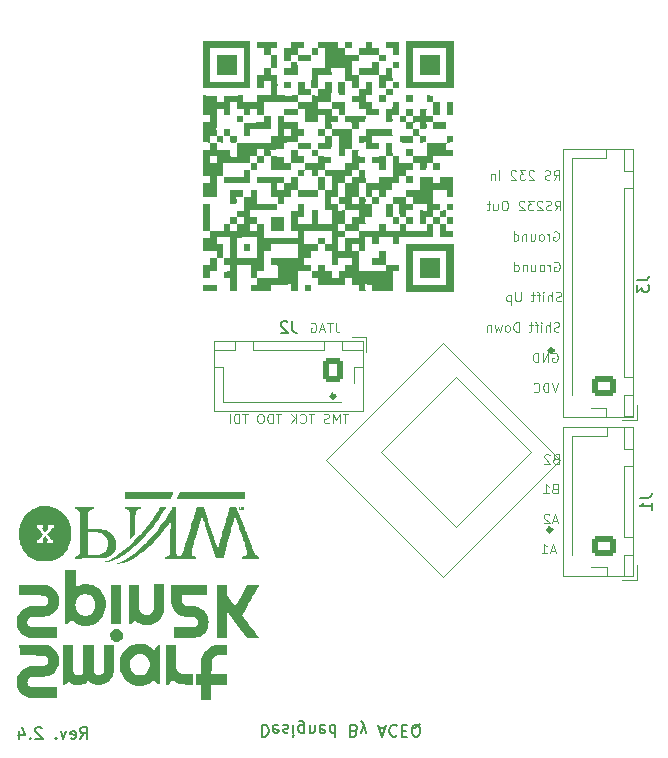
<source format=gbr>
%TF.GenerationSoftware,KiCad,Pcbnew,(6.0.7)*%
%TF.CreationDate,2023-01-17T18:49:16-06:00*%
%TF.ProjectId,SmartSpin2k,536d6172-7453-4706-996e-326b2e6b6963,2.35*%
%TF.SameCoordinates,Original*%
%TF.FileFunction,Legend,Bot*%
%TF.FilePolarity,Positive*%
%FSLAX46Y46*%
G04 Gerber Fmt 4.6, Leading zero omitted, Abs format (unit mm)*
G04 Created by KiCad (PCBNEW (6.0.7)) date 2023-01-17 18:49:16*
%MOMM*%
%LPD*%
G01*
G04 APERTURE LIST*
G04 Aperture macros list*
%AMRoundRect*
0 Rectangle with rounded corners*
0 $1 Rounding radius*
0 $2 $3 $4 $5 $6 $7 $8 $9 X,Y pos of 4 corners*
0 Add a 4 corners polygon primitive as box body*
4,1,4,$2,$3,$4,$5,$6,$7,$8,$9,$2,$3,0*
0 Add four circle primitives for the rounded corners*
1,1,$1+$1,$2,$3*
1,1,$1+$1,$4,$5*
1,1,$1+$1,$6,$7*
1,1,$1+$1,$8,$9*
0 Add four rect primitives between the rounded corners*
20,1,$1+$1,$2,$3,$4,$5,0*
20,1,$1+$1,$4,$5,$6,$7,0*
20,1,$1+$1,$6,$7,$8,$9,0*
20,1,$1+$1,$8,$9,$2,$3,0*%
G04 Aperture macros list end*
%ADD10C,0.100000*%
%ADD11C,0.346007*%
%ADD12C,0.120000*%
%ADD13C,0.150000*%
%ADD14C,0.900000*%
%ADD15O,1.250000X0.950000*%
%ADD16O,1.000000X1.550000*%
%ADD17C,1.200000*%
%ADD18RoundRect,0.250000X0.725000X-0.600000X0.725000X0.600000X-0.725000X0.600000X-0.725000X-0.600000X0*%
%ADD19O,1.950000X1.700000*%
%ADD20RoundRect,0.250000X0.600000X0.725000X-0.600000X0.725000X-0.600000X-0.725000X0.600000X-0.725000X0*%
%ADD21O,1.700000X1.950000*%
G04 APERTURE END LIST*
D10*
X24438253Y28038096D02*
X23981110Y28038096D01*
X24209681Y27238096D02*
X24209681Y28038096D01*
X23714443Y27238096D02*
X23714443Y28038096D01*
X23523967Y28038096D01*
X23409681Y28000000D01*
X23333491Y27923810D01*
X23295395Y27847620D01*
X23257300Y27695239D01*
X23257300Y27580953D01*
X23295395Y27428572D01*
X23333491Y27352381D01*
X23409681Y27276191D01*
X23523967Y27238096D01*
X23714443Y27238096D01*
X22762062Y28038096D02*
X22609681Y28038096D01*
X22533491Y28000000D01*
X22457300Y27923810D01*
X22419205Y27771429D01*
X22419205Y27504762D01*
X22457300Y27352381D01*
X22533491Y27276191D01*
X22609681Y27238096D01*
X22762062Y27238096D01*
X22838253Y27276191D01*
X22914443Y27352381D01*
X22952538Y27504762D01*
X22952538Y27771429D01*
X22914443Y27923810D01*
X22838253Y28000000D01*
X22762062Y28038096D01*
X21599047Y28038096D02*
X21141904Y28038096D01*
X21370476Y27238096D02*
X21370476Y28038096D01*
X20875238Y27238096D02*
X20875238Y28038096D01*
X20684761Y28038096D01*
X20570476Y28000000D01*
X20494285Y27923810D01*
X20456190Y27847620D01*
X20418095Y27695239D01*
X20418095Y27580953D01*
X20456190Y27428572D01*
X20494285Y27352381D01*
X20570476Y27276191D01*
X20684761Y27238096D01*
X20875238Y27238096D01*
X20075238Y27238096D02*
X20075238Y28038096D01*
X30116666Y28038096D02*
X29659523Y28038096D01*
X29888095Y27238096D02*
X29888095Y28038096D01*
X29392857Y27238096D02*
X29392857Y28038096D01*
X29126190Y27466667D01*
X28859523Y28038096D01*
X28859523Y27238096D01*
X28516666Y27276191D02*
X28402380Y27238096D01*
X28211904Y27238096D01*
X28135714Y27276191D01*
X28097619Y27314286D01*
X28059523Y27390477D01*
X28059523Y27466667D01*
X28097619Y27542858D01*
X28135714Y27580953D01*
X28211904Y27619048D01*
X28364285Y27657143D01*
X28440476Y27695239D01*
X28478571Y27733334D01*
X28516666Y27809524D01*
X28516666Y27885715D01*
X28478571Y27961905D01*
X28440476Y28000000D01*
X28364285Y28038096D01*
X28173809Y28038096D01*
X28059523Y28000000D01*
X27239364Y28038096D02*
X26782221Y28038096D01*
X27010793Y27238096D02*
X27010793Y28038096D01*
X26058412Y27314286D02*
X26096507Y27276191D01*
X26210793Y27238096D01*
X26286983Y27238096D01*
X26401269Y27276191D01*
X26477459Y27352381D01*
X26515554Y27428572D01*
X26553650Y27580953D01*
X26553650Y27695239D01*
X26515554Y27847620D01*
X26477459Y27923810D01*
X26401269Y28000000D01*
X26286983Y28038096D01*
X26210793Y28038096D01*
X26096507Y28000000D01*
X26058412Y27961905D01*
X25715554Y27238096D02*
X25715554Y28038096D01*
X25258412Y27238096D02*
X25601269Y27695239D01*
X25258412Y28038096D02*
X25715554Y27580953D01*
X29063333Y35748096D02*
X29063333Y35176667D01*
X29101428Y35062381D01*
X29177619Y34986191D01*
X29291904Y34948096D01*
X29368095Y34948096D01*
X28796666Y35748096D02*
X28339523Y35748096D01*
X28568095Y34948096D02*
X28568095Y35748096D01*
X28110952Y35176667D02*
X27730000Y35176667D01*
X28187142Y34948096D02*
X27920476Y35748096D01*
X27653809Y34948096D01*
X26968095Y35710000D02*
X27044285Y35748096D01*
X27158571Y35748096D01*
X27272857Y35710000D01*
X27349047Y35633810D01*
X27387142Y35557620D01*
X27425238Y35405239D01*
X27425238Y35290953D01*
X27387142Y35138572D01*
X27349047Y35062381D01*
X27272857Y34986191D01*
X27158571Y34948096D01*
X27082380Y34948096D01*
X26968095Y34986191D01*
X26930000Y35024286D01*
X26930000Y35290953D01*
X27082380Y35290953D01*
X47683809Y24227143D02*
X47569523Y24189048D01*
X47531428Y24150953D01*
X47493333Y24074762D01*
X47493333Y23960477D01*
X47531428Y23884286D01*
X47569523Y23846191D01*
X47645714Y23808096D01*
X47950476Y23808096D01*
X47950476Y24608096D01*
X47683809Y24608096D01*
X47607619Y24570000D01*
X47569523Y24531905D01*
X47531428Y24455715D01*
X47531428Y24379524D01*
X47569523Y24303334D01*
X47607619Y24265239D01*
X47683809Y24227143D01*
X47950476Y24227143D01*
X47188571Y24531905D02*
X47150476Y24570000D01*
X47074285Y24608096D01*
X46883809Y24608096D01*
X46807619Y24570000D01*
X46769523Y24531905D01*
X46731428Y24455715D01*
X46731428Y24379524D01*
X46769523Y24265239D01*
X47226666Y23808096D01*
X46731428Y23808096D01*
X47573809Y21697143D02*
X47459523Y21659048D01*
X47421428Y21620953D01*
X47383333Y21544762D01*
X47383333Y21430477D01*
X47421428Y21354286D01*
X47459523Y21316191D01*
X47535714Y21278096D01*
X47840476Y21278096D01*
X47840476Y22078096D01*
X47573809Y22078096D01*
X47497619Y22040000D01*
X47459523Y22001905D01*
X47421428Y21925715D01*
X47421428Y21849524D01*
X47459523Y21773334D01*
X47497619Y21735239D01*
X47573809Y21697143D01*
X47840476Y21697143D01*
X46621428Y21278096D02*
X47078571Y21278096D01*
X46850000Y21278096D02*
X46850000Y22078096D01*
X46926190Y21963810D01*
X47002380Y21887620D01*
X47078571Y21849524D01*
X47821428Y18976667D02*
X47440476Y18976667D01*
X47897619Y18748096D02*
X47630952Y19548096D01*
X47364285Y18748096D01*
X47135714Y19471905D02*
X47097619Y19510000D01*
X47021428Y19548096D01*
X46830952Y19548096D01*
X46754761Y19510000D01*
X46716666Y19471905D01*
X46678571Y19395715D01*
X46678571Y19319524D01*
X46716666Y19205239D01*
X47173809Y18748096D01*
X46678571Y18748096D01*
X47651428Y16446667D02*
X47270476Y16446667D01*
X47727619Y16218096D02*
X47460952Y17018096D01*
X47194285Y16218096D01*
X46508571Y16218096D02*
X46965714Y16218096D01*
X46737142Y16218096D02*
X46737142Y17018096D01*
X46813333Y16903810D01*
X46889523Y16827620D01*
X46965714Y16789524D01*
X47518095Y47828096D02*
X47784761Y48209048D01*
X47975238Y47828096D02*
X47975238Y48628096D01*
X47670476Y48628096D01*
X47594285Y48590000D01*
X47556190Y48551905D01*
X47518095Y48475715D01*
X47518095Y48361429D01*
X47556190Y48285239D01*
X47594285Y48247143D01*
X47670476Y48209048D01*
X47975238Y48209048D01*
X47213333Y47866191D02*
X47099047Y47828096D01*
X46908571Y47828096D01*
X46832380Y47866191D01*
X46794285Y47904286D01*
X46756190Y47980477D01*
X46756190Y48056667D01*
X46794285Y48132858D01*
X46832380Y48170953D01*
X46908571Y48209048D01*
X47060952Y48247143D01*
X47137142Y48285239D01*
X47175238Y48323334D01*
X47213333Y48399524D01*
X47213333Y48475715D01*
X47175238Y48551905D01*
X47137142Y48590000D01*
X47060952Y48628096D01*
X46870476Y48628096D01*
X46756190Y48590000D01*
X45841904Y48551905D02*
X45803809Y48590000D01*
X45727619Y48628096D01*
X45537142Y48628096D01*
X45460952Y48590000D01*
X45422857Y48551905D01*
X45384761Y48475715D01*
X45384761Y48399524D01*
X45422857Y48285239D01*
X45880000Y47828096D01*
X45384761Y47828096D01*
X45118095Y48628096D02*
X44622857Y48628096D01*
X44889523Y48323334D01*
X44775238Y48323334D01*
X44699047Y48285239D01*
X44660952Y48247143D01*
X44622857Y48170953D01*
X44622857Y47980477D01*
X44660952Y47904286D01*
X44699047Y47866191D01*
X44775238Y47828096D01*
X45003809Y47828096D01*
X45080000Y47866191D01*
X45118095Y47904286D01*
X44318095Y48551905D02*
X44280000Y48590000D01*
X44203809Y48628096D01*
X44013333Y48628096D01*
X43937142Y48590000D01*
X43899047Y48551905D01*
X43860952Y48475715D01*
X43860952Y48399524D01*
X43899047Y48285239D01*
X44356190Y47828096D01*
X43860952Y47828096D01*
X42908571Y47828096D02*
X42908571Y48628096D01*
X42527619Y48361429D02*
X42527619Y47828096D01*
X42527619Y48285239D02*
X42489523Y48323334D01*
X42413333Y48361429D01*
X42299047Y48361429D01*
X42222857Y48323334D01*
X42184761Y48247143D01*
X42184761Y47828096D01*
X47600476Y45256668D02*
X47867142Y45637620D01*
X48057619Y45256668D02*
X48057619Y46056668D01*
X47752857Y46056668D01*
X47676666Y46018572D01*
X47638571Y45980477D01*
X47600476Y45904287D01*
X47600476Y45790001D01*
X47638571Y45713811D01*
X47676666Y45675715D01*
X47752857Y45637620D01*
X48057619Y45637620D01*
X47295714Y45294763D02*
X47181428Y45256668D01*
X46990952Y45256668D01*
X46914761Y45294763D01*
X46876666Y45332858D01*
X46838571Y45409049D01*
X46838571Y45485239D01*
X46876666Y45561430D01*
X46914761Y45599525D01*
X46990952Y45637620D01*
X47143333Y45675715D01*
X47219523Y45713811D01*
X47257619Y45751906D01*
X47295714Y45828096D01*
X47295714Y45904287D01*
X47257619Y45980477D01*
X47219523Y46018572D01*
X47143333Y46056668D01*
X46952857Y46056668D01*
X46838571Y46018572D01*
X46533809Y45980477D02*
X46495714Y46018572D01*
X46419523Y46056668D01*
X46229047Y46056668D01*
X46152857Y46018572D01*
X46114761Y45980477D01*
X46076666Y45904287D01*
X46076666Y45828096D01*
X46114761Y45713811D01*
X46571904Y45256668D01*
X46076666Y45256668D01*
X45810000Y46056668D02*
X45314761Y46056668D01*
X45581428Y45751906D01*
X45467142Y45751906D01*
X45390952Y45713811D01*
X45352857Y45675715D01*
X45314761Y45599525D01*
X45314761Y45409049D01*
X45352857Y45332858D01*
X45390952Y45294763D01*
X45467142Y45256668D01*
X45695714Y45256668D01*
X45771904Y45294763D01*
X45810000Y45332858D01*
X45010000Y45980477D02*
X44971904Y46018572D01*
X44895714Y46056668D01*
X44705238Y46056668D01*
X44629047Y46018572D01*
X44590952Y45980477D01*
X44552857Y45904287D01*
X44552857Y45828096D01*
X44590952Y45713811D01*
X45048095Y45256668D01*
X44552857Y45256668D01*
X43448095Y46056668D02*
X43295714Y46056668D01*
X43219523Y46018572D01*
X43143333Y45942382D01*
X43105238Y45790001D01*
X43105238Y45523334D01*
X43143333Y45370953D01*
X43219523Y45294763D01*
X43295714Y45256668D01*
X43448095Y45256668D01*
X43524285Y45294763D01*
X43600476Y45370953D01*
X43638571Y45523334D01*
X43638571Y45790001D01*
X43600476Y45942382D01*
X43524285Y46018572D01*
X43448095Y46056668D01*
X42419523Y45790001D02*
X42419523Y45256668D01*
X42762380Y45790001D02*
X42762380Y45370953D01*
X42724285Y45294763D01*
X42648095Y45256668D01*
X42533809Y45256668D01*
X42457619Y45294763D01*
X42419523Y45332858D01*
X42152857Y45790001D02*
X41848095Y45790001D01*
X42038571Y46056668D02*
X42038571Y45370953D01*
X42000476Y45294763D01*
X41924285Y45256668D01*
X41848095Y45256668D01*
X47525714Y43447144D02*
X47601904Y43485240D01*
X47716190Y43485240D01*
X47830476Y43447144D01*
X47906666Y43370954D01*
X47944761Y43294764D01*
X47982857Y43142383D01*
X47982857Y43028097D01*
X47944761Y42875716D01*
X47906666Y42799525D01*
X47830476Y42723335D01*
X47716190Y42685240D01*
X47640000Y42685240D01*
X47525714Y42723335D01*
X47487619Y42761430D01*
X47487619Y43028097D01*
X47640000Y43028097D01*
X47144761Y42685240D02*
X47144761Y43218573D01*
X47144761Y43066192D02*
X47106666Y43142383D01*
X47068571Y43180478D01*
X46992380Y43218573D01*
X46916190Y43218573D01*
X46535238Y42685240D02*
X46611428Y42723335D01*
X46649523Y42761430D01*
X46687619Y42837621D01*
X46687619Y43066192D01*
X46649523Y43142383D01*
X46611428Y43180478D01*
X46535238Y43218573D01*
X46420952Y43218573D01*
X46344761Y43180478D01*
X46306666Y43142383D01*
X46268571Y43066192D01*
X46268571Y42837621D01*
X46306666Y42761430D01*
X46344761Y42723335D01*
X46420952Y42685240D01*
X46535238Y42685240D01*
X45582857Y43218573D02*
X45582857Y42685240D01*
X45925714Y43218573D02*
X45925714Y42799525D01*
X45887619Y42723335D01*
X45811428Y42685240D01*
X45697142Y42685240D01*
X45620952Y42723335D01*
X45582857Y42761430D01*
X45201904Y43218573D02*
X45201904Y42685240D01*
X45201904Y43142383D02*
X45163809Y43180478D01*
X45087619Y43218573D01*
X44973333Y43218573D01*
X44897142Y43180478D01*
X44859047Y43104287D01*
X44859047Y42685240D01*
X44135238Y42685240D02*
X44135238Y43485240D01*
X44135238Y42723335D02*
X44211428Y42685240D01*
X44363809Y42685240D01*
X44440000Y42723335D01*
X44478095Y42761430D01*
X44516190Y42837621D01*
X44516190Y43066192D01*
X44478095Y43142383D01*
X44440000Y43180478D01*
X44363809Y43218573D01*
X44211428Y43218573D01*
X44135238Y43180478D01*
X47575714Y40875716D02*
X47651904Y40913812D01*
X47766190Y40913812D01*
X47880476Y40875716D01*
X47956666Y40799526D01*
X47994761Y40723336D01*
X48032857Y40570955D01*
X48032857Y40456669D01*
X47994761Y40304288D01*
X47956666Y40228097D01*
X47880476Y40151907D01*
X47766190Y40113812D01*
X47690000Y40113812D01*
X47575714Y40151907D01*
X47537619Y40190002D01*
X47537619Y40456669D01*
X47690000Y40456669D01*
X47194761Y40113812D02*
X47194761Y40647145D01*
X47194761Y40494764D02*
X47156666Y40570955D01*
X47118571Y40609050D01*
X47042380Y40647145D01*
X46966190Y40647145D01*
X46585238Y40113812D02*
X46661428Y40151907D01*
X46699523Y40190002D01*
X46737619Y40266193D01*
X46737619Y40494764D01*
X46699523Y40570955D01*
X46661428Y40609050D01*
X46585238Y40647145D01*
X46470952Y40647145D01*
X46394761Y40609050D01*
X46356666Y40570955D01*
X46318571Y40494764D01*
X46318571Y40266193D01*
X46356666Y40190002D01*
X46394761Y40151907D01*
X46470952Y40113812D01*
X46585238Y40113812D01*
X45632857Y40647145D02*
X45632857Y40113812D01*
X45975714Y40647145D02*
X45975714Y40228097D01*
X45937619Y40151907D01*
X45861428Y40113812D01*
X45747142Y40113812D01*
X45670952Y40151907D01*
X45632857Y40190002D01*
X45251904Y40647145D02*
X45251904Y40113812D01*
X45251904Y40570955D02*
X45213809Y40609050D01*
X45137619Y40647145D01*
X45023333Y40647145D01*
X44947142Y40609050D01*
X44909047Y40532859D01*
X44909047Y40113812D01*
X44185238Y40113812D02*
X44185238Y40913812D01*
X44185238Y40151907D02*
X44261428Y40113812D01*
X44413809Y40113812D01*
X44490000Y40151907D01*
X44528095Y40190002D01*
X44566190Y40266193D01*
X44566190Y40494764D01*
X44528095Y40570955D01*
X44490000Y40609050D01*
X44413809Y40647145D01*
X44261428Y40647145D01*
X44185238Y40609050D01*
X48163809Y37580479D02*
X48049523Y37542384D01*
X47859047Y37542384D01*
X47782857Y37580479D01*
X47744761Y37618574D01*
X47706666Y37694765D01*
X47706666Y37770955D01*
X47744761Y37847146D01*
X47782857Y37885241D01*
X47859047Y37923336D01*
X48011428Y37961431D01*
X48087619Y37999527D01*
X48125714Y38037622D01*
X48163809Y38113812D01*
X48163809Y38190003D01*
X48125714Y38266193D01*
X48087619Y38304288D01*
X48011428Y38342384D01*
X47820952Y38342384D01*
X47706666Y38304288D01*
X47363809Y37542384D02*
X47363809Y38342384D01*
X47020952Y37542384D02*
X47020952Y37961431D01*
X47059047Y38037622D01*
X47135238Y38075717D01*
X47249523Y38075717D01*
X47325714Y38037622D01*
X47363809Y37999527D01*
X46640000Y37542384D02*
X46640000Y38075717D01*
X46640000Y38342384D02*
X46678095Y38304288D01*
X46640000Y38266193D01*
X46601904Y38304288D01*
X46640000Y38342384D01*
X46640000Y38266193D01*
X46373333Y38075717D02*
X46068571Y38075717D01*
X46259047Y37542384D02*
X46259047Y38228098D01*
X46220952Y38304288D01*
X46144761Y38342384D01*
X46068571Y38342384D01*
X45916190Y38075717D02*
X45611428Y38075717D01*
X45801904Y38342384D02*
X45801904Y37656669D01*
X45763809Y37580479D01*
X45687619Y37542384D01*
X45611428Y37542384D01*
X44735238Y38342384D02*
X44735238Y37694765D01*
X44697142Y37618574D01*
X44659047Y37580479D01*
X44582857Y37542384D01*
X44430476Y37542384D01*
X44354285Y37580479D01*
X44316190Y37618574D01*
X44278095Y37694765D01*
X44278095Y38342384D01*
X43897142Y38075717D02*
X43897142Y37275717D01*
X43897142Y38037622D02*
X43820952Y38075717D01*
X43668571Y38075717D01*
X43592380Y38037622D01*
X43554285Y37999527D01*
X43516190Y37923336D01*
X43516190Y37694765D01*
X43554285Y37618574D01*
X43592380Y37580479D01*
X43668571Y37542384D01*
X43820952Y37542384D01*
X43897142Y37580479D01*
X47995714Y35009051D02*
X47881428Y34970956D01*
X47690952Y34970956D01*
X47614761Y35009051D01*
X47576666Y35047146D01*
X47538571Y35123337D01*
X47538571Y35199527D01*
X47576666Y35275718D01*
X47614761Y35313813D01*
X47690952Y35351908D01*
X47843333Y35390003D01*
X47919523Y35428099D01*
X47957619Y35466194D01*
X47995714Y35542384D01*
X47995714Y35618575D01*
X47957619Y35694765D01*
X47919523Y35732860D01*
X47843333Y35770956D01*
X47652857Y35770956D01*
X47538571Y35732860D01*
X47195714Y34970956D02*
X47195714Y35770956D01*
X46852857Y34970956D02*
X46852857Y35390003D01*
X46890952Y35466194D01*
X46967142Y35504289D01*
X47081428Y35504289D01*
X47157619Y35466194D01*
X47195714Y35428099D01*
X46471904Y34970956D02*
X46471904Y35504289D01*
X46471904Y35770956D02*
X46510000Y35732860D01*
X46471904Y35694765D01*
X46433809Y35732860D01*
X46471904Y35770956D01*
X46471904Y35694765D01*
X46205238Y35504289D02*
X45900476Y35504289D01*
X46090952Y34970956D02*
X46090952Y35656670D01*
X46052857Y35732860D01*
X45976666Y35770956D01*
X45900476Y35770956D01*
X45748095Y35504289D02*
X45443333Y35504289D01*
X45633809Y35770956D02*
X45633809Y35085241D01*
X45595714Y35009051D01*
X45519523Y34970956D01*
X45443333Y34970956D01*
X44567142Y34970956D02*
X44567142Y35770956D01*
X44376666Y35770956D01*
X44262380Y35732860D01*
X44186190Y35656670D01*
X44148095Y35580480D01*
X44110000Y35428099D01*
X44110000Y35313813D01*
X44148095Y35161432D01*
X44186190Y35085241D01*
X44262380Y35009051D01*
X44376666Y34970956D01*
X44567142Y34970956D01*
X43652857Y34970956D02*
X43729047Y35009051D01*
X43767142Y35047146D01*
X43805238Y35123337D01*
X43805238Y35351908D01*
X43767142Y35428099D01*
X43729047Y35466194D01*
X43652857Y35504289D01*
X43538571Y35504289D01*
X43462380Y35466194D01*
X43424285Y35428099D01*
X43386190Y35351908D01*
X43386190Y35123337D01*
X43424285Y35047146D01*
X43462380Y35009051D01*
X43538571Y34970956D01*
X43652857Y34970956D01*
X43119523Y35504289D02*
X42967142Y34970956D01*
X42814761Y35351908D01*
X42662380Y34970956D01*
X42510000Y35504289D01*
X42205238Y35504289D02*
X42205238Y34970956D01*
X42205238Y35428099D02*
X42167142Y35466194D01*
X42090952Y35504289D01*
X41976666Y35504289D01*
X41900476Y35466194D01*
X41862380Y35390003D01*
X41862380Y34970956D01*
X47419523Y33161432D02*
X47495714Y33199528D01*
X47610000Y33199528D01*
X47724285Y33161432D01*
X47800476Y33085242D01*
X47838571Y33009052D01*
X47876666Y32856671D01*
X47876666Y32742385D01*
X47838571Y32590004D01*
X47800476Y32513813D01*
X47724285Y32437623D01*
X47610000Y32399528D01*
X47533809Y32399528D01*
X47419523Y32437623D01*
X47381428Y32475718D01*
X47381428Y32742385D01*
X47533809Y32742385D01*
X47038571Y32399528D02*
X47038571Y33199528D01*
X46581428Y32399528D01*
X46581428Y33199528D01*
X46200476Y32399528D02*
X46200476Y33199528D01*
X46010000Y33199528D01*
X45895714Y33161432D01*
X45819523Y33085242D01*
X45781428Y33009052D01*
X45743333Y32856671D01*
X45743333Y32742385D01*
X45781428Y32590004D01*
X45819523Y32513813D01*
X45895714Y32437623D01*
X46010000Y32399528D01*
X46200476Y32399528D01*
X47876666Y30628096D02*
X47610000Y29828096D01*
X47343333Y30628096D01*
X47076666Y29828096D02*
X47076666Y30628096D01*
X46886190Y30628096D01*
X46771904Y30590000D01*
X46695714Y30513810D01*
X46657619Y30437620D01*
X46619523Y30285239D01*
X46619523Y30170953D01*
X46657619Y30018572D01*
X46695714Y29942381D01*
X46771904Y29866191D01*
X46886190Y29828096D01*
X47076666Y29828096D01*
X45819523Y29904286D02*
X45857619Y29866191D01*
X45971904Y29828096D01*
X46048095Y29828096D01*
X46162380Y29866191D01*
X46238571Y29942381D01*
X46276666Y30018572D01*
X46314761Y30170953D01*
X46314761Y30285239D01*
X46276666Y30437620D01*
X46238571Y30513810D01*
X46162380Y30590000D01*
X46048095Y30628096D01*
X45971904Y30628096D01*
X45857619Y30590000D01*
X45819523Y30551905D01*
D11*
X47356603Y18210800D02*
G75*
G03*
X47356603Y18210800I-173003J0D01*
G01*
X28992403Y29513800D02*
G75*
G03*
X28992403Y29513800I-173003J0D01*
G01*
D12*
X45609841Y24813759D02*
X39245880Y18449798D01*
X32881919Y24813759D01*
X39245880Y31177720D01*
X45609841Y24813759D01*
D11*
X47483003Y33380000D02*
G75*
G03*
X47483003Y33380000I-173003J0D01*
G01*
D12*
X48063195Y24138405D02*
X38163700Y14238910D01*
X28264205Y24138405D01*
X38163700Y34037900D01*
X48063195Y24138405D01*
D13*
X22803333Y1702381D02*
X22803333Y702381D01*
X23041428Y702381D01*
X23184285Y750000D01*
X23279523Y845239D01*
X23327142Y940477D01*
X23374761Y1130953D01*
X23374761Y1273810D01*
X23327142Y1464286D01*
X23279523Y1559524D01*
X23184285Y1654762D01*
X23041428Y1702381D01*
X22803333Y1702381D01*
X24184285Y1654762D02*
X24089047Y1702381D01*
X23898571Y1702381D01*
X23803333Y1654762D01*
X23755714Y1559524D01*
X23755714Y1178572D01*
X23803333Y1083334D01*
X23898571Y1035715D01*
X24089047Y1035715D01*
X24184285Y1083334D01*
X24231904Y1178572D01*
X24231904Y1273810D01*
X23755714Y1369048D01*
X24612857Y1654762D02*
X24708095Y1702381D01*
X24898571Y1702381D01*
X24993809Y1654762D01*
X25041428Y1559524D01*
X25041428Y1511905D01*
X24993809Y1416667D01*
X24898571Y1369048D01*
X24755714Y1369048D01*
X24660476Y1321429D01*
X24612857Y1226191D01*
X24612857Y1178572D01*
X24660476Y1083334D01*
X24755714Y1035715D01*
X24898571Y1035715D01*
X24993809Y1083334D01*
X25470000Y1702381D02*
X25470000Y1035715D01*
X25470000Y702381D02*
X25422380Y750000D01*
X25470000Y797620D01*
X25517619Y750000D01*
X25470000Y702381D01*
X25470000Y797620D01*
X26374761Y1035715D02*
X26374761Y1845239D01*
X26327142Y1940477D01*
X26279523Y1988096D01*
X26184285Y2035715D01*
X26041428Y2035715D01*
X25946190Y1988096D01*
X26374761Y1654762D02*
X26279523Y1702381D01*
X26089047Y1702381D01*
X25993809Y1654762D01*
X25946190Y1607143D01*
X25898571Y1511905D01*
X25898571Y1226191D01*
X25946190Y1130953D01*
X25993809Y1083334D01*
X26089047Y1035715D01*
X26279523Y1035715D01*
X26374761Y1083334D01*
X26850952Y1035715D02*
X26850952Y1702381D01*
X26850952Y1130953D02*
X26898571Y1083334D01*
X26993809Y1035715D01*
X27136666Y1035715D01*
X27231904Y1083334D01*
X27279523Y1178572D01*
X27279523Y1702381D01*
X28136666Y1654762D02*
X28041428Y1702381D01*
X27850952Y1702381D01*
X27755714Y1654762D01*
X27708095Y1559524D01*
X27708095Y1178572D01*
X27755714Y1083334D01*
X27850952Y1035715D01*
X28041428Y1035715D01*
X28136666Y1083334D01*
X28184285Y1178572D01*
X28184285Y1273810D01*
X27708095Y1369048D01*
X29041428Y1702381D02*
X29041428Y702381D01*
X29041428Y1654762D02*
X28946190Y1702381D01*
X28755714Y1702381D01*
X28660476Y1654762D01*
X28612857Y1607143D01*
X28565238Y1511905D01*
X28565238Y1226191D01*
X28612857Y1130953D01*
X28660476Y1083334D01*
X28755714Y1035715D01*
X28946190Y1035715D01*
X29041428Y1083334D01*
X30612857Y1178572D02*
X30755714Y1226191D01*
X30803333Y1273810D01*
X30850952Y1369048D01*
X30850952Y1511905D01*
X30803333Y1607143D01*
X30755714Y1654762D01*
X30660476Y1702381D01*
X30279523Y1702381D01*
X30279523Y702381D01*
X30612857Y702381D01*
X30708095Y750000D01*
X30755714Y797620D01*
X30803333Y892858D01*
X30803333Y988096D01*
X30755714Y1083334D01*
X30708095Y1130953D01*
X30612857Y1178572D01*
X30279523Y1178572D01*
X31184285Y1035715D02*
X31422380Y1702381D01*
X31660476Y1035715D02*
X31422380Y1702381D01*
X31327142Y1940477D01*
X31279523Y1988096D01*
X31184285Y2035715D01*
X32755714Y1416667D02*
X33231904Y1416667D01*
X32660476Y1702381D02*
X32993809Y702381D01*
X33327142Y1702381D01*
X34231904Y1607143D02*
X34184285Y1654762D01*
X34041428Y1702381D01*
X33946190Y1702381D01*
X33803333Y1654762D01*
X33708095Y1559524D01*
X33660476Y1464286D01*
X33612857Y1273810D01*
X33612857Y1130953D01*
X33660476Y940477D01*
X33708095Y845239D01*
X33803333Y750000D01*
X33946190Y702381D01*
X34041428Y702381D01*
X34184285Y750000D01*
X34231904Y797620D01*
X34660476Y1178572D02*
X34993809Y1178572D01*
X35136666Y1702381D02*
X34660476Y1702381D01*
X34660476Y702381D01*
X35136666Y702381D01*
X36231904Y1797620D02*
X36136666Y1750000D01*
X36041428Y1654762D01*
X35898571Y1511905D01*
X35803333Y1464286D01*
X35708095Y1464286D01*
X35755714Y1702381D02*
X35660476Y1654762D01*
X35565238Y1559524D01*
X35517619Y1369048D01*
X35517619Y1035715D01*
X35565238Y845239D01*
X35660476Y750000D01*
X35755714Y702381D01*
X35946190Y702381D01*
X36041428Y750000D01*
X36136666Y845239D01*
X36184285Y1035715D01*
X36184285Y1369048D01*
X36136666Y1559524D01*
X36041428Y1654762D01*
X35946190Y1702381D01*
X35755714Y1702381D01*
X7430723Y486420D02*
X7764057Y962610D01*
X8002152Y486420D02*
X8002152Y1486420D01*
X7621200Y1486420D01*
X7525961Y1438800D01*
X7478342Y1391181D01*
X7430723Y1295943D01*
X7430723Y1153086D01*
X7478342Y1057848D01*
X7525961Y1010229D01*
X7621200Y962610D01*
X8002152Y962610D01*
X6621200Y534039D02*
X6716438Y486420D01*
X6906914Y486420D01*
X7002152Y534039D01*
X7049771Y629277D01*
X7049771Y1010229D01*
X7002152Y1105467D01*
X6906914Y1153086D01*
X6716438Y1153086D01*
X6621200Y1105467D01*
X6573580Y1010229D01*
X6573580Y914991D01*
X7049771Y819753D01*
X6240247Y1153086D02*
X6002152Y486420D01*
X5764057Y1153086D01*
X5383104Y581658D02*
X5335485Y534039D01*
X5383104Y486420D01*
X5430723Y534039D01*
X5383104Y581658D01*
X5383104Y486420D01*
X4192628Y1391181D02*
X4145009Y1438800D01*
X4049771Y1486420D01*
X3811676Y1486420D01*
X3716438Y1438800D01*
X3668819Y1391181D01*
X3621200Y1295943D01*
X3621200Y1200705D01*
X3668819Y1057848D01*
X4240247Y486420D01*
X3621200Y486420D01*
X3192628Y581658D02*
X3145009Y534039D01*
X3192628Y486420D01*
X3240247Y534039D01*
X3192628Y581658D01*
X3192628Y486420D01*
X2287866Y1153086D02*
X2287866Y486420D01*
X2525961Y1534039D02*
X2764057Y819753D01*
X2145009Y819753D01*
%TO.C,J1*%
X54800380Y20906334D02*
X55514666Y20906334D01*
X55657523Y20953953D01*
X55752761Y21049191D01*
X55800380Y21192048D01*
X55800380Y21287286D01*
X55800380Y19906334D02*
X55800380Y20477762D01*
X55800380Y20192048D02*
X54800380Y20192048D01*
X54943238Y20287286D01*
X55038476Y20382524D01*
X55086095Y20477762D01*
%TO.C,J3*%
X54588380Y39345334D02*
X55302666Y39345334D01*
X55445523Y39392953D01*
X55540761Y39488191D01*
X55588380Y39631048D01*
X55588380Y39726286D01*
X54588380Y38964381D02*
X54588380Y38345334D01*
X54969333Y38678667D01*
X54969333Y38535810D01*
X55016952Y38440572D01*
X55064571Y38392953D01*
X55159809Y38345334D01*
X55397904Y38345334D01*
X55493142Y38392953D01*
X55540761Y38440572D01*
X55588380Y38535810D01*
X55588380Y38821524D01*
X55540761Y38916762D01*
X55493142Y38964381D01*
%TO.C,J2*%
X25393333Y35862620D02*
X25393333Y35148334D01*
X25440952Y35005477D01*
X25536190Y34910239D01*
X25679047Y34862620D01*
X25774285Y34862620D01*
X24964761Y35767381D02*
X24917142Y35815000D01*
X24821904Y35862620D01*
X24583809Y35862620D01*
X24488571Y35815000D01*
X24440952Y35767381D01*
X24393333Y35672143D01*
X24393333Y35576905D01*
X24440952Y35434048D01*
X25012380Y34862620D01*
X24393333Y34862620D01*
%TO.C,G\u002A\u002A\u002A*%
G36*
X25827235Y57279616D02*
G01*
X25835774Y56729567D01*
X25270794Y56729440D01*
X24705815Y56729312D01*
X24714842Y57002281D01*
X24723869Y57275249D01*
X25286923Y57293025D01*
X25281138Y57557844D01*
X25279667Y57641430D01*
X25280917Y57739162D01*
X25289018Y57794030D01*
X25306496Y57818340D01*
X25335879Y57824401D01*
X25390921Y57825452D01*
X25489943Y57826742D01*
X25607551Y57827902D01*
X25818697Y57829666D01*
X25827235Y57279616D01*
G37*
G36*
X35030889Y55570447D02*
G01*
X35030889Y56133501D01*
X35593943Y56133501D01*
X38440495Y56133501D01*
X38440495Y58980052D01*
X35593943Y58980052D01*
X35593943Y56133501D01*
X35030889Y56133501D01*
X35030889Y59574387D01*
X39034830Y59574387D01*
X39034830Y55570447D01*
X35030889Y55570447D01*
G37*
G36*
X27554781Y54411646D02*
G01*
X27554781Y53818722D01*
X28712170Y53818722D01*
X28712170Y53255668D01*
X29277660Y53255668D01*
X29268622Y52981961D01*
X29259583Y52708254D01*
X28703081Y52699576D01*
X28709736Y52422885D01*
X28711366Y52365975D01*
X28716466Y52250866D01*
X28722679Y52168417D01*
X28729007Y52133576D01*
X28729016Y52133567D01*
X28762540Y52130098D01*
X28850347Y52126733D01*
X28984183Y52123628D01*
X29155791Y52120939D01*
X29356915Y52118824D01*
X29579298Y52117439D01*
X30416973Y52113919D01*
X30417775Y52020077D01*
X30420983Y51644708D01*
X30421250Y51613427D01*
X30421740Y51556079D01*
X30422319Y51488304D01*
X30424257Y51261518D01*
X30424992Y51175496D01*
X30425527Y51112934D01*
X30426596Y50987811D01*
X30428467Y50768846D01*
X30431540Y50409116D01*
X29838278Y50409116D01*
X29838278Y49846062D01*
X29306505Y49846062D01*
X29306505Y50393476D01*
X29681874Y50393476D01*
X29697515Y50377836D01*
X29713155Y50393476D01*
X29697515Y50409116D01*
X29681874Y50393476D01*
X29306505Y50393476D01*
X29306505Y50768846D01*
X29838278Y50768846D01*
X29853918Y50753205D01*
X29869559Y50768846D01*
X29853918Y50784486D01*
X29838278Y50768846D01*
X29306505Y50768846D01*
X29306505Y50987811D01*
X29369066Y50987811D01*
X29384707Y50972171D01*
X29400347Y50987811D01*
X29744436Y50987811D01*
X29760076Y50972171D01*
X29775716Y50987811D01*
X29900840Y50987811D01*
X29916480Y50972171D01*
X29932120Y50987811D01*
X30338771Y50987811D01*
X30354411Y50972171D01*
X30370051Y50987811D01*
X30354411Y51003451D01*
X30338771Y50987811D01*
X29932120Y50987811D01*
X29916480Y51003451D01*
X29900840Y50987811D01*
X29775716Y50987811D01*
X29760076Y51003451D01*
X29744436Y50987811D01*
X29400347Y50987811D01*
X29384707Y51003451D01*
X29369066Y50987811D01*
X29306505Y50987811D01*
X29306505Y51112934D01*
X29838278Y51112934D01*
X29853918Y51097294D01*
X29869559Y51112934D01*
X29853918Y51128575D01*
X29838278Y51112934D01*
X29306505Y51112934D01*
X29306505Y51175496D01*
X29838278Y51175496D01*
X29853918Y51159855D01*
X29869559Y51175496D01*
X29853918Y51191136D01*
X29838278Y51175496D01*
X29306505Y51175496D01*
X29306505Y51488304D01*
X29838278Y51488304D01*
X29853918Y51472663D01*
X29869559Y51488304D01*
X29853918Y51503944D01*
X29838278Y51488304D01*
X29306505Y51488304D01*
X29306505Y51550865D01*
X29681874Y51550865D01*
X29697515Y51535225D01*
X29713155Y51550865D01*
X29744436Y51550865D01*
X29760076Y51535225D01*
X29771521Y51546670D01*
X29843811Y51546670D01*
X29869559Y51535225D01*
X29886119Y51537482D01*
X29888240Y51546670D01*
X30219181Y51546670D01*
X30244928Y51535225D01*
X30261488Y51537482D01*
X30265782Y51556079D01*
X30261197Y51559822D01*
X30224074Y51556079D01*
X30219181Y51546670D01*
X29888240Y51546670D01*
X29890413Y51556079D01*
X29885828Y51559822D01*
X29848705Y51556079D01*
X29845993Y51550865D01*
X29843811Y51546670D01*
X29771521Y51546670D01*
X29775716Y51550865D01*
X29760076Y51566506D01*
X29744436Y51550865D01*
X29713155Y51550865D01*
X29697515Y51566506D01*
X29681874Y51550865D01*
X29306505Y51550865D01*
X29306505Y51566506D01*
X28712170Y51566506D01*
X28712170Y51613427D01*
X29838278Y51613427D01*
X29853918Y51597786D01*
X29869559Y51613427D01*
X29853918Y51629067D01*
X29838278Y51613427D01*
X28712170Y51613427D01*
X28712170Y51644708D01*
X29275224Y51644708D01*
X29290864Y51629067D01*
X29306505Y51644708D01*
X29290864Y51660348D01*
X29275224Y51644708D01*
X28712170Y51644708D01*
X28712170Y52020077D01*
X29838278Y52020077D01*
X29853918Y52004437D01*
X29869559Y52020077D01*
X29853918Y52035717D01*
X29838278Y52020077D01*
X28712170Y52020077D01*
X28712170Y52129560D01*
X28149115Y52129560D01*
X28149115Y51566506D01*
X27583626Y51566506D01*
X27592664Y51840213D01*
X27601702Y52113919D01*
X27836308Y52118928D01*
X27851496Y52119257D01*
X27968761Y52122069D01*
X28061225Y52124746D01*
X28110015Y52126749D01*
X28116043Y52129324D01*
X28129090Y52158207D01*
X28138493Y52224182D01*
X28144679Y52333608D01*
X28148078Y52492845D01*
X28149115Y52708254D01*
X28149115Y53286949D01*
X27554781Y53286949D01*
X27554781Y52694577D01*
X26999547Y52701416D01*
X26444313Y52708254D01*
X26444313Y53271309D01*
X26491234Y53271309D01*
X26506874Y53255668D01*
X26522515Y53271309D01*
X26991726Y53271309D01*
X27007367Y53255668D01*
X27023007Y53271309D01*
X27007367Y53286949D01*
X26991726Y53271309D01*
X26522515Y53271309D01*
X26506874Y53286949D01*
X26491234Y53271309D01*
X26444313Y53271309D01*
X26444313Y53333870D01*
X27554781Y53333870D01*
X27570421Y53318230D01*
X27586061Y53333870D01*
X27570421Y53349511D01*
X27554781Y53333870D01*
X26444313Y53333870D01*
X26444313Y53396432D01*
X27554781Y53396432D01*
X27570421Y53380791D01*
X27586061Y53396432D01*
X27570421Y53412072D01*
X27554781Y53396432D01*
X26444313Y53396432D01*
X26444313Y53427713D01*
X26991726Y53427713D01*
X27007367Y53412072D01*
X27023007Y53427713D01*
X27007367Y53443353D01*
X26991726Y53427713D01*
X26444313Y53427713D01*
X26444313Y53458993D01*
X27554781Y53458993D01*
X27570421Y53443353D01*
X27586061Y53458993D01*
X27570421Y53474634D01*
X27554781Y53458993D01*
X26444313Y53458993D01*
X26444313Y53771801D01*
X27554781Y53771801D01*
X27570421Y53756161D01*
X27586061Y53771801D01*
X27570421Y53787442D01*
X27554781Y53771801D01*
X26444313Y53771801D01*
X26444313Y53850042D01*
X26154965Y53850023D01*
X25865618Y53850003D01*
X25865618Y53959486D01*
X26991726Y53959486D01*
X27007367Y53943846D01*
X27023007Y53959486D01*
X27007367Y53975126D01*
X26991726Y53959486D01*
X25865618Y53959486D01*
X25865618Y54241013D01*
X26991726Y54241013D01*
X27007367Y54225373D01*
X27023007Y54241013D01*
X27007367Y54256653D01*
X26991726Y54241013D01*
X25865618Y54241013D01*
X25865618Y54334855D01*
X26397391Y54334855D01*
X26413032Y54319215D01*
X26428672Y54334855D01*
X26413032Y54350496D01*
X26397391Y54334855D01*
X25865618Y54334855D01*
X25865618Y54410788D01*
X26419832Y54410586D01*
X26593486Y54409683D01*
X26769923Y54405801D01*
X26892786Y54398551D01*
X26967139Y54387601D01*
X26998048Y54372619D01*
X27005874Y54377952D01*
X27014353Y54432064D01*
X27016043Y54459979D01*
X27554781Y54459979D01*
X27570421Y54444338D01*
X27586061Y54459979D01*
X27570421Y54475619D01*
X27554781Y54459979D01*
X27016043Y54459979D01*
X27020221Y54529006D01*
X27022528Y54657703D01*
X27022884Y54897910D01*
X27554781Y54897910D01*
X27570421Y54882269D01*
X27586061Y54897910D01*
X27570421Y54913550D01*
X27554781Y54897910D01*
X27022884Y54897910D01*
X27023007Y54980551D01*
X27586205Y54960471D01*
X27586197Y54991752D01*
X28023992Y54991752D01*
X28039633Y54976112D01*
X28055273Y54991752D01*
X28086554Y54991752D01*
X28102194Y54976112D01*
X28117835Y54991752D01*
X28102194Y55007392D01*
X28086554Y54991752D01*
X28055273Y54991752D01*
X28039633Y55007392D01*
X28023992Y54991752D01*
X27586197Y54991752D01*
X27586133Y55249818D01*
X27586061Y55539166D01*
X28149115Y55539166D01*
X28149115Y56133501D01*
X28713126Y56133501D01*
X28704828Y55281099D01*
X28702011Y54991752D01*
X28701097Y54897910D01*
X28696834Y54459979D01*
X28696529Y54428698D01*
X27554781Y54411646D01*
G37*
G36*
X36745732Y53537123D02*
G01*
X36735692Y53255525D01*
X37017219Y53255668D01*
X37298746Y53255812D01*
X37288657Y52972333D01*
X37278569Y52688855D01*
X37010202Y52695309D01*
X36741836Y52701763D01*
X36748566Y52447162D01*
X36749293Y52412699D01*
X36748870Y52294944D01*
X36744126Y52205339D01*
X36735827Y52161060D01*
X36728797Y52155765D01*
X36672507Y52142381D01*
X36575062Y52133059D01*
X36452319Y52129560D01*
X36188278Y52129560D01*
X36188310Y52708254D01*
X35906767Y52697322D01*
X35625224Y52686389D01*
X35625224Y53255668D01*
X35914571Y53255596D01*
X36203918Y53255525D01*
X36193878Y53537123D01*
X36183838Y53818722D01*
X36755772Y53818722D01*
X36745732Y53537123D01*
G37*
G36*
X37293600Y46827466D02*
G01*
X37293724Y46452097D01*
X37293743Y46394749D01*
X37293765Y46326974D01*
X37293796Y46233131D01*
X37293931Y45826481D01*
X37293936Y45810841D01*
X37877441Y45810841D01*
X37877441Y45247786D01*
X37278666Y45247786D01*
X37288706Y44966188D01*
X37298746Y44684589D01*
X37017219Y44684680D01*
X36735692Y44684770D01*
X36741268Y44403224D01*
X36746843Y44121678D01*
X36190009Y44121678D01*
X36189882Y44686933D01*
X36189754Y45252188D01*
X36751476Y45232146D01*
X36751404Y45518887D01*
X36751971Y45576892D01*
X36757646Y45697703D01*
X36768325Y45781709D01*
X36782656Y45816054D01*
X36783337Y45816369D01*
X36758236Y45819105D01*
X36680370Y45820735D01*
X36558681Y45821219D01*
X36402111Y45820515D01*
X36219602Y45818585D01*
X35625224Y45810689D01*
X35625225Y45826481D01*
X36845175Y45826481D01*
X36860815Y45810841D01*
X36876455Y45826481D01*
X36907736Y45826481D01*
X36923377Y45810841D01*
X36939017Y45826481D01*
X37220544Y45826481D01*
X37236184Y45810841D01*
X37251825Y45826481D01*
X37236184Y45842121D01*
X37220544Y45826481D01*
X36939017Y45826481D01*
X36923377Y45842121D01*
X36907736Y45826481D01*
X36876455Y45826481D01*
X36860815Y45842121D01*
X36845175Y45826481D01*
X35625225Y45826481D01*
X35625251Y46100112D01*
X35625263Y46233131D01*
X36156997Y46233131D01*
X36172638Y46217491D01*
X36188278Y46233131D01*
X36172638Y46248772D01*
X36156997Y46233131D01*
X35625263Y46233131D01*
X35625271Y46326974D01*
X36156997Y46326974D01*
X36172638Y46311333D01*
X36188278Y46326974D01*
X36172638Y46342614D01*
X36156997Y46326974D01*
X35625271Y46326974D01*
X35625277Y46389535D01*
X35656505Y46389535D01*
X35672145Y46373895D01*
X35683590Y46385340D01*
X35974846Y46385340D01*
X36000593Y46373895D01*
X36017153Y46376152D01*
X36020243Y46389535D01*
X36063155Y46389535D01*
X36078795Y46373895D01*
X36090241Y46385340D01*
X36162530Y46385340D01*
X36188278Y46373895D01*
X36204838Y46376152D01*
X36207928Y46389535D01*
X36344682Y46389535D01*
X36360322Y46373895D01*
X36371768Y46385340D01*
X36725585Y46385340D01*
X36751332Y46373895D01*
X36767892Y46376152D01*
X36772186Y46394749D01*
X36767601Y46398492D01*
X36730478Y46394749D01*
X36727767Y46389535D01*
X36725585Y46385340D01*
X36371768Y46385340D01*
X36375963Y46389535D01*
X36360322Y46405176D01*
X36349896Y46394749D01*
X36344682Y46389535D01*
X36207928Y46389535D01*
X36209132Y46394749D01*
X36204547Y46398492D01*
X36167424Y46394749D01*
X36164712Y46389535D01*
X36162530Y46385340D01*
X36090241Y46385340D01*
X36094436Y46389535D01*
X36078795Y46405176D01*
X36068369Y46394749D01*
X36063155Y46389535D01*
X36020243Y46389535D01*
X36021447Y46394749D01*
X36016862Y46398492D01*
X35979739Y46394749D01*
X35977028Y46389535D01*
X35974846Y46385340D01*
X35683590Y46385340D01*
X35687785Y46389535D01*
X35672145Y46405176D01*
X35656505Y46389535D01*
X35625277Y46389535D01*
X35328083Y46382762D01*
X35030889Y46375988D01*
X35030889Y46452097D01*
X36156997Y46452097D01*
X36172638Y46436456D01*
X36188278Y46452097D01*
X36172638Y46467737D01*
X36156997Y46452097D01*
X35030889Y46452097D01*
X35030889Y46827466D01*
X36156997Y46827466D01*
X36172638Y46811826D01*
X36188278Y46827466D01*
X36172638Y46843107D01*
X36156997Y46827466D01*
X35030889Y46827466D01*
X35030889Y46890028D01*
X36156997Y46890028D01*
X36172638Y46874387D01*
X36188278Y46890028D01*
X36720051Y46890028D01*
X36735692Y46874387D01*
X36751332Y46890028D01*
X36735692Y46905668D01*
X36720051Y46890028D01*
X36188278Y46890028D01*
X36172638Y46905668D01*
X36156997Y46890028D01*
X35030889Y46890028D01*
X35030889Y46973111D01*
X35617404Y46954340D01*
X36203918Y46935569D01*
X36203675Y46952589D01*
X36782613Y46952589D01*
X36798253Y46936949D01*
X36813894Y46952589D01*
X37220544Y46952589D01*
X37236184Y46936949D01*
X37251825Y46952589D01*
X37236184Y46968230D01*
X37220544Y46952589D01*
X36813894Y46952589D01*
X36798253Y46968230D01*
X36782613Y46952589D01*
X36203675Y46952589D01*
X36202338Y47046432D01*
X36720051Y47046432D01*
X36735692Y47030791D01*
X36751332Y47046432D01*
X36735692Y47062072D01*
X36720051Y47046432D01*
X36202338Y47046432D01*
X36195204Y47546924D01*
X36250840Y47546924D01*
X36266480Y47531284D01*
X36282120Y47546924D01*
X36720051Y47546924D01*
X36735692Y47531284D01*
X36751332Y47546924D01*
X36907736Y47546924D01*
X36923377Y47531284D01*
X36939017Y47546924D01*
X36923377Y47562565D01*
X36907736Y47546924D01*
X36751332Y47546924D01*
X36735692Y47562565D01*
X36720051Y47546924D01*
X36282120Y47546924D01*
X36266480Y47562565D01*
X36250840Y47546924D01*
X36195204Y47546924D01*
X36194312Y47609486D01*
X36720051Y47609486D01*
X36735692Y47593846D01*
X36751332Y47609486D01*
X36735692Y47625126D01*
X36720051Y47609486D01*
X36194312Y47609486D01*
X36187380Y48095785D01*
X36740493Y48087242D01*
X37293607Y48078698D01*
X37287967Y47609486D01*
X37287215Y47546924D01*
X37287027Y47531284D01*
X37893081Y47531140D01*
X37892518Y47546924D01*
X38346652Y47546924D01*
X38362293Y47531284D01*
X38373738Y47542729D01*
X38414747Y47542729D01*
X38440495Y47531284D01*
X38457055Y47533541D01*
X38460145Y47546924D01*
X38659460Y47546924D01*
X38675101Y47531284D01*
X38690741Y47546924D01*
X38940987Y47546924D01*
X38956628Y47531284D01*
X38972268Y47546924D01*
X38956628Y47562565D01*
X38940987Y47546924D01*
X38690741Y47546924D01*
X38675101Y47562565D01*
X38659460Y47546924D01*
X38460145Y47546924D01*
X38461349Y47552138D01*
X38456764Y47555882D01*
X38419641Y47552138D01*
X38416929Y47546924D01*
X38414747Y47542729D01*
X38373738Y47542729D01*
X38377933Y47546924D01*
X38362293Y47562565D01*
X38346652Y47546924D01*
X37892518Y47546924D01*
X37890287Y47609486D01*
X38440495Y47609486D01*
X38456135Y47593846D01*
X38471776Y47609486D01*
X38456135Y47625126D01*
X38440495Y47609486D01*
X37890287Y47609486D01*
X37873001Y48094338D01*
X39003549Y48094338D01*
X39003549Y46405176D01*
X38471776Y46405176D01*
X38471810Y46694523D01*
X38471841Y46952589D01*
X38503056Y46952589D01*
X38518697Y46936949D01*
X38534337Y46952589D01*
X38518697Y46968230D01*
X38503056Y46952589D01*
X38471841Y46952589D01*
X38471845Y46983870D01*
X37882699Y46974778D01*
X37293554Y46965685D01*
X37293558Y46952589D01*
X37293579Y46890028D01*
X37293600Y46827466D01*
G37*
G36*
X19546971Y51261518D02*
G01*
X19547042Y50987811D01*
X19265443Y50997851D01*
X18983845Y51007891D01*
X18983845Y51535225D01*
X19546899Y51535225D01*
X19546971Y51261518D01*
G37*
G36*
X18389590Y40102097D02*
G01*
X18389550Y39812749D01*
X18389510Y39523402D01*
X17857736Y39523402D01*
X17857736Y40540028D01*
X18389510Y40540028D01*
X18405150Y40524387D01*
X18420790Y40540028D01*
X18405150Y40555668D01*
X18389510Y40540028D01*
X17857736Y40540028D01*
X17857736Y40649511D01*
X18121016Y40649511D01*
X18125180Y40649508D01*
X18273395Y40645228D01*
X18363683Y40632384D01*
X18400074Y40610410D01*
X18405278Y40614938D01*
X18411327Y40667917D01*
X18415913Y40763928D01*
X18418321Y40891937D01*
X18420790Y41212565D01*
X18983607Y41212565D01*
X18975906Y40661214D01*
X18974213Y40540028D01*
X18968204Y40109863D01*
X18389590Y40102097D01*
G37*
G36*
X25271283Y58416998D02*
G01*
X25271283Y57853944D01*
X24708229Y57853944D01*
X24708229Y58463919D01*
X25271283Y58463919D01*
X25286923Y58448279D01*
X25302564Y58463919D01*
X25286923Y58479560D01*
X25271283Y58463919D01*
X24708229Y58463919D01*
X24708229Y58870570D01*
X25271283Y58870570D01*
X25286923Y58854929D01*
X25302564Y58870570D01*
X25286923Y58886210D01*
X25271283Y58870570D01*
X24708229Y58870570D01*
X24708229Y58984345D01*
X25000544Y58974379D01*
X25292860Y58964412D01*
X25291868Y58995693D01*
X25740495Y58995693D01*
X25756135Y58980052D01*
X25771776Y58995693D01*
X25756135Y59011333D01*
X25740495Y58995693D01*
X25291868Y58995693D01*
X25288891Y59089535D01*
X25834337Y59089535D01*
X25849978Y59073895D01*
X25865618Y59089535D01*
X25849978Y59105176D01*
X25834337Y59089535D01*
X25288891Y59089535D01*
X25283681Y59253759D01*
X25274503Y59543107D01*
X26392795Y59543107D01*
X26402913Y59277147D01*
X26410051Y59089535D01*
X26413032Y59011187D01*
X26123684Y59011260D01*
X25834337Y59011333D01*
X25834337Y58416998D01*
X25271283Y58416998D01*
G37*
G36*
X29306505Y53286949D02*
G01*
X29302800Y53545015D01*
X29302290Y53583693D01*
X29301340Y53699867D01*
X29301510Y53786282D01*
X29302800Y53826543D01*
X29293249Y53832709D01*
X29235064Y53841609D01*
X29135577Y53847728D01*
X29008119Y53850003D01*
X28709734Y53850003D01*
X28711283Y53896924D01*
X29275224Y53896924D01*
X29290864Y53881284D01*
X29306505Y53896924D01*
X29290864Y53912565D01*
X29275224Y53896924D01*
X28711283Y53896924D01*
X28713349Y53959486D01*
X29275224Y53959486D01*
X29290864Y53943846D01*
X29306505Y53959486D01*
X29290864Y53975126D01*
X29275224Y53959486D01*
X28713349Y53959486D01*
X28727810Y54397417D01*
X29283044Y54405119D01*
X29838278Y54412820D01*
X29838278Y53286949D01*
X29306505Y53286949D01*
G37*
G36*
X30995577Y49267368D02*
G01*
X30995667Y48684908D01*
X30709738Y48691192D01*
X30423809Y48697477D01*
X30425722Y48610471D01*
X30427097Y48547910D01*
X30428472Y48485348D01*
X30435348Y48172540D01*
X30436379Y48125619D01*
X29838278Y48125619D01*
X29838278Y47562565D01*
X29275224Y47562565D01*
X29275224Y46405176D01*
X28696529Y46405176D01*
X28696529Y45810841D01*
X29275224Y45810841D01*
X29275152Y45521493D01*
X29275080Y45232146D01*
X29838278Y45252226D01*
X29838278Y44121678D01*
X29275224Y44121678D01*
X29275224Y43527343D01*
X29838278Y43527343D01*
X29838278Y42959849D01*
X29275080Y42979929D01*
X29275084Y42948649D01*
X29275151Y42385594D01*
X29275222Y41791259D01*
X29275224Y41775619D01*
X29869559Y41775619D01*
X29869665Y41791259D01*
X30307490Y41791259D01*
X30323130Y41775619D01*
X30338771Y41791259D01*
X30323130Y41806900D01*
X30307490Y41791259D01*
X29869665Y41791259D01*
X29871625Y42080607D01*
X29871850Y42120294D01*
X29872094Y42303315D01*
X29871776Y42385594D01*
X30213648Y42385594D01*
X30229288Y42369954D01*
X30244928Y42385594D01*
X30229288Y42401235D01*
X30213648Y42385594D01*
X29871776Y42385594D01*
X29871534Y42448156D01*
X30995667Y42448156D01*
X31011308Y42432515D01*
X31026948Y42448156D01*
X31011308Y42463796D01*
X30995667Y42448156D01*
X29871534Y42448156D01*
X29871353Y42494825D01*
X29869742Y42659301D01*
X29867824Y42792245D01*
X30432613Y42792245D01*
X30448253Y42776604D01*
X30463894Y42792245D01*
X30448253Y42807885D01*
X30432613Y42792245D01*
X29867824Y42792245D01*
X29866470Y42886087D01*
X30995667Y42886087D01*
X31011308Y42870447D01*
X31026948Y42886087D01*
X31011308Y42901727D01*
X30995667Y42886087D01*
X29866470Y42886087D01*
X29865793Y42933008D01*
X31026948Y42933008D01*
X31026948Y42948649D01*
X31496160Y42948649D01*
X31511800Y42933008D01*
X31527441Y42948649D01*
X31511800Y42964289D01*
X31496160Y42948649D01*
X31026948Y42948649D01*
X31026948Y43042491D01*
X34436554Y43042491D01*
X34452194Y43026850D01*
X34467835Y43042491D01*
X36156997Y43042491D01*
X36172638Y43026850D01*
X36188278Y43042491D01*
X36172638Y43058131D01*
X36156997Y43042491D01*
X34467835Y43042491D01*
X34452194Y43058131D01*
X34436554Y43042491D01*
X31026948Y43042491D01*
X31026948Y43168243D01*
X31565405Y43168243D01*
X31569148Y43131120D01*
X31578557Y43126226D01*
X31590002Y43151974D01*
X31587745Y43168534D01*
X31569148Y43172827D01*
X31565405Y43168243D01*
X31026948Y43168243D01*
X31026948Y43198895D01*
X36156997Y43198895D01*
X36172638Y43183254D01*
X36188278Y43198895D01*
X36172638Y43214535D01*
X36156997Y43198895D01*
X31026948Y43198895D01*
X31026948Y43531109D01*
X31300655Y43527160D01*
X31389995Y43526220D01*
X31549802Y43525326D01*
X31742695Y43524846D01*
X31951959Y43524817D01*
X32160877Y43525277D01*
X32747391Y43527343D01*
X32747391Y44090397D01*
X33279165Y44090397D01*
X33279165Y43527343D01*
X34467835Y43527343D01*
X34467835Y44090397D01*
X34999608Y44090397D01*
X34999608Y43527343D01*
X36751332Y43527343D01*
X36751332Y44092833D01*
X37291584Y44074757D01*
X37297314Y43198895D01*
X37297621Y43151974D01*
X37298337Y43042491D01*
X37298746Y42979929D01*
X34427908Y42965921D01*
X34428288Y42948649D01*
X34434113Y42683578D01*
X34440319Y42401235D01*
X33873500Y42401235D01*
X33873500Y42948649D01*
X34342712Y42948649D01*
X34358352Y42933008D01*
X34373992Y42948649D01*
X34358352Y42964289D01*
X34342712Y42948649D01*
X33873500Y42948649D01*
X33873500Y42961617D01*
X33294769Y42970773D01*
X32716039Y42979929D01*
X32716111Y42401235D01*
X32148616Y42401235D01*
X32158657Y42680926D01*
X32168697Y42960616D01*
X31871397Y42970273D01*
X31574097Y42979929D01*
X31574104Y42948649D01*
X31574118Y42886087D01*
X31574140Y42792245D01*
X31574219Y42448156D01*
X31574230Y42401235D01*
X31574234Y42385594D01*
X31574362Y41822540D01*
X31026948Y41804464D01*
X31026948Y42385594D01*
X31464879Y42385594D01*
X31480519Y42369954D01*
X31496160Y42385594D01*
X31480519Y42401235D01*
X31464879Y42385594D01*
X31026948Y42385594D01*
X31026948Y42401235D01*
X30721960Y42401303D01*
X30416973Y42401371D01*
X30417472Y42385594D01*
X30426870Y42088495D01*
X30436273Y41791259D01*
X30436768Y41775619D01*
X30995667Y41775619D01*
X30995667Y40086456D01*
X33310446Y40086456D01*
X33310446Y40649511D01*
X34438990Y40649511D01*
X34420914Y40102097D01*
X33873500Y40114343D01*
X33873107Y40039535D01*
X33872942Y40008254D01*
X33871904Y39811052D01*
X33871617Y39736675D01*
X33871553Y39695447D01*
X33871504Y39664166D01*
X33871360Y39571350D01*
X33871360Y39570323D01*
X33871369Y39507762D01*
X33871387Y39373108D01*
X33871689Y39160614D01*
X33871938Y39069831D01*
X33872260Y38952528D01*
X33872288Y38944708D01*
X33872618Y38850865D01*
X33874213Y38397294D01*
X32146832Y38397294D01*
X32157764Y38676930D01*
X32164564Y38850865D01*
X32716111Y38850865D01*
X32731751Y38835225D01*
X32747391Y38850865D01*
X32731751Y38866506D01*
X32716111Y38850865D01*
X32164564Y38850865D01*
X32168697Y38956566D01*
X31868563Y38966277D01*
X31568430Y38975988D01*
X31569422Y38944708D01*
X31577606Y38686641D01*
X31586783Y38397294D01*
X31026948Y38397294D01*
X31026948Y38944708D01*
X31152071Y38944708D01*
X31167712Y38929067D01*
X31183352Y38944708D01*
X31167712Y38960348D01*
X31152071Y38944708D01*
X31026948Y38944708D01*
X31026948Y38960348D01*
X30463894Y38960348D01*
X30463894Y38976617D01*
X32722794Y38976617D01*
X32726538Y38939494D01*
X32735946Y38934600D01*
X32740439Y38944708D01*
X32841234Y38944708D01*
X32856874Y38929067D01*
X32872515Y38944708D01*
X32903795Y38944708D01*
X32919436Y38929067D01*
X32930880Y38940512D01*
X33284698Y38940512D01*
X33310446Y38929067D01*
X33327006Y38931325D01*
X33330096Y38944708D01*
X33779657Y38944708D01*
X33795298Y38929067D01*
X33810938Y38944708D01*
X33795298Y38960348D01*
X33784870Y38949921D01*
X33779657Y38944708D01*
X33330096Y38944708D01*
X33331299Y38949921D01*
X33326715Y38953665D01*
X33289592Y38949921D01*
X33286881Y38944708D01*
X33284698Y38940512D01*
X32930880Y38940512D01*
X32935076Y38944708D01*
X32919436Y38960348D01*
X32903795Y38944708D01*
X32872515Y38944708D01*
X32856874Y38960348D01*
X32841234Y38944708D01*
X32740439Y38944708D01*
X32747391Y38960348D01*
X32745134Y38976908D01*
X32726538Y38981202D01*
X32722794Y38976617D01*
X30463894Y38976617D01*
X30463894Y39069831D01*
X31558721Y39069831D01*
X31574362Y39054190D01*
X31590002Y39069831D01*
X31574362Y39085471D01*
X31558721Y39069831D01*
X30463894Y39069831D01*
X30463894Y39523402D01*
X30169333Y39523402D01*
X30114661Y39523709D01*
X29975813Y39529137D01*
X29906635Y39539671D01*
X31002350Y39539671D01*
X31006094Y39502548D01*
X31015503Y39497655D01*
X31018131Y39503567D01*
X31564255Y39503567D01*
X31590002Y39492121D01*
X31606562Y39494379D01*
X31609652Y39507762D01*
X32121776Y39507762D01*
X32137416Y39492121D01*
X32153056Y39507762D01*
X33373007Y39507762D01*
X33388648Y39492121D01*
X33404288Y39507762D01*
X33388648Y39523402D01*
X33373007Y39507762D01*
X32153056Y39507762D01*
X32137416Y39523402D01*
X32121776Y39507762D01*
X31609652Y39507762D01*
X31610856Y39512975D01*
X31606271Y39516719D01*
X31569148Y39512975D01*
X31564255Y39503567D01*
X31018131Y39503567D01*
X31026948Y39523402D01*
X31024691Y39539962D01*
X31006094Y39544256D01*
X31002350Y39539671D01*
X29906635Y39539671D01*
X29892338Y39541848D01*
X29858995Y39562503D01*
X29853821Y39558158D01*
X29848020Y39507762D01*
X29847759Y39505499D01*
X29843161Y39409764D01*
X29840748Y39281998D01*
X29838278Y38962391D01*
X28712170Y38961165D01*
X27586061Y38959939D01*
X27586197Y39507762D01*
X28117835Y39507762D01*
X28133475Y39492121D01*
X28149115Y39507762D01*
X28133475Y39523402D01*
X28117835Y39507762D01*
X27586197Y39507762D01*
X27586205Y39539043D01*
X27304606Y39529002D01*
X27023007Y39518962D01*
X27023007Y39601604D01*
X27554781Y39601604D01*
X27570421Y39585964D01*
X27586061Y39601604D01*
X27570421Y39617245D01*
X27554781Y39601604D01*
X27023007Y39601604D01*
X27023007Y39695447D01*
X27554781Y39695447D01*
X27570421Y39679806D01*
X27586061Y39695447D01*
X27570421Y39711087D01*
X27554781Y39695447D01*
X27023007Y39695447D01*
X27023007Y40086456D01*
X27586061Y40086456D01*
X27586061Y40649511D01*
X28149115Y40649511D01*
X28149115Y40086456D01*
X28715935Y40086456D01*
X28709919Y39812749D01*
X28709115Y39757752D01*
X28709809Y39695447D01*
X28710380Y39644203D01*
X28713078Y39601604D01*
X28715473Y39563798D01*
X28723677Y39531222D01*
X28734329Y39529560D01*
X28796059Y39526404D01*
X28898040Y39524219D01*
X29024978Y39523402D01*
X29306505Y39523402D01*
X29306505Y39570323D01*
X30432613Y39570323D01*
X30448253Y39554683D01*
X30463894Y39570323D01*
X31558721Y39570323D01*
X31574362Y39554683D01*
X31590002Y39570323D01*
X31574362Y39585964D01*
X31558721Y39570323D01*
X30463894Y39570323D01*
X30448253Y39585964D01*
X30432613Y39570323D01*
X29306505Y39570323D01*
X29306505Y39664166D01*
X29838278Y39664166D01*
X29853918Y39648525D01*
X29869559Y39664166D01*
X29868931Y39664794D01*
X31002350Y39664794D01*
X31002413Y39664166D01*
X31006094Y39627671D01*
X31015503Y39622778D01*
X31026948Y39648525D01*
X31024816Y39664166D01*
X31558721Y39664166D01*
X31574362Y39648525D01*
X31590002Y39664166D01*
X31574362Y39679806D01*
X31558721Y39664166D01*
X31024816Y39664166D01*
X31024691Y39665085D01*
X31006094Y39669379D01*
X31002350Y39664794D01*
X29868931Y39664794D01*
X29853918Y39679806D01*
X29838278Y39664166D01*
X29306505Y39664166D01*
X29306505Y39695447D01*
X30432613Y39695447D01*
X30448253Y39679806D01*
X30463894Y39695447D01*
X30448253Y39711087D01*
X30432613Y39695447D01*
X29306505Y39695447D01*
X29306505Y40008254D01*
X31558721Y40008254D01*
X31574362Y39992614D01*
X31590002Y40008254D01*
X31574362Y40023895D01*
X31558721Y40008254D01*
X29306505Y40008254D01*
X29306505Y40039535D01*
X30432613Y40039535D01*
X30448253Y40023895D01*
X30463894Y40039535D01*
X30448253Y40055176D01*
X30432613Y40039535D01*
X29306505Y40039535D01*
X29306505Y40086456D01*
X29869559Y40086456D01*
X29869559Y40097902D01*
X30406865Y40097902D01*
X30432613Y40086456D01*
X30449173Y40088714D01*
X30453467Y40107310D01*
X30448882Y40111054D01*
X30411759Y40107310D01*
X30406865Y40097902D01*
X29869559Y40097902D01*
X29869559Y40477466D01*
X30432613Y40477466D01*
X30448253Y40461826D01*
X30463894Y40477466D01*
X30448253Y40493107D01*
X30432613Y40477466D01*
X29869559Y40477466D01*
X29869559Y40649511D01*
X30148479Y40649511D01*
X30182443Y40649381D01*
X30323578Y40644371D01*
X30408459Y40631600D01*
X30442050Y40610410D01*
X30447213Y40617963D01*
X30452359Y40675751D01*
X30456025Y40775911D01*
X30457642Y40907577D01*
X30458540Y41228205D01*
X30557736Y41228205D01*
X30573377Y41212565D01*
X30589017Y41228205D01*
X30620298Y41228205D01*
X30635938Y41212565D01*
X30651579Y41228205D01*
X30635938Y41243846D01*
X30620298Y41228205D01*
X30589017Y41228205D01*
X30573377Y41243846D01*
X30557736Y41228205D01*
X30458540Y41228205D01*
X30458584Y41243846D01*
X29277572Y41243846D01*
X29277086Y41228205D01*
X29268578Y40954498D01*
X29259583Y40665151D01*
X28727810Y40665151D01*
X28721612Y40946678D01*
X28721027Y40974243D01*
X28717916Y41152549D01*
X28716928Y41228205D01*
X28774731Y41228205D01*
X28790372Y41212565D01*
X28806012Y41228205D01*
X28790372Y41243846D01*
X28774731Y41228205D01*
X28716928Y41228205D01*
X28715702Y41322048D01*
X29275224Y41322048D01*
X29290864Y41306407D01*
X29306505Y41322048D01*
X29290864Y41337688D01*
X29275224Y41322048D01*
X28715702Y41322048D01*
X28715352Y41348833D01*
X28715314Y41353328D01*
X30432613Y41353328D01*
X30448253Y41337688D01*
X30463894Y41353328D01*
X30448253Y41368969D01*
X30432613Y41353328D01*
X28715314Y41353328D01*
X28713840Y41525373D01*
X28712763Y41728698D01*
X29275224Y41728698D01*
X29290864Y41713057D01*
X29306505Y41728698D01*
X29290864Y41744338D01*
X29275224Y41728698D01*
X28712763Y41728698D01*
X28712431Y41791259D01*
X28806012Y41791259D01*
X28821652Y41775619D01*
X28837293Y41791259D01*
X28821652Y41806900D01*
X28806012Y41791259D01*
X28712431Y41791259D01*
X28712265Y41822540D01*
X28164756Y41822540D01*
X28146680Y42369954D01*
X28437245Y42369951D01*
X28727810Y42369949D01*
X28727654Y42385594D01*
X28899854Y42385594D01*
X28915495Y42369954D01*
X28931135Y42385594D01*
X28915495Y42401235D01*
X28899854Y42385594D01*
X28727654Y42385594D01*
X28722049Y42948649D01*
X28774731Y42948649D01*
X28790372Y42933008D01*
X28806012Y42948649D01*
X28790372Y42964289D01*
X28774731Y42948649D01*
X28722049Y42948649D01*
X28722039Y42949696D01*
X28721115Y43042491D01*
X29275224Y43042491D01*
X29290864Y43026850D01*
X29306505Y43042491D01*
X29290864Y43058131D01*
X29275224Y43042491D01*
X28721115Y43042491D01*
X28716269Y43529443D01*
X27564650Y43530407D01*
X26413032Y43531370D01*
X26405910Y42948649D01*
X26405145Y42886087D01*
X26404381Y42823525D01*
X26403234Y42729683D01*
X26399794Y42448156D01*
X26398838Y42369954D01*
X27554781Y42369954D01*
X27554781Y41803134D01*
X27268851Y41809419D01*
X26982922Y41815704D01*
X26983459Y41791259D01*
X26993085Y41353328D01*
X26995492Y41243846D01*
X26402701Y41243846D01*
X26402745Y41228205D01*
X26403643Y40907577D01*
X26404894Y40792882D01*
X26408305Y40687604D01*
X26410037Y40665151D01*
X26413275Y40623158D01*
X26419235Y40610410D01*
X26422137Y40615412D01*
X26465597Y40634798D01*
X26561224Y40645943D01*
X26714024Y40649511D01*
X26994162Y40649511D01*
X26992611Y40602589D01*
X26989510Y40508747D01*
X26988476Y40477466D01*
X26985124Y40376058D01*
X26978654Y40180299D01*
X26976086Y40102606D01*
X26405212Y40105480D01*
X25834337Y40108355D01*
X25834337Y38397294D01*
X25274503Y38397294D01*
X25283610Y38686641D01*
X25291733Y38944708D01*
X25709214Y38944708D01*
X25724854Y38929067D01*
X25740495Y38944708D01*
X25771776Y38944708D01*
X25787416Y38929067D01*
X25803056Y38944708D01*
X25787416Y38960348D01*
X25771776Y38944708D01*
X25740495Y38944708D01*
X25724854Y38960348D01*
X25709214Y38944708D01*
X25291733Y38944708D01*
X25292718Y38975988D01*
X24695486Y38968868D01*
X24525306Y38966933D01*
X24313745Y38964759D01*
X24115486Y38962955D01*
X23946947Y38961669D01*
X23824547Y38961047D01*
X23550840Y38960348D01*
X23550840Y38397294D01*
X21861677Y38397294D01*
X21861677Y38820213D01*
X22400134Y38820213D01*
X22403877Y38783090D01*
X22413286Y38778196D01*
X22424731Y38803944D01*
X22422474Y38820504D01*
X22403877Y38824798D01*
X22400134Y38820213D01*
X21861677Y38820213D01*
X21861677Y38882146D01*
X22393450Y38882146D01*
X22409091Y38866506D01*
X22424731Y38882146D01*
X22409091Y38897786D01*
X22393450Y38882146D01*
X21861677Y38882146D01*
X21861677Y38929067D01*
X22424731Y38929067D01*
X22424731Y38944708D01*
X22487293Y38944708D01*
X22502933Y38929067D01*
X22518574Y38944708D01*
X23050347Y38944708D01*
X23065987Y38929067D01*
X23081628Y38944708D01*
X23112909Y38944708D01*
X23128549Y38929067D01*
X23144189Y38944708D01*
X23456997Y38944708D01*
X23472638Y38929067D01*
X23488278Y38944708D01*
X23472638Y38960348D01*
X23456997Y38944708D01*
X23144189Y38944708D01*
X23128549Y38960348D01*
X23112909Y38944708D01*
X23081628Y38944708D01*
X23065987Y38960348D01*
X23050347Y38944708D01*
X22518574Y38944708D01*
X22502933Y38960348D01*
X22487293Y38944708D01*
X22424731Y38944708D01*
X22424731Y39069831D01*
X25271283Y39069831D01*
X25286923Y39054190D01*
X25302564Y39069831D01*
X25286923Y39085471D01*
X25271283Y39069831D01*
X22424731Y39069831D01*
X22424731Y39525226D01*
X23284975Y39516494D01*
X24145218Y39507762D01*
X24708229Y39507762D01*
X24723869Y39492121D01*
X24735315Y39503567D01*
X25245535Y39503567D01*
X25271283Y39492121D01*
X25287843Y39494379D01*
X25292137Y39512975D01*
X25287552Y39516719D01*
X25250429Y39512975D01*
X25247717Y39507762D01*
X25245535Y39503567D01*
X24735315Y39503567D01*
X24739510Y39507762D01*
X24723869Y39523402D01*
X24708229Y39507762D01*
X24145218Y39507762D01*
X24145216Y39570323D01*
X25271283Y39570323D01*
X25286923Y39554683D01*
X25302564Y39570323D01*
X25286923Y39585964D01*
X25271283Y39570323D01*
X24145216Y39570323D01*
X24145212Y39664166D01*
X25271283Y39664166D01*
X25286923Y39648525D01*
X25302564Y39664166D01*
X25286923Y39679806D01*
X25271283Y39664166D01*
X24145212Y39664166D01*
X24145199Y40008254D01*
X25271283Y40008254D01*
X25286923Y39992614D01*
X25302564Y40008254D01*
X25286923Y40023895D01*
X25271283Y40008254D01*
X24145199Y40008254D01*
X24145196Y40078636D01*
X24145259Y40102097D01*
X25271283Y40102097D01*
X25286923Y40086456D01*
X25302564Y40102097D01*
X25286923Y40117737D01*
X25271283Y40102097D01*
X24145259Y40102097D01*
X24145417Y40160513D01*
X24145674Y40196568D01*
X25841020Y40196568D01*
X25844764Y40159445D01*
X25854173Y40154551D01*
X25865618Y40180299D01*
X26397391Y40180299D01*
X26398664Y40171725D01*
X26430518Y40149018D01*
X26441832Y40151474D01*
X26444313Y40180299D01*
X26437892Y40189660D01*
X26411186Y40211580D01*
X26408064Y40210766D01*
X26397391Y40180299D01*
X25865618Y40180299D01*
X25863360Y40196859D01*
X25844764Y40201153D01*
X25841020Y40196568D01*
X24145674Y40196568D01*
X24146725Y40344297D01*
X24145112Y40476768D01*
X24145037Y40477466D01*
X25834337Y40477466D01*
X25849978Y40461826D01*
X25865618Y40477466D01*
X26397391Y40477466D01*
X26413032Y40461826D01*
X26428672Y40477466D01*
X26413032Y40493107D01*
X26397391Y40477466D01*
X25865618Y40477466D01*
X25849978Y40493107D01*
X25834337Y40477466D01*
X24145037Y40477466D01*
X24141693Y40508747D01*
X25271283Y40508747D01*
X25286923Y40493107D01*
X25302564Y40508747D01*
X25286923Y40524387D01*
X25271283Y40508747D01*
X24141693Y40508747D01*
X24135564Y40566064D01*
X24120420Y40602589D01*
X25834337Y40602589D01*
X25849978Y40586949D01*
X25865618Y40602589D01*
X25849978Y40618230D01*
X25834337Y40602589D01*
X24120420Y40602589D01*
X24113066Y40620324D01*
X24072602Y40647688D01*
X24009157Y40656293D01*
X23917717Y40654279D01*
X23793266Y40649785D01*
X23582120Y40645313D01*
X23582120Y40665151D01*
X24708229Y40665151D01*
X24723869Y40649511D01*
X24739510Y40665151D01*
X25177441Y40665151D01*
X25193081Y40649511D01*
X25208721Y40665151D01*
X25193081Y40680791D01*
X25177441Y40665151D01*
X24739510Y40665151D01*
X24723869Y40680791D01*
X24708229Y40665151D01*
X23582120Y40665151D01*
X23582120Y40697060D01*
X25277966Y40697060D01*
X25281184Y40665151D01*
X25281710Y40659938D01*
X25291119Y40655044D01*
X25295612Y40665151D01*
X25834337Y40665151D01*
X25849978Y40649511D01*
X25865618Y40665151D01*
X25849978Y40680791D01*
X25834337Y40665151D01*
X25295612Y40665151D01*
X25302564Y40680791D01*
X25300306Y40697351D01*
X25281710Y40701645D01*
X25277966Y40697060D01*
X23582120Y40697060D01*
X23582120Y41212331D01*
X24723880Y41204628D01*
X25865639Y41196924D01*
X25865638Y41228205D01*
X25896899Y41228205D01*
X25912539Y41212565D01*
X25928180Y41228205D01*
X26209707Y41228205D01*
X26225347Y41212565D01*
X26240987Y41228205D01*
X26272268Y41228205D01*
X26287909Y41212565D01*
X26303549Y41228205D01*
X26287909Y41243846D01*
X26272268Y41228205D01*
X26240987Y41228205D01*
X26225347Y41243846D01*
X26209707Y41228205D01*
X25928180Y41228205D01*
X25912539Y41243846D01*
X25896899Y41228205D01*
X25865638Y41228205D01*
X25865636Y41353328D01*
X26397391Y41353328D01*
X26413032Y41337688D01*
X26428672Y41353328D01*
X26413032Y41368969D01*
X26397391Y41353328D01*
X25865636Y41353328D01*
X25865628Y41791259D01*
X26272268Y41791259D01*
X26287909Y41775619D01*
X26303549Y41791259D01*
X26334830Y41791259D01*
X26350470Y41775619D01*
X26366111Y41791259D01*
X26397391Y41791259D01*
X26413032Y41775619D01*
X26428672Y41791259D01*
X26413032Y41806900D01*
X26397391Y41791259D01*
X26366111Y41791259D01*
X26350470Y41806900D01*
X26334830Y41791259D01*
X26303549Y41791259D01*
X26287909Y41806900D01*
X26272268Y41791259D01*
X25865628Y41791259D01*
X25865628Y41799080D01*
X25865627Y41885102D01*
X26991726Y41885102D01*
X27007367Y41869461D01*
X27023007Y41885102D01*
X27007367Y41900742D01*
X26991726Y41885102D01*
X25865627Y41885102D01*
X25865621Y42229190D01*
X26991726Y42229190D01*
X27007367Y42213550D01*
X27023007Y42229190D01*
X27007367Y42244831D01*
X26991726Y42229190D01*
X25865621Y42229190D01*
X25865620Y42291752D01*
X26397391Y42291752D01*
X26413032Y42276112D01*
X26428672Y42291752D01*
X26991726Y42291752D01*
X27007367Y42276112D01*
X27023007Y42291752D01*
X27007367Y42307392D01*
X26991726Y42291752D01*
X26428672Y42291752D01*
X26413032Y42307392D01*
X26397391Y42291752D01*
X25865620Y42291752D01*
X25865618Y42401235D01*
X23550840Y42401235D01*
X23550840Y41806900D01*
X22987785Y41806900D01*
X22987785Y40965609D01*
X22987314Y40743110D01*
X22986001Y40541908D01*
X22983970Y40370256D01*
X22981348Y40236408D01*
X22978260Y40148615D01*
X22974831Y40115130D01*
X22964673Y40112607D01*
X22904630Y40110439D01*
X22804045Y40112192D01*
X22677617Y40117737D01*
X22393359Y40133378D01*
X22393405Y39828390D01*
X22393450Y39523402D01*
X21861677Y39523402D01*
X21861677Y40649511D01*
X20673007Y40649511D01*
X20671453Y40008254D01*
X20670941Y39797109D01*
X20670569Y39592431D01*
X20670434Y39354220D01*
X20670608Y39131279D01*
X20671050Y38944708D01*
X20671072Y38935428D01*
X20671808Y38778493D01*
X20672795Y38672296D01*
X20676716Y38399884D01*
X20416795Y38390769D01*
X20376667Y38389504D01*
X20259765Y38387563D01*
X20172366Y38388711D01*
X20130968Y38392831D01*
X20125196Y38402952D01*
X20115979Y38462812D01*
X20110727Y38563349D01*
X20110445Y38689999D01*
X20110773Y38708232D01*
X20112873Y38886627D01*
X20113102Y38944708D01*
X20579165Y38944708D01*
X20594805Y38929067D01*
X20610446Y38944708D01*
X20594805Y38960348D01*
X20579165Y38944708D01*
X20113102Y38944708D01*
X20113635Y39080041D01*
X20112891Y39249695D01*
X20109953Y39523402D01*
X19844066Y39523402D01*
X19788347Y39523762D01*
X19666946Y39529136D01*
X19598751Y39541721D01*
X19577018Y39562503D01*
X19576930Y39565514D01*
X19575358Y39620690D01*
X19572645Y39717212D01*
X19569321Y39836210D01*
X19564528Y40008254D01*
X20109953Y40008254D01*
X20125593Y39992614D01*
X20141234Y40008254D01*
X20125593Y40023895D01*
X20109953Y40008254D01*
X19564528Y40008254D01*
X19562785Y40070816D01*
X20125593Y40088452D01*
X20115584Y40367795D01*
X20105574Y40647139D01*
X19840002Y40656145D01*
X19574431Y40665151D01*
X19568485Y40931038D01*
X19562539Y41196924D01*
X20109953Y41215000D01*
X20109953Y41228205D01*
X20688648Y41228205D01*
X21535343Y41219893D01*
X21541906Y41219829D01*
X21765597Y41218441D01*
X21968338Y41218649D01*
X22141808Y41220326D01*
X22277686Y41223348D01*
X22367652Y41227589D01*
X22403385Y41232926D01*
X22403730Y41233382D01*
X22409308Y41272556D01*
X22414323Y41365521D01*
X22418574Y41504002D01*
X22421861Y41679722D01*
X22423980Y41884406D01*
X22424731Y42109776D01*
X22424731Y42385594D01*
X23112909Y42385594D01*
X23128549Y42369954D01*
X23144189Y42385594D01*
X23128549Y42401235D01*
X23112909Y42385594D01*
X22424731Y42385594D01*
X22424731Y42448156D01*
X25834337Y42448156D01*
X25849978Y42432515D01*
X25865618Y42448156D01*
X25849978Y42463796D01*
X25834337Y42448156D01*
X22424731Y42448156D01*
X22424731Y42729683D01*
X25834337Y42729683D01*
X25849978Y42714043D01*
X25865618Y42729683D01*
X25849978Y42745323D01*
X25834337Y42729683D01*
X22424731Y42729683D01*
X22424731Y42823525D01*
X25834337Y42823525D01*
X25849978Y42807885D01*
X25865618Y42823525D01*
X25849978Y42839166D01*
X25834337Y42823525D01*
X22424731Y42823525D01*
X22424731Y42886087D01*
X25271283Y42886087D01*
X25286923Y42870447D01*
X25302564Y42886087D01*
X25834337Y42886087D01*
X25849978Y42870447D01*
X25865618Y42886087D01*
X25849978Y42901727D01*
X25834337Y42886087D01*
X25302564Y42886087D01*
X25286923Y42901727D01*
X25271283Y42886087D01*
X22424731Y42886087D01*
X22424731Y42965279D01*
X21556689Y42956964D01*
X20688648Y42948649D01*
X20688648Y41228205D01*
X20109953Y41228205D01*
X20109953Y42964289D01*
X18968204Y42964289D01*
X18968204Y42369954D01*
X19546899Y42369954D01*
X19546899Y41243846D01*
X18980079Y41243846D01*
X18986326Y41528056D01*
X18992111Y41791259D01*
X19108968Y41791259D01*
X19124608Y41775619D01*
X19140249Y41791259D01*
X19124608Y41806900D01*
X19108968Y41791259D01*
X18992111Y41791259D01*
X18992573Y41812267D01*
X18425155Y41808340D01*
X17857736Y41804413D01*
X17857736Y42291752D01*
X18389510Y42291752D01*
X18405150Y42276112D01*
X18420790Y42291752D01*
X18405150Y42307392D01*
X18389510Y42291752D01*
X17857736Y42291752D01*
X17857736Y42369954D01*
X18389510Y42369954D01*
X18389868Y42362875D01*
X18403304Y42338673D01*
X18408322Y42340113D01*
X18436431Y42369954D01*
X18441318Y42382071D01*
X18422636Y42401235D01*
X18413557Y42400033D01*
X18389510Y42369954D01*
X17857736Y42369954D01*
X17857736Y42448156D01*
X18389510Y42448156D01*
X18405150Y42432515D01*
X18420790Y42448156D01*
X18405150Y42463796D01*
X18389510Y42448156D01*
X17857736Y42448156D01*
X17857736Y42933008D01*
X18147083Y42932938D01*
X18436431Y42932868D01*
X18435903Y42948649D01*
X18608475Y42948649D01*
X18624115Y42933008D01*
X18639756Y42948649D01*
X18624115Y42964289D01*
X18608475Y42948649D01*
X18435903Y42948649D01*
X18426419Y43232036D01*
X18416407Y43531205D01*
X18692305Y43527208D01*
X18724111Y43526785D01*
X18899602Y43525322D01*
X19093372Y43524778D01*
X19268973Y43525277D01*
X19569742Y43527343D01*
X19570583Y43613365D01*
X19571261Y43668402D01*
X19572837Y43775126D01*
X19574802Y43894892D01*
X19578180Y44090397D01*
X20109953Y44090397D01*
X20109953Y43527343D01*
X20704288Y43527343D01*
X20704288Y43668107D01*
X21236061Y43668107D01*
X21251702Y43652466D01*
X21267342Y43668107D01*
X21251702Y43683747D01*
X21236061Y43668107D01*
X20704288Y43668107D01*
X20704288Y44094163D01*
X21272240Y44081679D01*
X21274345Y44199880D01*
X21830396Y44199880D01*
X21846037Y44184240D01*
X21861677Y44199880D01*
X21846037Y44215520D01*
X21830396Y44199880D01*
X21274345Y44199880D01*
X21277611Y44383215D01*
X21279917Y44512688D01*
X21830396Y44512688D01*
X21846037Y44497048D01*
X21861677Y44512688D01*
X21846037Y44528328D01*
X21830396Y44512688D01*
X21279917Y44512688D01*
X21282982Y44684750D01*
X20701852Y44684732D01*
X20719928Y45232146D01*
X21267437Y45232146D01*
X21267427Y45357269D01*
X21830396Y45357269D01*
X21846037Y45341629D01*
X21861677Y45357269D01*
X21846037Y45372910D01*
X21830396Y45357269D01*
X21267427Y45357269D01*
X21267419Y45451740D01*
X22400134Y45451740D01*
X22403877Y45414617D01*
X22413286Y45409724D01*
X22424731Y45435471D01*
X22422474Y45452031D01*
X22403877Y45456325D01*
X22400134Y45451740D01*
X21267419Y45451740D01*
X21267396Y45732639D01*
X21830396Y45732639D01*
X21846037Y45716998D01*
X21861677Y45732639D01*
X22393450Y45732639D01*
X22409091Y45716998D01*
X22424731Y45732639D01*
X22409091Y45748279D01*
X22393450Y45732639D01*
X21861677Y45732639D01*
X21846037Y45748279D01*
X21830396Y45732639D01*
X21267396Y45732639D01*
X21267390Y45803020D01*
X21267388Y45822286D01*
X21335437Y45822286D01*
X21361184Y45810841D01*
X21377744Y45813098D01*
X21380834Y45826481D01*
X21705273Y45826481D01*
X21720914Y45810841D01*
X21736554Y45826481D01*
X21892958Y45826481D01*
X21908598Y45810841D01*
X21920044Y45822286D01*
X22242580Y45822286D01*
X22268327Y45810841D01*
X22284887Y45813098D01*
X22287977Y45826481D01*
X22330889Y45826481D01*
X22346529Y45810841D01*
X22362170Y45826481D01*
X22346529Y45842121D01*
X22330889Y45826481D01*
X22287977Y45826481D01*
X22289181Y45831694D01*
X22284596Y45835438D01*
X22247473Y45831694D01*
X22244762Y45826481D01*
X22242580Y45822286D01*
X21920044Y45822286D01*
X21924239Y45826481D01*
X21908598Y45842121D01*
X21892958Y45826481D01*
X21736554Y45826481D01*
X21720914Y45842121D01*
X21710486Y45831694D01*
X21705273Y45826481D01*
X21380834Y45826481D01*
X21382038Y45831694D01*
X21377454Y45835438D01*
X21340331Y45831694D01*
X21335437Y45822286D01*
X21267388Y45822286D01*
X21267349Y46295693D01*
X21830396Y46295693D01*
X21846037Y46280052D01*
X21861677Y46295693D01*
X21846037Y46311333D01*
X21830396Y46295693D01*
X21267349Y46295693D01*
X21267342Y46373895D01*
X21861677Y46373895D01*
X21861673Y46389535D01*
X21892958Y46389535D01*
X21908598Y46373895D01*
X21920044Y46385340D01*
X22242580Y46385340D01*
X22268327Y46373895D01*
X22284887Y46376152D01*
X22289181Y46394749D01*
X22284596Y46398492D01*
X22247473Y46394749D01*
X22244762Y46389535D01*
X22242580Y46385340D01*
X21920044Y46385340D01*
X21924239Y46389535D01*
X21908598Y46405176D01*
X21892958Y46389535D01*
X21861673Y46389535D01*
X21861531Y46952589D01*
X22127491Y46942471D01*
X22393450Y46932352D01*
X22393450Y45810841D01*
X24113894Y45810841D01*
X24113894Y45245974D01*
X23261492Y45247812D01*
X23059253Y45248208D01*
X22818752Y45248577D01*
X22592463Y45248823D01*
X22392474Y45248934D01*
X22230872Y45248903D01*
X22119744Y45248719D01*
X21830396Y45247786D01*
X21830396Y44653451D01*
X22393450Y44653451D01*
X22393450Y44121678D01*
X21830396Y44121678D01*
X21830396Y43527343D01*
X22424731Y43527343D01*
X22424731Y44090397D01*
X22987785Y44090397D01*
X22987785Y42933008D01*
X25865618Y42933008D01*
X25865620Y42948649D01*
X26272268Y42948649D01*
X26287909Y42933008D01*
X26303549Y42948649D01*
X26287909Y42964289D01*
X26272268Y42948649D01*
X25865620Y42948649D01*
X25865663Y43237996D01*
X25865709Y43542983D01*
X25286923Y43542983D01*
X25286923Y43605545D01*
X26397391Y43605545D01*
X26413032Y43589905D01*
X26428672Y43605545D01*
X26991726Y43605545D01*
X27007367Y43589905D01*
X27023007Y43605545D01*
X27007367Y43621185D01*
X26991726Y43605545D01*
X26428672Y43605545D01*
X26413032Y43621185D01*
X26397391Y43605545D01*
X25286923Y43605545D01*
X25286923Y43668107D01*
X25834337Y43668107D01*
X25849978Y43652466D01*
X25865618Y43668107D01*
X26397391Y43668107D01*
X26413032Y43652466D01*
X26428672Y43668107D01*
X26413032Y43683747D01*
X26397391Y43668107D01*
X25865618Y43668107D01*
X25849978Y43683747D01*
X25834337Y43668107D01*
X25286923Y43668107D01*
X25286923Y43980915D01*
X26397391Y43980915D01*
X26413032Y43965274D01*
X26428672Y43980915D01*
X27554781Y43980915D01*
X27570421Y43965274D01*
X27586061Y43980915D01*
X27570421Y43996555D01*
X27554781Y43980915D01*
X26428672Y43980915D01*
X26413032Y43996555D01*
X26397391Y43980915D01*
X25286923Y43980915D01*
X25286923Y44012195D01*
X25834337Y44012195D01*
X25849978Y43996555D01*
X25865618Y44012195D01*
X25849978Y44027836D01*
X25834337Y44012195D01*
X25286923Y44012195D01*
X25286923Y44043476D01*
X27554781Y44043476D01*
X27570421Y44027836D01*
X27586061Y44043476D01*
X27570421Y44059116D01*
X27554781Y44043476D01*
X25286923Y44043476D01*
X25286923Y44669092D01*
X25365125Y44669092D01*
X25380766Y44653451D01*
X25396406Y44669092D01*
X25380766Y44684732D01*
X25365125Y44669092D01*
X25286923Y44669092D01*
X25286923Y45232146D01*
X25865709Y45232146D01*
X25865663Y45521493D01*
X25865618Y45810841D01*
X26131505Y45810841D01*
X26187061Y45810483D01*
X26308555Y45805111D01*
X26376827Y45792526D01*
X26398613Y45771740D01*
X26399106Y45746608D01*
X26400345Y45665671D01*
X26402084Y45541523D01*
X26404165Y45385437D01*
X26406433Y45208688D01*
X26413032Y44684737D01*
X26123684Y44684734D01*
X25834337Y44684732D01*
X25834337Y44090397D01*
X27023007Y44090397D01*
X27023007Y45247786D01*
X27554781Y45247786D01*
X27558485Y44692552D01*
X27559383Y44534035D01*
X27559931Y44371927D01*
X27559964Y44240857D01*
X27559482Y44151331D01*
X27558485Y44113858D01*
X27558483Y44113849D01*
X27586999Y44106457D01*
X27668408Y44100021D01*
X27793060Y44094937D01*
X27951300Y44091598D01*
X28133475Y44090397D01*
X28712170Y44090397D01*
X28712170Y44168599D01*
X29275224Y44168599D01*
X29290864Y44152959D01*
X29306505Y44168599D01*
X29290864Y44184240D01*
X29275224Y44168599D01*
X28712170Y44168599D01*
X28712170Y44544597D01*
X29281907Y44544597D01*
X29285651Y44507474D01*
X29295060Y44502581D01*
X29306505Y44528328D01*
X29304247Y44544888D01*
X29285651Y44549182D01*
X29281907Y44544597D01*
X28712170Y44544597D01*
X28712170Y44606530D01*
X29275224Y44606530D01*
X29290864Y44590890D01*
X29306505Y44606530D01*
X29290864Y44622171D01*
X29275224Y44606530D01*
X28712170Y44606530D01*
X28712170Y44669092D01*
X29275224Y44669092D01*
X29290864Y44653451D01*
X29306505Y44669092D01*
X29290864Y44684732D01*
X29275224Y44669092D01*
X28712170Y44669092D01*
X28712170Y45245351D01*
X28164756Y45263427D01*
X28157519Y46099022D01*
X28150283Y46934617D01*
X28716401Y46952589D01*
X28722106Y47539107D01*
X28722182Y47546924D01*
X29212662Y47546924D01*
X29228303Y47531284D01*
X29243943Y47546924D01*
X29228303Y47562565D01*
X29212662Y47546924D01*
X28722182Y47546924D01*
X28722790Y47609486D01*
X29275224Y47609486D01*
X29290864Y47593846D01*
X29306505Y47609486D01*
X29290864Y47625126D01*
X29275224Y47609486D01*
X28722790Y47609486D01*
X28727658Y48109979D01*
X28774731Y48109979D01*
X28790372Y48094338D01*
X28806012Y48109979D01*
X28899854Y48109979D01*
X28915495Y48094338D01*
X28931135Y48109979D01*
X29212662Y48109979D01*
X29228303Y48094338D01*
X29243943Y48109979D01*
X29275224Y48109979D01*
X29290864Y48094338D01*
X29306505Y48109979D01*
X29290864Y48125619D01*
X29275224Y48109979D01*
X29243943Y48109979D01*
X29228303Y48125619D01*
X29212662Y48109979D01*
X28931135Y48109979D01*
X28915495Y48125619D01*
X28899854Y48109979D01*
X28806012Y48109979D01*
X28790372Y48125619D01*
X28774731Y48109979D01*
X28727658Y48109979D01*
X28727810Y48125624D01*
X28437245Y48125622D01*
X28146680Y48125619D01*
X28148229Y48172540D01*
X29838278Y48172540D01*
X29853918Y48156900D01*
X29869559Y48172540D01*
X29853918Y48188181D01*
X29838278Y48172540D01*
X28148229Y48172540D01*
X28158558Y48485348D01*
X29275224Y48485348D01*
X29290864Y48469708D01*
X29306505Y48485348D01*
X29290864Y48500988D01*
X29275224Y48485348D01*
X28158558Y48485348D01*
X28160624Y48547910D01*
X29275224Y48547910D01*
X29290864Y48532269D01*
X29306505Y48547910D01*
X29838278Y48547910D01*
X29853918Y48532269D01*
X29869559Y48547910D01*
X29853918Y48563550D01*
X29838278Y48547910D01*
X29306505Y48547910D01*
X29290864Y48563550D01*
X29275224Y48547910D01*
X28160624Y48547910D01*
X28162690Y48610471D01*
X29275224Y48610471D01*
X29290864Y48594831D01*
X29306505Y48610471D01*
X29290864Y48626112D01*
X29275224Y48610471D01*
X28162690Y48610471D01*
X28164756Y48673033D01*
X29853918Y48673033D01*
X29869559Y48954560D01*
X29885199Y49236087D01*
X30166726Y49240390D01*
X30448253Y49244692D01*
X30448253Y49329929D01*
X30995667Y49329929D01*
X31011308Y49314289D01*
X31026948Y49329929D01*
X31011308Y49345570D01*
X30995667Y49329929D01*
X30448253Y49329929D01*
X30448253Y49392491D01*
X30995667Y49392491D01*
X31011308Y49376850D01*
X31026948Y49392491D01*
X31011308Y49408131D01*
X30995667Y49392491D01*
X30448253Y49392491D01*
X30448253Y49830422D01*
X30557736Y49830422D01*
X30573377Y49814782D01*
X30589017Y49830422D01*
X30620298Y49830422D01*
X30635938Y49814782D01*
X30651579Y49830422D01*
X30635938Y49846062D01*
X30620298Y49830422D01*
X30589017Y49830422D01*
X30573377Y49846062D01*
X30557736Y49830422D01*
X30448253Y49830422D01*
X30448253Y50377824D01*
X31000107Y50377836D01*
X30990067Y50097274D01*
X30980518Y49830422D01*
X30980027Y49816713D01*
X31277194Y49807927D01*
X31574362Y49799141D01*
X31574362Y49267368D01*
X30995577Y49267368D01*
G37*
G36*
X34438990Y57290890D02*
G01*
X33871064Y57290890D01*
X33889140Y57827344D01*
X34420914Y57838304D01*
X34438990Y57290890D01*
G37*
G36*
X24702814Y43813143D02*
G01*
X24699328Y43682129D01*
X24694877Y43592186D01*
X24689768Y43554060D01*
X24664319Y43547157D01*
X24585012Y43539906D01*
X24462286Y43534151D01*
X24306546Y43530357D01*
X24128197Y43528989D01*
X23582120Y43528989D01*
X23582120Y44012195D01*
X24113894Y44012195D01*
X24129534Y43996555D01*
X24145175Y44012195D01*
X24129534Y44027836D01*
X24113894Y44012195D01*
X23582120Y44012195D01*
X23582120Y44137318D01*
X24113894Y44137318D01*
X24129534Y44121678D01*
X24145175Y44137318D01*
X24129534Y44152959D01*
X24113894Y44137318D01*
X23582120Y44137318D01*
X23582120Y44653451D01*
X24706116Y44653451D01*
X24705707Y44137318D01*
X24705690Y44116291D01*
X24705208Y44012195D01*
X24705033Y43974485D01*
X24702814Y43813143D01*
G37*
G36*
X33279165Y54413057D02*
G01*
X32747391Y54413057D01*
X32747391Y54976112D01*
X33279165Y54976112D01*
X33279165Y54413057D01*
G37*
G36*
X39003549Y51005982D02*
G01*
X38745482Y50995443D01*
X38704356Y50993687D01*
X38592182Y50988018D01*
X38512208Y50982647D01*
X38479596Y50978538D01*
X38477825Y50984426D01*
X38474721Y51036374D01*
X38472576Y51130645D01*
X38471776Y51253698D01*
X38471776Y51535225D01*
X39003549Y51535225D01*
X39003549Y51005982D01*
G37*
G36*
X25865618Y50409116D02*
G01*
X25865618Y50800126D01*
X26397391Y50800126D01*
X26413032Y50784486D01*
X26428672Y50800126D01*
X26413032Y50815767D01*
X26397391Y50800126D01*
X25865618Y50800126D01*
X25865618Y50970440D01*
X26428672Y50970567D01*
X26991726Y50970693D01*
X26991726Y50409116D01*
X25865618Y50409116D01*
G37*
G36*
X35593943Y52129560D02*
G01*
X35030889Y52129560D01*
X35030889Y52692614D01*
X35593943Y52692614D01*
X35593943Y52129560D01*
G37*
G36*
X30432613Y59011333D02*
G01*
X29869559Y59011333D01*
X29869559Y59543107D01*
X30432613Y59543107D01*
X30432613Y59011333D01*
G37*
G36*
X35883290Y52124134D02*
G01*
X36141357Y52113919D01*
X36150395Y51840213D01*
X36159433Y51566506D01*
X35625224Y51566506D01*
X35625224Y52134348D01*
X35883290Y52124134D01*
G37*
G36*
X22393450Y48688673D02*
G01*
X21861677Y48688673D01*
X21861677Y49251727D01*
X22393450Y49251727D01*
X22393450Y48688673D01*
G37*
G36*
X20704288Y47562565D02*
G01*
X20453270Y47563156D01*
X20214805Y47564909D01*
X20003912Y47567680D01*
X19827590Y47571322D01*
X19692836Y47575691D01*
X19606648Y47580641D01*
X19576023Y47586025D01*
X19575774Y47589675D01*
X19575026Y47609486D01*
X21236061Y47609486D01*
X21251702Y47593846D01*
X21267342Y47609486D01*
X21251702Y47625126D01*
X21236061Y47609486D01*
X19575026Y47609486D01*
X19573849Y47640673D01*
X19572020Y47703957D01*
X21242745Y47703957D01*
X21246488Y47666834D01*
X21255897Y47661940D01*
X21267342Y47687688D01*
X21265085Y47704248D01*
X21246488Y47708542D01*
X21242745Y47703957D01*
X19572020Y47703957D01*
X19571158Y47733769D01*
X19568203Y47851924D01*
X19565097Y47984855D01*
X21236061Y47984855D01*
X21251702Y47969215D01*
X21267342Y47984855D01*
X21251702Y48000496D01*
X21236061Y47984855D01*
X19565097Y47984855D01*
X19562539Y48094362D01*
X20413767Y48094350D01*
X21264994Y48094338D01*
X21265480Y48109979D01*
X21329904Y48109979D01*
X21345544Y48094338D01*
X21361184Y48109979D01*
X21345544Y48125619D01*
X21329904Y48109979D01*
X21265480Y48109979D01*
X21273988Y48383685D01*
X21282982Y48673033D01*
X21830396Y48691109D01*
X21830396Y47562565D01*
X20704288Y47562565D01*
G37*
G36*
X27554781Y46405176D02*
G01*
X25865618Y46405176D01*
X25865618Y46828095D01*
X26998410Y46828095D01*
X27002153Y46790972D01*
X27011562Y46786078D01*
X27023007Y46811826D01*
X27020750Y46828386D01*
X27002153Y46832680D01*
X26998410Y46828095D01*
X25865618Y46828095D01*
X25865618Y46936949D01*
X26092404Y46939364D01*
X26190183Y46940349D01*
X26340453Y46941784D01*
X26524764Y46943492D01*
X26728478Y46945337D01*
X26936961Y46947184D01*
X27554732Y46952589D01*
X27554744Y46811826D01*
X27554756Y46678882D01*
X27554781Y46405176D01*
G37*
G36*
X39003549Y53286949D02*
G01*
X38471776Y53286949D01*
X38471776Y54413057D01*
X39003549Y54413057D01*
X39003549Y53286949D01*
G37*
G36*
X27554781Y49846062D02*
G01*
X27023007Y49846062D01*
X27023007Y50377836D01*
X27554781Y50377836D01*
X27554781Y49846062D01*
G37*
G36*
X20673007Y51274552D02*
G01*
X20672834Y51231997D01*
X20670484Y51118203D01*
X20665960Y51035990D01*
X20659998Y51000845D01*
X20654394Y50998787D01*
X20601717Y50994117D01*
X20507191Y50991966D01*
X20386291Y50992788D01*
X20125593Y50997765D01*
X20107517Y51535225D01*
X20673007Y51535225D01*
X20673007Y51274552D01*
G37*
G36*
X20673007Y56727836D02*
G01*
X18983845Y56727836D01*
X18983845Y58416998D01*
X20673007Y58416998D01*
X20673007Y56727836D01*
G37*
G36*
X26991726Y57853944D02*
G01*
X25865618Y57853944D01*
X25865618Y58416998D01*
X26991726Y58416998D01*
X26991726Y57853944D01*
G37*
G36*
X37861800Y54397417D02*
G01*
X37878884Y53286949D01*
X37314386Y53286949D01*
X37314386Y54415493D01*
X37861800Y54397417D01*
G37*
G36*
X34432742Y58693091D02*
G01*
X34427934Y58562748D01*
X34421728Y58473745D01*
X34414538Y58436690D01*
X34409416Y58433856D01*
X34355965Y58425688D01*
X34260938Y58422026D01*
X34140831Y58423656D01*
X33889140Y58432639D01*
X33871638Y58995693D01*
X34342712Y58995693D01*
X34358352Y58980052D01*
X34373992Y58995693D01*
X34358352Y59011333D01*
X34342712Y58995693D01*
X33871638Y58995693D01*
X33871152Y59011333D01*
X33310446Y59011333D01*
X33310446Y59543107D01*
X34436554Y59543107D01*
X34436554Y59000906D01*
X34436525Y58995693D01*
X34435739Y58854162D01*
X34432742Y58693091D01*
G37*
G36*
X24708229Y53286949D02*
G01*
X24708229Y53333870D01*
X25271283Y53333870D01*
X25286923Y53318230D01*
X25302564Y53333870D01*
X25286923Y53349511D01*
X25271283Y53333870D01*
X24708229Y53333870D01*
X24708229Y53458993D01*
X25271283Y53458993D01*
X25286923Y53443353D01*
X25302564Y53458993D01*
X25286923Y53474634D01*
X25271283Y53458993D01*
X24708229Y53458993D01*
X24708229Y53771801D01*
X25271283Y53771801D01*
X25286923Y53756161D01*
X25302564Y53771801D01*
X25286923Y53787442D01*
X25271283Y53771801D01*
X24708229Y53771801D01*
X24708229Y53818722D01*
X25834337Y53818722D01*
X25834337Y53286949D01*
X24708229Y53286949D01*
G37*
G36*
X29858768Y55706264D02*
G01*
X29857614Y55681990D01*
X29850063Y55511802D01*
X29843919Y55354186D01*
X29839789Y55225777D01*
X29838278Y55143210D01*
X29838278Y55007392D01*
X29316159Y55007392D01*
X29295818Y55406222D01*
X29288147Y55568626D01*
X29281535Y55732846D01*
X29277039Y55872755D01*
X29275351Y55969277D01*
X29275224Y56133501D01*
X29879258Y56133501D01*
X29858768Y55706264D01*
G37*
G36*
X24113894Y59011333D02*
G01*
X23550840Y59011333D01*
X23550840Y58414563D01*
X23003426Y58432639D01*
X23003426Y59011424D01*
X22714079Y59011379D01*
X22424731Y59011333D01*
X22424731Y59543107D01*
X24113894Y59543107D01*
X24113894Y59011333D01*
G37*
G36*
X37298746Y54960471D02*
G01*
X37292058Y54694584D01*
X37290836Y54646616D01*
X37287823Y54533704D01*
X37285482Y54453482D01*
X37284238Y54420878D01*
X37279505Y54419441D01*
X37229801Y54416177D01*
X37137557Y54413908D01*
X37017219Y54413057D01*
X36751332Y54413057D01*
X36751332Y54978547D01*
X37298746Y54960471D01*
G37*
G36*
X35593943Y54413057D02*
G01*
X35030889Y54413057D01*
X35030889Y54976112D01*
X35593943Y54976112D01*
X35593943Y54413057D01*
G37*
G36*
X24695543Y54974045D02*
G01*
X24859486Y54973643D01*
X25070583Y54973568D01*
X25268859Y54973947D01*
X25437735Y54974746D01*
X25560630Y54975928D01*
X25834337Y54979877D01*
X25834337Y54414893D01*
X24421223Y54413710D01*
X24186245Y54413361D01*
X23910529Y54412539D01*
X23659600Y54411339D01*
X23439755Y54409814D01*
X23257289Y54408018D01*
X23118499Y54406004D01*
X23029678Y54403828D01*
X22997124Y54401542D01*
X22994015Y54375793D01*
X22991772Y54319215D01*
X22990869Y54296433D01*
X22988375Y54173649D01*
X22986731Y54017676D01*
X22986435Y53928205D01*
X22986139Y53838753D01*
X22986139Y53286949D01*
X22424731Y53286949D01*
X22424731Y53850003D01*
X21830396Y53850003D01*
X21830396Y53286949D01*
X21263577Y53286949D01*
X21269861Y53572878D01*
X21276146Y53858807D01*
X20990217Y53852522D01*
X20704288Y53846238D01*
X20704288Y53928205D01*
X21830396Y53928205D01*
X21846037Y53912565D01*
X21861677Y53928205D01*
X21846037Y53943846D01*
X21830396Y53928205D01*
X20704288Y53928205D01*
X20704288Y54303575D01*
X21830396Y54303575D01*
X21846037Y54287934D01*
X21861677Y54303575D01*
X21846037Y54319215D01*
X21830396Y54303575D01*
X20704288Y54303575D01*
X20704288Y54334855D01*
X21236061Y54334855D01*
X21251702Y54319215D01*
X21267342Y54334855D01*
X21266713Y54335484D01*
X22400134Y54335484D01*
X22400197Y54334855D01*
X22403351Y54303575D01*
X22403877Y54298361D01*
X22413286Y54293467D01*
X22424731Y54319215D01*
X22422474Y54335775D01*
X22403877Y54340069D01*
X22400134Y54335484D01*
X21266713Y54335484D01*
X21251702Y54350496D01*
X21236061Y54334855D01*
X20704288Y54334855D01*
X20704288Y54413057D01*
X20109953Y54413057D01*
X20109953Y53284513D01*
X19562539Y53302589D01*
X19562539Y53850039D01*
X19265372Y53850044D01*
X18968204Y53850048D01*
X18968365Y53834363D01*
X18969009Y53771801D01*
X18973519Y53333870D01*
X18976956Y53000046D01*
X18978691Y52799346D01*
X18979334Y52575911D01*
X18977801Y52404755D01*
X18973879Y52279965D01*
X18968297Y52207762D01*
X18967359Y52195626D01*
X18958028Y52145822D01*
X18945676Y52124641D01*
X18922334Y52105726D01*
X18939733Y52100316D01*
X18944744Y52098758D01*
X18953206Y52096048D01*
X18970895Y52059087D01*
X18979006Y51988796D01*
X18980774Y51973475D01*
X18983845Y51832392D01*
X18983845Y51566506D01*
X18389510Y51566506D01*
X18389514Y51550865D01*
X18389583Y51277158D01*
X18389656Y50987811D01*
X18123696Y50997930D01*
X17857736Y51008048D01*
X17857736Y51546670D01*
X18176077Y51546670D01*
X18201825Y51535225D01*
X18218385Y51537482D01*
X18221475Y51550865D01*
X18295667Y51550865D01*
X18311308Y51535225D01*
X18326948Y51550865D01*
X18311308Y51566506D01*
X18295667Y51550865D01*
X18221475Y51550865D01*
X18222679Y51556079D01*
X18218094Y51559822D01*
X18180971Y51556079D01*
X18176077Y51546670D01*
X17857736Y51546670D01*
X17857736Y51988796D01*
X18389510Y51988796D01*
X18405150Y51973156D01*
X18420790Y51988796D01*
X18405150Y52004437D01*
X18389510Y51988796D01*
X17857736Y51988796D01*
X17857736Y52109724D01*
X18301200Y52109724D01*
X18326948Y52098279D01*
X18343508Y52100537D01*
X18347802Y52119133D01*
X18343217Y52122877D01*
X18306094Y52119133D01*
X18301200Y52109724D01*
X17857736Y52109724D01*
X17857736Y52158804D01*
X18397179Y52158804D01*
X18405150Y52129560D01*
X18411577Y52120300D01*
X18413090Y52119133D01*
X18440123Y52098279D01*
X18444402Y52100316D01*
X18436431Y52129560D01*
X18430004Y52138820D01*
X18401458Y52160841D01*
X18397179Y52158804D01*
X17857736Y52158804D01*
X17857736Y52207762D01*
X18389510Y52207762D01*
X18405150Y52192121D01*
X18420790Y52207762D01*
X18405150Y52223402D01*
X18389510Y52207762D01*
X17857736Y52207762D01*
X17857736Y52692614D01*
X18416497Y52692614D01*
X18426464Y52989852D01*
X18436431Y53287089D01*
X18147083Y53287019D01*
X17857736Y53286949D01*
X17857736Y53333870D01*
X18389510Y53333870D01*
X18405150Y53318230D01*
X18420790Y53333870D01*
X18405150Y53349511D01*
X18389510Y53333870D01*
X17857736Y53333870D01*
X17857736Y53771801D01*
X18389510Y53771801D01*
X18405150Y53756161D01*
X18420790Y53771801D01*
X18405150Y53787442D01*
X18389510Y53771801D01*
X17857736Y53771801D01*
X17857736Y53834363D01*
X18389510Y53834363D01*
X18405150Y53818722D01*
X18420790Y53834363D01*
X18405150Y53850003D01*
X18389510Y53834363D01*
X17857736Y53834363D01*
X17857736Y54334855D01*
X18389510Y54334855D01*
X18405150Y54319215D01*
X18420790Y54334855D01*
X18405150Y54350496D01*
X18389510Y54334855D01*
X17857736Y54334855D01*
X17857736Y54428698D01*
X18389510Y54428698D01*
X18405150Y54413057D01*
X18420790Y54428698D01*
X18405150Y54444338D01*
X18389510Y54428698D01*
X17857736Y54428698D01*
X17857736Y54897910D01*
X18389510Y54897910D01*
X18405150Y54882269D01*
X18420790Y54897910D01*
X18405150Y54913550D01*
X18389510Y54897910D01*
X17857736Y54897910D01*
X17857736Y54975874D01*
X18412970Y54968173D01*
X18968204Y54960471D01*
X18968204Y54412962D01*
X19271495Y54413010D01*
X19574785Y54413057D01*
X19567438Y54741506D01*
X20673007Y54741506D01*
X20688648Y54725865D01*
X20704288Y54741506D01*
X20688648Y54757146D01*
X20673007Y54741506D01*
X19567438Y54741506D01*
X19563939Y54897910D01*
X20673007Y54897910D01*
X20688648Y54882269D01*
X20704288Y54897910D01*
X20688648Y54913550D01*
X20673007Y54897910D01*
X19563939Y54897910D01*
X19562539Y54960471D01*
X20398134Y54967687D01*
X21233730Y54974904D01*
X21236174Y54897910D01*
X21241140Y54741506D01*
X21251702Y54408826D01*
X21838219Y54403121D01*
X22424736Y54397417D01*
X22424734Y54686764D01*
X22424731Y54976112D01*
X23582120Y54976112D01*
X23582108Y54991752D01*
X23613401Y54991752D01*
X23629042Y54976112D01*
X23644682Y54991752D01*
X24051332Y54991752D01*
X24066973Y54976112D01*
X24082613Y54991752D01*
X24066973Y55007392D01*
X24051332Y54991752D01*
X23644682Y54991752D01*
X23629042Y55007392D01*
X23613401Y54991752D01*
X23582108Y54991752D01*
X23582006Y55124695D01*
X23581920Y55139168D01*
X23579820Y55237380D01*
X23575335Y55377808D01*
X23569037Y55543882D01*
X23561500Y55719030D01*
X23541108Y56164782D01*
X22987785Y56164782D01*
X22987785Y55570447D01*
X22424731Y55570447D01*
X22424731Y56696555D01*
X22714079Y56696510D01*
X23003426Y56696464D01*
X23003426Y56712195D01*
X23050347Y56712195D01*
X23065987Y56696555D01*
X23081628Y56712195D01*
X23144189Y56712195D01*
X23159830Y56696555D01*
X23175470Y56712195D01*
X23159830Y56727836D01*
X23144189Y56712195D01*
X23081628Y56712195D01*
X23065987Y56727836D01*
X23050347Y56712195D01*
X23003426Y56712195D01*
X23003426Y57275249D01*
X23277133Y57284288D01*
X23550840Y57293326D01*
X23550840Y56696555D01*
X24104195Y56696555D01*
X24124269Y56277984D01*
X24130090Y56100006D01*
X24132538Y55866630D01*
X24130592Y55628936D01*
X24124253Y55417763D01*
X24104873Y54991752D01*
X24104162Y54976112D01*
X24695543Y54974045D01*
G37*
G36*
X38448315Y42972228D02*
G01*
X37893081Y42979929D01*
X37892213Y43042491D01*
X38440495Y43042491D01*
X38456135Y43026850D01*
X38471776Y43042491D01*
X38456135Y43058131D01*
X38440495Y43042491D01*
X37892213Y43042491D01*
X37890044Y43198895D01*
X38440495Y43198895D01*
X38456135Y43183254D01*
X38471776Y43198895D01*
X38456135Y43214535D01*
X38440495Y43198895D01*
X37890044Y43198895D01*
X37885379Y43535163D01*
X37877678Y44090397D01*
X38440495Y44090397D01*
X38440495Y43527343D01*
X39003549Y43527343D01*
X39003549Y42964526D01*
X38448315Y42972228D01*
G37*
G36*
X34436554Y44121678D02*
G01*
X33873500Y44121678D01*
X33873500Y44653451D01*
X34436554Y44653451D01*
X34436554Y44121678D01*
G37*
G36*
X28147469Y47551315D02*
G01*
X28146719Y47403612D01*
X28143988Y47242864D01*
X28139614Y47113022D01*
X28133973Y47024637D01*
X28127438Y46988260D01*
X28120979Y46985089D01*
X28065528Y46976485D01*
X27968771Y46970484D01*
X27846735Y46968230D01*
X27586061Y46968230D01*
X27586061Y48094338D01*
X28147469Y48094338D01*
X28147469Y47551315D01*
G37*
G36*
X24113894Y57290890D02*
G01*
X23582120Y57290890D01*
X23582120Y58416998D01*
X24113894Y58416998D01*
X24113894Y57290890D01*
G37*
G36*
X39003549Y44121678D02*
G01*
X38471776Y44121678D01*
X38471776Y44653451D01*
X39003549Y44653451D01*
X39003549Y44121678D01*
G37*
G36*
X36461985Y51528623D02*
G01*
X36735692Y51519584D01*
X36741380Y51262749D01*
X36747069Y51005913D01*
X36491134Y50996862D01*
X36454203Y50995664D01*
X36338315Y50993417D01*
X36252007Y50994033D01*
X36211739Y50997477D01*
X36207584Y51003385D01*
X36197716Y51056202D01*
X36190852Y51150902D01*
X36188278Y51272402D01*
X36188278Y51537661D01*
X36461985Y51528623D01*
G37*
G36*
X21830396Y41806900D02*
G01*
X21267342Y41806900D01*
X21267342Y42369954D01*
X21830396Y42369954D01*
X21830396Y41806900D01*
G37*
G36*
X15892912Y61472603D02*
G01*
X15907391Y61461344D01*
X15874013Y61453704D01*
X15842286Y61455916D01*
X15832957Y61470134D01*
X15844024Y61476332D01*
X15892912Y61472603D01*
G37*
G36*
X35593943Y50972171D02*
G01*
X35411169Y50972171D01*
X35326075Y50973399D01*
X35183706Y50977698D01*
X35017382Y50984359D01*
X34848115Y50992618D01*
X34467835Y51013066D01*
X34467835Y51525526D01*
X34895071Y51546016D01*
X34919346Y51547170D01*
X35089533Y51554721D01*
X35247149Y51560864D01*
X35375559Y51564994D01*
X35458125Y51566506D01*
X35593943Y51566506D01*
X35593943Y50972171D01*
G37*
G36*
X20668772Y46121622D02*
G01*
X20670589Y46001486D01*
X20668112Y45907488D01*
X20661706Y45857789D01*
X20657572Y45852325D01*
X20608132Y45833802D01*
X20519805Y45820466D01*
X20411340Y45813142D01*
X20301484Y45812651D01*
X20208986Y45819816D01*
X20152594Y45835458D01*
X20146440Y45843284D01*
X20133706Y45899040D01*
X20125386Y46008393D01*
X20121318Y46174290D01*
X20121338Y46389535D01*
X20547884Y46389535D01*
X20563524Y46373895D01*
X20579165Y46389535D01*
X20563524Y46405176D01*
X20547884Y46389535D01*
X20121338Y46389535D01*
X20121339Y46399678D01*
X20121750Y46452097D01*
X20673007Y46452097D01*
X20688648Y46436456D01*
X20704288Y46452097D01*
X20688648Y46467737D01*
X20673007Y46452097D01*
X20121750Y46452097D01*
X20125188Y46890028D01*
X20673007Y46890028D01*
X20688648Y46874387D01*
X20704288Y46890028D01*
X20688648Y46905668D01*
X20673007Y46890028D01*
X20125188Y46890028D01*
X20125593Y46941594D01*
X20469682Y46941272D01*
X20565781Y46941121D01*
X20739076Y46940600D01*
X20900583Y46939840D01*
X21024916Y46938949D01*
X21236061Y46936949D01*
X21236061Y46405176D01*
X20946714Y46405249D01*
X20657367Y46405323D01*
X20658009Y46389535D01*
X20667642Y46152679D01*
X20668772Y46121622D01*
G37*
G36*
X35593943Y49814782D02*
G01*
X35030889Y49814782D01*
X35030889Y50409116D01*
X35593943Y50409116D01*
X35593943Y49814782D01*
G37*
G36*
X22987785Y49251727D02*
G01*
X22424731Y49251727D01*
X22424731Y49814782D01*
X22987785Y49814782D01*
X22987785Y49251727D01*
G37*
G36*
X37877441Y39523402D02*
G01*
X36188278Y39523402D01*
X36188278Y41212565D01*
X37877441Y41212565D01*
X37877441Y39523402D01*
G37*
G36*
X29858995Y58377897D02*
G01*
X29860104Y58380011D01*
X29887571Y58394457D01*
X29952568Y58404955D01*
X30061344Y58411928D01*
X30220145Y58415801D01*
X30435220Y58416998D01*
X30995667Y58416998D01*
X30995667Y57853944D01*
X30416973Y57854016D01*
X30417222Y57838304D01*
X30417676Y57809630D01*
X30418212Y57775742D01*
X30423655Y57431653D01*
X30426129Y57275285D01*
X30435038Y56712195D01*
X30435285Y56696555D01*
X30995667Y56696555D01*
X30997122Y56589679D01*
X30999180Y56438488D01*
X30999761Y56401049D01*
X31003396Y56234136D01*
X31008676Y56047668D01*
X31014670Y55875434D01*
X31026648Y55570447D01*
X30432613Y55570447D01*
X30432613Y55867614D01*
X30431802Y55944823D01*
X30427127Y56057194D01*
X30419221Y56133732D01*
X30409152Y56161077D01*
X30402550Y56160556D01*
X30346151Y56159615D01*
X30248646Y56159789D01*
X30126382Y56161077D01*
X29867072Y56164782D01*
X29870019Y56590489D01*
X30437528Y56590489D01*
X30444995Y56548623D01*
X30455673Y56549107D01*
X30461424Y56589679D01*
X30456415Y56620426D01*
X30442525Y56608578D01*
X30437528Y56590489D01*
X29870019Y56590489D01*
X29870861Y56712195D01*
X30338771Y56712195D01*
X30354411Y56696555D01*
X30370051Y56712195D01*
X30354411Y56727836D01*
X30338771Y56712195D01*
X29870861Y56712195D01*
X29871023Y56735656D01*
X29871343Y56911299D01*
X29869841Y57068303D01*
X29866723Y57191621D01*
X29862236Y57271632D01*
X29856626Y57298710D01*
X29824293Y57296351D01*
X29738833Y57294177D01*
X29610713Y57292464D01*
X29450161Y57291348D01*
X29267404Y57290962D01*
X28696529Y57291034D01*
X28716679Y56725132D01*
X28132379Y56734304D01*
X27548080Y56743476D01*
X27570686Y56156961D01*
X27593292Y55570447D01*
X26982027Y55570447D01*
X27002517Y55997683D01*
X27009431Y56167387D01*
X27016459Y56404895D01*
X27021242Y56645979D01*
X27023007Y56858261D01*
X27023007Y57291603D01*
X27587074Y57287997D01*
X28151142Y57284392D01*
X28152303Y57431653D01*
X29838278Y57431653D01*
X29853918Y57416013D01*
X29869559Y57431653D01*
X29853918Y57447294D01*
X29838278Y57431653D01*
X28152303Y57431653D01*
X28155289Y57810439D01*
X29280139Y57810439D01*
X29287606Y57768574D01*
X29298284Y57769058D01*
X29299231Y57775742D01*
X29838278Y57775742D01*
X29853918Y57760102D01*
X29869559Y57775742D01*
X29853918Y57791382D01*
X29838278Y57775742D01*
X29299231Y57775742D01*
X29304035Y57809630D01*
X29299364Y57838304D01*
X29838278Y57838304D01*
X29853918Y57822663D01*
X29869559Y57838304D01*
X29853918Y57853944D01*
X29838278Y57838304D01*
X29299364Y57838304D01*
X29299026Y57840377D01*
X29285136Y57828528D01*
X29280139Y57810439D01*
X28155289Y57810439D01*
X28156248Y57932146D01*
X29275224Y57932146D01*
X29290864Y57916506D01*
X29306505Y57932146D01*
X29290864Y57947786D01*
X29275224Y57932146D01*
X28156248Y57932146D01*
X28156495Y57963427D01*
X29838278Y57963427D01*
X29853918Y57947786D01*
X29869559Y57963427D01*
X29853918Y57979067D01*
X29838278Y57963427D01*
X28156495Y57963427D01*
X28157949Y58147863D01*
X28158961Y58276235D01*
X29275224Y58276235D01*
X29290864Y58260594D01*
X29306505Y58276235D01*
X29838278Y58276235D01*
X29853918Y58260594D01*
X29869559Y58276235D01*
X29853918Y58291875D01*
X29838278Y58276235D01*
X29306505Y58276235D01*
X29290864Y58291875D01*
X29275224Y58276235D01*
X28158961Y58276235D01*
X28159701Y58370077D01*
X29275224Y58370077D01*
X29290864Y58354437D01*
X29306505Y58370077D01*
X29290864Y58385717D01*
X29275224Y58370077D01*
X28159701Y58370077D01*
X28160194Y58432639D01*
X28712170Y58432639D01*
X28727810Y58416998D01*
X28743450Y58432639D01*
X28727810Y58448279D01*
X28712170Y58432639D01*
X28160194Y58432639D01*
X28164633Y58995693D01*
X28712170Y58995693D01*
X28727810Y58980052D01*
X28743450Y58995693D01*
X28868574Y58995693D01*
X28884214Y58980052D01*
X28899854Y58995693D01*
X29212662Y58995693D01*
X29228303Y58980052D01*
X29243943Y58995693D01*
X29228303Y59011333D01*
X29212662Y58995693D01*
X28899854Y58995693D01*
X28884214Y59011333D01*
X28868574Y58995693D01*
X28743450Y58995693D01*
X28727810Y59011333D01*
X28712170Y58995693D01*
X28164633Y58995693D01*
X28164756Y59011335D01*
X27875409Y59011334D01*
X27586061Y59011333D01*
X27586061Y59543107D01*
X29275224Y59543107D01*
X29275152Y59253759D01*
X29275088Y58995693D01*
X29275080Y58964412D01*
X29838278Y58984492D01*
X29840748Y58661644D01*
X29842414Y58558713D01*
X29846565Y58454229D01*
X29848511Y58432639D01*
X29852328Y58390287D01*
X29858995Y58377897D01*
G37*
G36*
X38440495Y52129560D02*
G01*
X37314386Y52129560D01*
X37314386Y52692614D01*
X38440495Y52692614D01*
X38440495Y52129560D01*
G37*
G36*
X26991726Y38397294D02*
G01*
X26428672Y38397294D01*
X26428672Y38929067D01*
X26991726Y38929067D01*
X26991726Y38397294D01*
G37*
G36*
X37877441Y48688673D02*
G01*
X37314386Y48688673D01*
X37314386Y49251727D01*
X37877441Y49251727D01*
X37877441Y48688673D01*
G37*
G36*
X39003549Y45247786D02*
G01*
X38471776Y45247786D01*
X38471776Y45810841D01*
X39003549Y45810841D01*
X39003549Y45247786D01*
G37*
G36*
X18983845Y38397294D02*
G01*
X17857736Y38397294D01*
X17857736Y38929067D01*
X18983845Y38929067D01*
X18983845Y38397294D01*
G37*
G36*
X35030889Y38366013D02*
G01*
X35030889Y38960348D01*
X35593943Y38960348D01*
X38440495Y38960348D01*
X38440495Y41806900D01*
X35593943Y41806900D01*
X35593943Y38960348D01*
X35030889Y38960348D01*
X35030889Y42369954D01*
X39034830Y42369954D01*
X39034830Y38366013D01*
X35030889Y38366013D01*
G37*
G36*
X31871529Y58418082D02*
G01*
X31026948Y58416979D01*
X31026948Y58808008D01*
X31558721Y58808008D01*
X31574362Y58792368D01*
X31590002Y58808008D01*
X31574362Y58823649D01*
X31558721Y58808008D01*
X31026948Y58808008D01*
X31026948Y58984492D01*
X31590146Y58964412D01*
X31590138Y58995693D01*
X31965372Y58995693D01*
X31981012Y58980052D01*
X31996652Y58995693D01*
X31981012Y59011333D01*
X31965372Y58995693D01*
X31590138Y58995693D01*
X31590074Y59253759D01*
X31590002Y59543107D01*
X32153056Y59543107D01*
X32153056Y58980052D01*
X32716111Y58980052D01*
X32716111Y58419186D01*
X31871529Y58418082D01*
G37*
G36*
X34436554Y55570447D02*
G01*
X33873500Y55570447D01*
X33873500Y56133501D01*
X34436554Y56133501D01*
X34436554Y55570447D01*
G37*
G36*
X34436554Y53286949D02*
G01*
X34147207Y53287022D01*
X33857859Y53287096D01*
X33868134Y53034452D01*
X33869235Y53003987D01*
X33870836Y52882972D01*
X33867876Y52787465D01*
X33860807Y52735938D01*
X33846183Y52717373D01*
X33801925Y52702401D01*
X33718610Y52696845D01*
X33584646Y52699161D01*
X33326086Y52708254D01*
X33309002Y53818722D01*
X33559970Y53818722D01*
X33592298Y53818658D01*
X33707752Y53817308D01*
X33794013Y53814564D01*
X33834399Y53810902D01*
X33841107Y53819302D01*
X33853134Y53875665D01*
X33864522Y53973681D01*
X33873500Y54100249D01*
X33889140Y54397417D01*
X34436554Y54415493D01*
X34436554Y53286949D01*
G37*
G36*
X31584143Y54772786D02*
G01*
X31584134Y54710225D01*
X31584091Y54428698D01*
X31860753Y54413057D01*
X32137416Y54397417D01*
X32138388Y54366136D01*
X32141791Y54256653D01*
X32146410Y54108070D01*
X32155404Y53818722D01*
X32716111Y53818722D01*
X32716111Y53286949D01*
X31590002Y53286949D01*
X31590002Y53850003D01*
X31026948Y53850003D01*
X31026993Y54139350D01*
X31027014Y54272923D01*
X31565405Y54272923D01*
X31569148Y54235800D01*
X31578557Y54230906D01*
X31590002Y54256653D01*
X31587745Y54273213D01*
X31569148Y54277507D01*
X31565405Y54272923D01*
X31027014Y54272923D01*
X31027029Y54366136D01*
X31558721Y54366136D01*
X31574362Y54350496D01*
X31590002Y54366136D01*
X31574362Y54381777D01*
X31558721Y54366136D01*
X31027029Y54366136D01*
X31027039Y54428698D01*
X30457803Y54428698D01*
X30459284Y54671124D01*
X30459431Y54694193D01*
X30460061Y54772786D01*
X30995667Y54772786D01*
X31011308Y54757146D01*
X31026948Y54772786D01*
X31011308Y54788427D01*
X30995667Y54772786D01*
X30460061Y54772786D01*
X30460369Y54811136D01*
X30461361Y54897910D01*
X30995667Y54897910D01*
X31011308Y54882269D01*
X31026948Y54897910D01*
X31011308Y54913550D01*
X30995667Y54897910D01*
X30461361Y54897910D01*
X30461401Y54901403D01*
X30462330Y54947051D01*
X30462471Y54948188D01*
X30497384Y54964810D01*
X30592322Y54972300D01*
X30745493Y54970511D01*
X31027092Y54960471D01*
X31027084Y54991752D01*
X31058229Y54991752D01*
X31073869Y54976112D01*
X31089510Y54991752D01*
X31073869Y55007392D01*
X31058229Y54991752D01*
X31027084Y54991752D01*
X31027068Y55054314D01*
X31558721Y55054314D01*
X31574362Y55038673D01*
X31590002Y55054314D01*
X31574362Y55069954D01*
X31558721Y55054314D01*
X31027068Y55054314D01*
X31027045Y55148156D01*
X31558721Y55148156D01*
X31574362Y55132515D01*
X31590002Y55148156D01*
X31574362Y55163796D01*
X31558721Y55148156D01*
X31027045Y55148156D01*
X31027020Y55249818D01*
X31026948Y55539166D01*
X31590002Y55539166D01*
X31590002Y56133501D01*
X32153056Y56133501D01*
X32153056Y55009740D01*
X31584176Y54991752D01*
X31584162Y54897910D01*
X31584143Y54772786D01*
G37*
G36*
X37877441Y44121678D02*
G01*
X37314386Y44121678D01*
X37314386Y44653451D01*
X37877441Y44653451D01*
X37877441Y44121678D01*
G37*
G36*
X33310446Y49846062D02*
G01*
X33310446Y50393476D01*
X33404288Y50393476D01*
X33419928Y50377836D01*
X33435569Y50393476D01*
X33685815Y50393476D01*
X33701455Y50377836D01*
X33717096Y50393476D01*
X33701455Y50409116D01*
X33685815Y50393476D01*
X33435569Y50393476D01*
X33419928Y50409116D01*
X33404288Y50393476D01*
X33310446Y50393476D01*
X33310446Y50974606D01*
X33584152Y50965568D01*
X33857859Y50956530D01*
X33865669Y50393476D01*
X33873263Y49846062D01*
X33310446Y49846062D01*
G37*
G36*
X20673007Y44121678D02*
G01*
X20116993Y44121678D01*
X20115611Y44387565D01*
X20114228Y44653451D01*
X20673007Y44653451D01*
X20673007Y44121678D01*
G37*
G36*
X35593943Y47531284D02*
G01*
X35030889Y47531284D01*
X35030889Y48125619D01*
X35593943Y48125619D01*
X35593943Y47531284D01*
G37*
G36*
X38440495Y44684732D02*
G01*
X37875005Y44684732D01*
X37893081Y45232146D01*
X38440495Y45250222D01*
X38440495Y44684732D01*
G37*
G36*
X37877441Y56727836D02*
G01*
X36188278Y56727836D01*
X36188278Y58416998D01*
X37877441Y58416998D01*
X37877441Y56727836D01*
G37*
G36*
X38151148Y49838745D02*
G01*
X37298746Y49830422D01*
X37298285Y49767860D01*
X37298055Y49736580D01*
X37296672Y49548895D01*
X37295750Y49423772D01*
X37295058Y49329929D01*
X37294597Y49267368D01*
X37022965Y49258330D01*
X36751332Y49249292D01*
X36751332Y48989836D01*
X36751082Y48949518D01*
X36747353Y48833864D01*
X36740085Y48748488D01*
X36730478Y48709527D01*
X36723920Y48706235D01*
X36668140Y48697273D01*
X36571120Y48691022D01*
X36448951Y48688673D01*
X36188278Y48688673D01*
X36188278Y49251727D01*
X35909045Y49251727D01*
X35778641Y49251859D01*
X35689534Y49259343D01*
X35638725Y49285218D01*
X35620833Y49329929D01*
X36156997Y49329929D01*
X36172638Y49314289D01*
X36188278Y49329929D01*
X36172638Y49345570D01*
X36156997Y49329929D01*
X35620833Y49329929D01*
X35616593Y49340526D01*
X35613920Y49423772D01*
X36156997Y49423772D01*
X36172638Y49408131D01*
X36188278Y49423772D01*
X36172638Y49439412D01*
X36156997Y49423772D01*
X35613920Y49423772D01*
X35613517Y49436311D01*
X35619875Y49583615D01*
X35626685Y49736580D01*
X36720051Y49736580D01*
X36735692Y49720939D01*
X36751332Y49736580D01*
X36735692Y49752220D01*
X36720051Y49736580D01*
X35626685Y49736580D01*
X35628077Y49767860D01*
X36156997Y49767860D01*
X36172638Y49752220D01*
X36188278Y49767860D01*
X36172638Y49783501D01*
X36156997Y49767860D01*
X35628077Y49767860D01*
X35630166Y49814782D01*
X36198570Y49814746D01*
X36766973Y49814710D01*
X36766724Y49830422D01*
X36813894Y49830422D01*
X36829534Y49814782D01*
X36845175Y49830422D01*
X37220544Y49830422D01*
X37236184Y49814782D01*
X37251825Y49830422D01*
X37236184Y49846062D01*
X37220544Y49830422D01*
X36845175Y49830422D01*
X36829534Y49846062D01*
X36813894Y49830422D01*
X36766724Y49830422D01*
X36758798Y50330915D01*
X37877441Y50330915D01*
X37893081Y50315274D01*
X37908721Y50330915D01*
X38440495Y50330915D01*
X38456135Y50315274D01*
X38471776Y50330915D01*
X38456135Y50346555D01*
X38440495Y50330915D01*
X37908721Y50330915D01*
X37893081Y50346555D01*
X37877441Y50330915D01*
X36758798Y50330915D01*
X36757807Y50393476D01*
X37189263Y50393476D01*
X37204904Y50377836D01*
X37220544Y50393476D01*
X37217285Y50396735D01*
X37260297Y50396735D01*
X37260445Y50393476D01*
X37260781Y50386056D01*
X37301353Y50380305D01*
X37332100Y50385314D01*
X37325138Y50393476D01*
X37376948Y50393476D01*
X37392588Y50377836D01*
X37408229Y50393476D01*
X37689756Y50393476D01*
X37705396Y50377836D01*
X37721037Y50393476D01*
X37752317Y50393476D01*
X37767958Y50377836D01*
X37779403Y50389281D01*
X37851693Y50389281D01*
X37877441Y50377836D01*
X37894001Y50380093D01*
X37898294Y50398690D01*
X37893710Y50402433D01*
X37856587Y50398690D01*
X37853875Y50393476D01*
X37851693Y50389281D01*
X37779403Y50389281D01*
X37783598Y50393476D01*
X37767958Y50409116D01*
X37752317Y50393476D01*
X37721037Y50393476D01*
X37705396Y50409116D01*
X37689756Y50393476D01*
X37408229Y50393476D01*
X37392588Y50409116D01*
X37376948Y50393476D01*
X37325138Y50393476D01*
X37320252Y50399204D01*
X37302163Y50404202D01*
X37260297Y50396735D01*
X37217285Y50396735D01*
X37204904Y50409116D01*
X37189263Y50393476D01*
X36757807Y50393476D01*
X36748677Y50969980D01*
X37596732Y50971088D01*
X38444788Y50972196D01*
X38434821Y50674946D01*
X38425558Y50398690D01*
X38424854Y50377695D01*
X38714202Y50377766D01*
X39003549Y50377836D01*
X39003549Y49847068D01*
X38151148Y49838745D01*
G37*
G36*
X31871529Y56728920D02*
G01*
X31026948Y56730023D01*
X31026948Y57243969D01*
X31558721Y57243969D01*
X31574362Y57228328D01*
X31590002Y57243969D01*
X31574362Y57259609D01*
X31558721Y57243969D01*
X31026948Y57243969D01*
X31026948Y57293377D01*
X32162106Y57285521D01*
X32155702Y57551824D01*
X32149297Y57818127D01*
X32432776Y57828215D01*
X32716254Y57838304D01*
X32716182Y57283060D01*
X32716177Y57243969D01*
X32716111Y56727816D01*
X31871529Y56728920D01*
G37*
G36*
X33584152Y57285125D02*
G01*
X33857859Y57275249D01*
X33865561Y56720015D01*
X33873263Y56164782D01*
X33802999Y56162408D01*
X33744217Y56161821D01*
X33641219Y56162535D01*
X33521591Y56164507D01*
X33310446Y56168979D01*
X33310446Y55570447D01*
X32716111Y55570447D01*
X32716111Y55706264D01*
X32716143Y55714588D01*
X32718064Y55804693D01*
X32722517Y55938274D01*
X32728898Y56098694D01*
X32736600Y56269318D01*
X32757090Y56696555D01*
X33310446Y56696555D01*
X33310446Y57295000D01*
X33584152Y57285125D01*
G37*
G36*
X28149115Y42401235D02*
G01*
X27586061Y42401235D01*
X27586061Y42933008D01*
X28149115Y42933008D01*
X28149115Y42401235D01*
G37*
G36*
X32747391Y48688673D02*
G01*
X32747437Y48978020D01*
X32747482Y49267368D01*
X32168697Y49267368D01*
X32168697Y49736580D01*
X32716111Y49736580D01*
X32731751Y49720939D01*
X32747391Y49736580D01*
X32731751Y49752220D01*
X32716111Y49736580D01*
X32168697Y49736580D01*
X32168697Y49799141D01*
X33279165Y49816225D01*
X33279165Y48688673D01*
X32747391Y48688673D01*
G37*
G36*
X21236061Y52690084D02*
G01*
X20977995Y52699169D01*
X20719928Y52708254D01*
X20701852Y53255668D01*
X21236061Y53255668D01*
X21236061Y52690084D01*
G37*
G36*
X31589234Y47562565D02*
G01*
X30995667Y47562565D01*
X30995667Y46405176D01*
X30416973Y46405316D01*
X30419600Y46326974D01*
X30426939Y46108078D01*
X30434284Y45889043D01*
X30436382Y45826481D01*
X30436906Y45810841D01*
X31026948Y45810841D01*
X31026948Y45826481D01*
X31089510Y45826481D01*
X31105150Y45810841D01*
X31120790Y45826481D01*
X31433598Y45826481D01*
X31449239Y45810841D01*
X31464879Y45826481D01*
X31449239Y45842121D01*
X31433598Y45826481D01*
X31120790Y45826481D01*
X31105150Y45842121D01*
X31089510Y45826481D01*
X31026948Y45826481D01*
X31026948Y46373895D01*
X31581490Y46373895D01*
X31587001Y46136186D01*
X31586338Y46023638D01*
X31575553Y45912763D01*
X31554682Y45852894D01*
X31537941Y45827071D01*
X31538257Y45826481D01*
X31545606Y45812780D01*
X31559665Y45813923D01*
X31627071Y45815376D01*
X31733636Y45815613D01*
X31863709Y45814545D01*
X32153056Y45810841D01*
X32153056Y44680439D01*
X31574362Y44700373D01*
X31580410Y44411025D01*
X31582208Y44325003D01*
X31586459Y44121678D01*
X30995667Y44121678D01*
X30995667Y43529749D01*
X29869559Y43529749D01*
X29869559Y43605545D01*
X30432613Y43605545D01*
X30448253Y43589905D01*
X30463894Y43605545D01*
X30448253Y43621185D01*
X30432613Y43605545D01*
X29869559Y43605545D01*
X29869559Y44090397D01*
X30454604Y44090397D01*
X30451965Y44324367D01*
X30999296Y44324367D01*
X31004928Y44238551D01*
X31010438Y44223704D01*
X31016013Y44250820D01*
X31018001Y44325003D01*
X31016594Y44382853D01*
X31011668Y44416662D01*
X31004502Y44394955D01*
X30999296Y44324367D01*
X30451965Y44324367D01*
X30451429Y44371897D01*
X30448253Y44653397D01*
X30737601Y44653424D01*
X31026948Y44653451D01*
X31027020Y45263427D01*
X31558721Y45263427D01*
X31574362Y45247786D01*
X31590002Y45263427D01*
X31574362Y45279067D01*
X31558721Y45263427D01*
X31027020Y45263427D01*
X30448289Y45254271D01*
X29869559Y45245115D01*
X29869569Y45357898D01*
X31565405Y45357898D01*
X31569148Y45320775D01*
X31578557Y45315881D01*
X31590002Y45341629D01*
X31587745Y45358189D01*
X31569148Y45362483D01*
X31565405Y45357898D01*
X29869569Y45357898D01*
X29869575Y45420459D01*
X30439296Y45420459D01*
X30443040Y45383337D01*
X30452449Y45378443D01*
X30463894Y45404190D01*
X30461636Y45420750D01*
X30443040Y45425044D01*
X30439296Y45420459D01*
X29869575Y45420459D01*
X29869585Y45535798D01*
X29869603Y45732639D01*
X30995667Y45732639D01*
X31011308Y45716998D01*
X31026948Y45732639D01*
X31558721Y45732639D01*
X31574362Y45716998D01*
X31590002Y45732639D01*
X31574362Y45748279D01*
X31558721Y45732639D01*
X31026948Y45732639D01*
X31011308Y45748279D01*
X30995667Y45732639D01*
X29869603Y45732639D01*
X29869612Y45826481D01*
X29900840Y45826481D01*
X29916480Y45810841D01*
X29932120Y45826481D01*
X30182367Y45826481D01*
X30198007Y45810841D01*
X30213648Y45826481D01*
X30276209Y45826481D01*
X30291849Y45810841D01*
X30307490Y45826481D01*
X30338771Y45826481D01*
X30354411Y45810841D01*
X30370051Y45826481D01*
X30354411Y45842121D01*
X30338771Y45826481D01*
X30307490Y45826481D01*
X30291849Y45842121D01*
X30276209Y45826481D01*
X30213648Y45826481D01*
X30198007Y45842121D01*
X30182367Y45826481D01*
X29932120Y45826481D01*
X29916480Y45842121D01*
X29900840Y45826481D01*
X29869612Y45826481D01*
X29588058Y45820048D01*
X29306505Y45813616D01*
X29306505Y45889043D01*
X29838278Y45889043D01*
X29853918Y45873402D01*
X29869559Y45889043D01*
X29853918Y45904683D01*
X29838278Y45889043D01*
X29306505Y45889043D01*
X29306505Y46326974D01*
X29838278Y46326974D01*
X29853918Y46311333D01*
X29869559Y46326974D01*
X29853918Y46342614D01*
X29838278Y46326974D01*
X29306505Y46326974D01*
X29306505Y46373895D01*
X29595852Y46373864D01*
X29885199Y46373834D01*
X29884066Y46452097D01*
X30432613Y46452097D01*
X30448253Y46436456D01*
X30463894Y46452097D01*
X30448253Y46467737D01*
X30432613Y46452097D01*
X29884066Y46452097D01*
X29878630Y46827466D01*
X30432613Y46827466D01*
X30448253Y46811826D01*
X30463894Y46827466D01*
X30448253Y46843107D01*
X30432613Y46827466D01*
X29878630Y46827466D01*
X29876818Y46952559D01*
X29876818Y46952589D01*
X30213648Y46952589D01*
X30229288Y46936949D01*
X30244928Y46952589D01*
X30338771Y46952589D01*
X30354411Y46936949D01*
X30370051Y46952589D01*
X30495175Y46952589D01*
X30510815Y46936949D01*
X30526455Y46952589D01*
X30557736Y46952589D01*
X30573377Y46936949D01*
X30589017Y46952589D01*
X30620298Y46952589D01*
X30635938Y46936949D01*
X30651579Y46952589D01*
X30635938Y46968230D01*
X30620298Y46952589D01*
X30589017Y46952589D01*
X30573377Y46968230D01*
X30557736Y46952589D01*
X30526455Y46952589D01*
X30510815Y46968230D01*
X30495175Y46952589D01*
X30370051Y46952589D01*
X30354411Y46968230D01*
X30338771Y46952589D01*
X30244928Y46952589D01*
X30229288Y46968230D01*
X30213648Y46952589D01*
X29876818Y46952589D01*
X29876365Y46983870D01*
X30432613Y46983870D01*
X30448253Y46968230D01*
X30463894Y46983870D01*
X30448253Y46999511D01*
X30432613Y46983870D01*
X29876365Y46983870D01*
X29875459Y47046432D01*
X30432613Y47046432D01*
X30448253Y47030791D01*
X30463894Y47046432D01*
X30448253Y47062072D01*
X30432613Y47046432D01*
X29875459Y47046432D01*
X29874091Y47140903D01*
X30439296Y47140903D01*
X30443040Y47103780D01*
X30452449Y47098886D01*
X30463894Y47124634D01*
X30461636Y47141194D01*
X30443040Y47145488D01*
X30439296Y47140903D01*
X29874091Y47140903D01*
X29869117Y47484363D01*
X30432613Y47484363D01*
X30448253Y47468722D01*
X30463894Y47484363D01*
X30448253Y47500003D01*
X30432613Y47484363D01*
X29869117Y47484363D01*
X29868438Y47531284D01*
X30166166Y47531284D01*
X30243876Y47532103D01*
X30356287Y47536783D01*
X30432841Y47544685D01*
X30438928Y47546924D01*
X30557736Y47546924D01*
X30573377Y47531284D01*
X30589017Y47546924D01*
X30651579Y47546924D01*
X30667219Y47531284D01*
X30682859Y47546924D01*
X30667219Y47562565D01*
X30651579Y47546924D01*
X30589017Y47546924D01*
X30573377Y47562565D01*
X30557736Y47546924D01*
X30438928Y47546924D01*
X30460190Y47554745D01*
X30459679Y47561110D01*
X30458858Y47609486D01*
X30995667Y47609486D01*
X31011308Y47593846D01*
X31026948Y47609486D01*
X31011308Y47625126D01*
X30995667Y47609486D01*
X30458858Y47609486D01*
X30458729Y47617120D01*
X30458880Y47703328D01*
X30995667Y47703328D01*
X31011308Y47687688D01*
X31026948Y47703328D01*
X31011308Y47718969D01*
X30995667Y47703328D01*
X30458880Y47703328D01*
X30458899Y47714306D01*
X30460190Y47836272D01*
X30462772Y48016136D01*
X30995667Y48016136D01*
X31011308Y48000496D01*
X31026948Y48016136D01*
X31011308Y48031777D01*
X30995667Y48016136D01*
X30462772Y48016136D01*
X30463894Y48094338D01*
X31026948Y48094338D01*
X31026948Y48109979D01*
X31058229Y48109979D01*
X31073869Y48094338D01*
X31089510Y48109979D01*
X31152071Y48109979D01*
X31167712Y48094338D01*
X31183352Y48109979D01*
X31167712Y48125619D01*
X31152071Y48109979D01*
X31089510Y48109979D01*
X31073869Y48125619D01*
X31058229Y48109979D01*
X31026948Y48109979D01*
X31026948Y48691109D01*
X31574362Y48673033D01*
X31581903Y48109979D01*
X31583160Y48016136D01*
X31587349Y47703328D01*
X31588606Y47609486D01*
X31589234Y47562565D01*
G37*
G36*
X32716111Y46113222D02*
G01*
X32715837Y46071988D01*
X32711886Y45955922D01*
X32704219Y45870043D01*
X32694095Y45830532D01*
X32688973Y45827699D01*
X32635522Y45819531D01*
X32540495Y45815869D01*
X32420388Y45817499D01*
X32168697Y45826481D01*
X32150621Y46373895D01*
X32716111Y46373895D01*
X32716111Y46113222D01*
G37*
G36*
X20103369Y51838977D02*
G01*
X20112425Y51564034D01*
X19565197Y51582146D01*
X19567749Y51848033D01*
X19570301Y52113919D01*
X20094313Y52113919D01*
X20103369Y51838977D01*
G37*
G36*
X25875317Y55007392D02*
G01*
X25868566Y55148156D01*
X26397391Y55148156D01*
X26413032Y55132515D01*
X26428672Y55148156D01*
X26413032Y55163796D01*
X26397391Y55148156D01*
X25868566Y55148156D01*
X25854827Y55434629D01*
X25853673Y55458903D01*
X25852194Y55492245D01*
X26397391Y55492245D01*
X26413032Y55476604D01*
X26428672Y55492245D01*
X26413032Y55507885D01*
X26397391Y55492245D01*
X25852194Y55492245D01*
X25846122Y55629091D01*
X25839978Y55786707D01*
X25835848Y55915116D01*
X25834337Y55997683D01*
X25834337Y56133501D01*
X26428672Y56133501D01*
X26428672Y55539166D01*
X26991726Y55539166D01*
X26991726Y55007392D01*
X25875317Y55007392D01*
G37*
G36*
X35593943Y45810841D02*
G01*
X35593943Y45247786D01*
X34999608Y45247786D01*
X34999608Y44684732D01*
X34469246Y44684732D01*
X34460720Y45252277D01*
X34452194Y45819823D01*
X33889140Y45817555D01*
X33880614Y45251144D01*
X33872088Y44684732D01*
X33310446Y44684732D01*
X33310446Y45810841D01*
X33873500Y45810841D01*
X33873500Y45826481D01*
X34499115Y45826481D01*
X34514756Y45810841D01*
X34530396Y45826481D01*
X34937047Y45826481D01*
X34952687Y45810841D01*
X34968327Y45826481D01*
X34952687Y45842121D01*
X34937047Y45826481D01*
X34530396Y45826481D01*
X34514756Y45842121D01*
X34499115Y45826481D01*
X33873500Y45826481D01*
X33873500Y46326974D01*
X34436554Y46326974D01*
X34452194Y46311333D01*
X34467835Y46326974D01*
X34452194Y46342614D01*
X34436554Y46326974D01*
X33873500Y46326974D01*
X33873500Y46373895D01*
X34999608Y46373895D01*
X34999608Y45810841D01*
X35593943Y45810841D01*
G37*
G36*
X32716111Y50972171D02*
G01*
X32716111Y50409116D01*
X31585709Y50409116D01*
X31605196Y50987811D01*
X32059214Y50987811D01*
X32074854Y50972171D01*
X32090495Y50987811D01*
X32074854Y51003451D01*
X32059214Y50987811D01*
X31605196Y50987811D01*
X31605643Y51001096D01*
X31316258Y50994454D01*
X31026874Y50987811D01*
X31026882Y51050373D01*
X31558721Y51050373D01*
X31574362Y51034732D01*
X31590002Y51050373D01*
X31574362Y51066013D01*
X31558721Y51050373D01*
X31026882Y51050373D01*
X31026899Y51175496D01*
X31558721Y51175496D01*
X31574362Y51159855D01*
X31590002Y51175496D01*
X31574362Y51191136D01*
X31558721Y51175496D01*
X31026899Y51175496D01*
X31026948Y51535225D01*
X31363216Y51538853D01*
X31478774Y51541089D01*
X31579457Y51545380D01*
X31593062Y51546670D01*
X31970905Y51546670D01*
X31996652Y51535225D01*
X32013212Y51537482D01*
X32016302Y51550865D01*
X32059214Y51550865D01*
X32074854Y51535225D01*
X32090495Y51550865D01*
X32074854Y51566506D01*
X32064428Y51556079D01*
X32059214Y51550865D01*
X32016302Y51550865D01*
X32017506Y51556079D01*
X32012922Y51559822D01*
X31975799Y51556079D01*
X31970905Y51546670D01*
X31593062Y51546670D01*
X31637748Y51550907D01*
X31643562Y51557015D01*
X31630415Y51561525D01*
X31608513Y51582298D01*
X31596963Y51627689D01*
X31593696Y51710301D01*
X31596641Y51842734D01*
X31605643Y52113919D01*
X33857859Y52113919D01*
X33866897Y51840213D01*
X33875935Y51566506D01*
X32137416Y51566506D01*
X32137416Y50972171D01*
X32716111Y50972171D01*
G37*
G36*
X17826455Y55570447D02*
G01*
X17826455Y56133501D01*
X18420790Y56133501D01*
X21267342Y56133501D01*
X21267342Y58980052D01*
X18420790Y58980052D01*
X18420790Y56133501D01*
X17826455Y56133501D01*
X17826455Y59574387D01*
X21830396Y59574387D01*
X21830396Y55570447D01*
X17826455Y55570447D01*
G37*
G36*
X33279165Y40649748D02*
G01*
X32723931Y40657449D01*
X32168697Y40665151D01*
X32150621Y41212565D01*
X32747391Y41212565D01*
X32747391Y41775619D01*
X33279165Y41775619D01*
X33279165Y40649748D01*
G37*
G36*
X31574362Y52708254D02*
G01*
X30995577Y52708254D01*
X30995667Y52129560D01*
X30463894Y52129560D01*
X30459984Y52379806D01*
X30459494Y52409649D01*
X30457074Y52527811D01*
X30454469Y52618769D01*
X30452164Y52664845D01*
X30451604Y52666993D01*
X30412699Y52685340D01*
X30316277Y52697858D01*
X30166726Y52703946D01*
X29885199Y52708254D01*
X29867123Y53255668D01*
X31592438Y53255668D01*
X31574362Y52708254D01*
G37*
G36*
X17860352Y43527343D02*
G01*
X17851224Y44129498D01*
X17849584Y44259605D01*
X17847748Y44517984D01*
X17847500Y44669092D01*
X17889017Y44669092D01*
X17904657Y44653451D01*
X17920298Y44669092D01*
X17904657Y44684732D01*
X17889017Y44669092D01*
X17847500Y44669092D01*
X17847303Y44789546D01*
X17848262Y45049048D01*
X17850638Y45271247D01*
X17859180Y45810841D01*
X18389510Y45810841D01*
X18389510Y43527343D01*
X17860352Y43527343D01*
G37*
G36*
X35593943Y44090397D02*
G01*
X35030889Y44090397D01*
X35030889Y44684732D01*
X35593943Y44684732D01*
X35593943Y44090397D01*
G37*
G36*
X34999608Y52994995D02*
G01*
X34999334Y52953767D01*
X34995377Y52837692D01*
X34987696Y52751797D01*
X34977554Y52712268D01*
X34974902Y52710463D01*
X34926572Y52701663D01*
X34835715Y52697631D01*
X34719487Y52699234D01*
X34483475Y52708254D01*
X34465399Y53255668D01*
X34999608Y53255668D01*
X34999608Y52994995D01*
G37*
G36*
X25857798Y52127476D02*
G01*
X25863766Y52127151D01*
X25919112Y52125766D01*
X26015760Y52124189D01*
X26137228Y52122702D01*
X26393197Y52120011D01*
X26393228Y52119133D01*
X26394536Y52082639D01*
X26403114Y51843187D01*
X26410225Y51644708D01*
X26413032Y51566362D01*
X26123684Y51566434D01*
X25834337Y51566506D01*
X25834337Y51284979D01*
X25833701Y51207553D01*
X25832143Y51175496D01*
X25827959Y51089413D01*
X25820570Y51050373D01*
X25815457Y51023358D01*
X25795236Y51002469D01*
X25761824Y51002086D01*
X25673975Y51001435D01*
X25543816Y51000627D01*
X25382231Y50999730D01*
X25200107Y50998811D01*
X25034185Y50997532D01*
X24876224Y50994515D01*
X24768461Y50989404D01*
X24755253Y50987811D01*
X24704012Y50981631D01*
X24675994Y50970631D01*
X24677523Y50955837D01*
X24678508Y50954556D01*
X24694037Y50900257D01*
X24694553Y50893969D01*
X24702239Y50800215D01*
X24702239Y50800126D01*
X24702128Y50768846D01*
X24701778Y50670148D01*
X24693759Y50456038D01*
X24692588Y50424757D01*
X24082613Y50408093D01*
X24050155Y50407195D01*
X23869500Y50401760D01*
X23716645Y50396429D01*
X23646068Y50393476D01*
X23600276Y50391560D01*
X23529079Y50387508D01*
X23511739Y50384632D01*
X23517538Y50382372D01*
X23536610Y50344487D01*
X23547425Y50256338D01*
X23550840Y50111949D01*
X23550840Y49846062D01*
X22983346Y49846062D01*
X23002863Y50393476D01*
X23112909Y50393476D01*
X23128549Y50377836D01*
X23144189Y50393476D01*
X23425716Y50393476D01*
X23441357Y50377836D01*
X23456997Y50393476D01*
X23441357Y50409116D01*
X23425716Y50393476D01*
X23144189Y50393476D01*
X23128549Y50409116D01*
X23112909Y50393476D01*
X23002863Y50393476D01*
X23003426Y50409260D01*
X22393450Y50409116D01*
X22393450Y49841622D01*
X22111852Y49851663D01*
X21830253Y49861703D01*
X21830260Y49830422D01*
X21830282Y49736580D01*
X21830324Y49556800D01*
X21830348Y49455052D01*
X21830363Y49392491D01*
X21830378Y49329929D01*
X21830396Y49251896D01*
X19546878Y49267368D01*
X19546879Y49236087D01*
X19546888Y48696493D01*
X19546888Y48673033D01*
X19546889Y48610471D01*
X19546890Y48547910D01*
X19546898Y48172540D01*
X19546899Y48125619D01*
X18983845Y48125619D01*
X18981659Y47883193D01*
X18981144Y47782305D01*
X18980952Y47627634D01*
X18981019Y47552138D01*
X18981120Y47439492D01*
X18981633Y47232922D01*
X18982477Y47022971D01*
X18982819Y46952589D01*
X18983731Y46764905D01*
X18985480Y46405176D01*
X17857736Y46405176D01*
X17857736Y46764905D01*
X18389510Y46764905D01*
X18405150Y46749264D01*
X18420790Y46764905D01*
X18405150Y46780545D01*
X18389510Y46764905D01*
X17857736Y46764905D01*
X17857736Y46997474D01*
X18397179Y46997474D01*
X18405150Y46968230D01*
X18411577Y46958970D01*
X18440123Y46936949D01*
X18444402Y46938986D01*
X18440694Y46952589D01*
X18608475Y46952589D01*
X18624115Y46936949D01*
X18639756Y46952589D01*
X18624115Y46968230D01*
X18608475Y46952589D01*
X18440694Y46952589D01*
X18436431Y46968230D01*
X18430004Y46977490D01*
X18401458Y46999511D01*
X18397179Y46997474D01*
X17857736Y46997474D01*
X17857736Y47531284D01*
X18436431Y47531284D01*
X18436431Y47542729D01*
X18488885Y47542729D01*
X18514633Y47531284D01*
X18531193Y47533541D01*
X18535487Y47552138D01*
X18530902Y47555882D01*
X18493779Y47552138D01*
X18488885Y47542729D01*
X18436431Y47542729D01*
X18436431Y48125619D01*
X17857736Y48125619D01*
X17857736Y48172540D01*
X18389510Y48172540D01*
X18405150Y48156900D01*
X18420790Y48172540D01*
X18952564Y48172540D01*
X18968204Y48156900D01*
X18983845Y48172540D01*
X18968204Y48188181D01*
X18952564Y48172540D01*
X18420790Y48172540D01*
X18405150Y48188181D01*
X18389510Y48172540D01*
X17857736Y48172540D01*
X17857736Y48547910D01*
X18389510Y48547910D01*
X18405150Y48532269D01*
X18420790Y48547910D01*
X18405150Y48563550D01*
X18389510Y48547910D01*
X17857736Y48547910D01*
X17857736Y48610471D01*
X18389510Y48610471D01*
X18405150Y48594831D01*
X18420790Y48610471D01*
X18405150Y48626112D01*
X18389510Y48610471D01*
X17857736Y48610471D01*
X17857736Y48673033D01*
X18389510Y48673033D01*
X18405150Y48657392D01*
X18420790Y48673033D01*
X18952564Y48673033D01*
X18968204Y48657392D01*
X18983845Y48673033D01*
X18968204Y48688673D01*
X18952564Y48673033D01*
X18420790Y48673033D01*
X18405150Y48688673D01*
X18389510Y48673033D01*
X17857736Y48673033D01*
X17857736Y49236087D01*
X18389510Y49236087D01*
X18983845Y49236087D01*
X18983845Y49329929D01*
X20109953Y49329929D01*
X20125593Y49314289D01*
X20141234Y49329929D01*
X20673007Y49329929D01*
X20688648Y49314289D01*
X20704288Y49329929D01*
X21236061Y49329929D01*
X21251702Y49314289D01*
X21267342Y49329929D01*
X21251702Y49345570D01*
X21236061Y49329929D01*
X20704288Y49329929D01*
X20688648Y49345570D01*
X20673007Y49329929D01*
X20141234Y49329929D01*
X20125593Y49345570D01*
X20109953Y49329929D01*
X18983845Y49329929D01*
X18983845Y49392491D01*
X21236061Y49392491D01*
X21251702Y49376850D01*
X21267342Y49392491D01*
X21251702Y49408131D01*
X21236061Y49392491D01*
X18983845Y49392491D01*
X18983845Y49455052D01*
X20109953Y49455052D01*
X20125593Y49439412D01*
X20141234Y49455052D01*
X21236061Y49455052D01*
X21251702Y49439412D01*
X21267342Y49455052D01*
X21251702Y49470693D01*
X21236061Y49455052D01*
X20141234Y49455052D01*
X20125593Y49470693D01*
X20109953Y49455052D01*
X18983845Y49455052D01*
X18983845Y49736580D01*
X20109953Y49736580D01*
X20125593Y49720939D01*
X20141234Y49736580D01*
X20673007Y49736580D01*
X20688648Y49720939D01*
X20704288Y49736580D01*
X21236061Y49736580D01*
X21251702Y49720939D01*
X21267342Y49736580D01*
X21251702Y49752220D01*
X21236061Y49736580D01*
X20704288Y49736580D01*
X20688648Y49752220D01*
X20673007Y49736580D01*
X20141234Y49736580D01*
X20125593Y49752220D01*
X20109953Y49736580D01*
X18983845Y49736580D01*
X18983845Y49830422D01*
X19015125Y49830422D01*
X19030766Y49814782D01*
X19046406Y49830422D01*
X19108968Y49830422D01*
X19124608Y49814782D01*
X19140249Y49830422D01*
X19453056Y49830422D01*
X19468697Y49814782D01*
X19484337Y49830422D01*
X19609460Y49830422D01*
X19625101Y49814782D01*
X19640741Y49830422D01*
X19625101Y49846062D01*
X19609460Y49830422D01*
X19484337Y49830422D01*
X19468697Y49846062D01*
X19453056Y49830422D01*
X19140249Y49830422D01*
X19124608Y49846062D01*
X19108968Y49830422D01*
X19046406Y49830422D01*
X19030766Y49846062D01*
X19015125Y49830422D01*
X18983845Y49830422D01*
X18983845Y49846062D01*
X18389510Y49846062D01*
X18389510Y49236087D01*
X17857736Y49236087D01*
X17857736Y49830422D01*
X18233106Y49830422D01*
X18248746Y49814782D01*
X18260191Y49826227D01*
X18301200Y49826227D01*
X18326948Y49814782D01*
X18343508Y49817039D01*
X18347802Y49835635D01*
X18343217Y49839379D01*
X18306094Y49835635D01*
X18303382Y49830422D01*
X18301200Y49826227D01*
X18260191Y49826227D01*
X18264386Y49830422D01*
X18248746Y49846062D01*
X18233106Y49830422D01*
X17857736Y49830422D01*
X17857736Y49924264D01*
X18389510Y49924264D01*
X18405150Y49908624D01*
X18420790Y49924264D01*
X18405150Y49939905D01*
X18389510Y49924264D01*
X17857736Y49924264D01*
X17857736Y50237072D01*
X18952564Y50237072D01*
X18968204Y50221432D01*
X18983845Y50237072D01*
X18968204Y50252713D01*
X18952564Y50237072D01*
X17857736Y50237072D01*
X17857736Y50330915D01*
X18389510Y50330915D01*
X18405150Y50315274D01*
X18420790Y50330915D01*
X18952564Y50330915D01*
X18968204Y50315274D01*
X18983845Y50330915D01*
X18968204Y50346555D01*
X18952564Y50330915D01*
X18420790Y50330915D01*
X18405150Y50346555D01*
X18389510Y50330915D01*
X17857736Y50330915D01*
X17857736Y50377836D01*
X18147083Y50377766D01*
X18436431Y50377695D01*
X18426435Y50676183D01*
X18416439Y50974670D01*
X18692321Y50965600D01*
X18968204Y50956530D01*
X18986192Y50377836D01*
X20114393Y50377836D01*
X20112709Y50330915D01*
X20109340Y50237072D01*
X20098112Y49924264D01*
X20094743Y49830422D01*
X20094313Y49818454D01*
X20399368Y49808798D01*
X20704424Y49799141D01*
X20704421Y49826227D01*
X20772383Y49826227D01*
X20798130Y49814782D01*
X20814690Y49817039D01*
X20817780Y49830422D01*
X21173500Y49830422D01*
X21189140Y49814782D01*
X21204781Y49830422D01*
X21236061Y49830422D01*
X21251702Y49814782D01*
X21267342Y49830422D01*
X21329904Y49830422D01*
X21345544Y49814782D01*
X21361184Y49830422D01*
X21736554Y49830422D01*
X21752194Y49814782D01*
X21767835Y49830422D01*
X21752194Y49846062D01*
X21736554Y49830422D01*
X21361184Y49830422D01*
X21345544Y49846062D01*
X21329904Y49830422D01*
X21267342Y49830422D01*
X21251702Y49846062D01*
X21236061Y49830422D01*
X21204781Y49830422D01*
X21189140Y49846062D01*
X21173500Y49830422D01*
X20817780Y49830422D01*
X20818984Y49835635D01*
X20814399Y49839379D01*
X20777276Y49835635D01*
X20772383Y49826227D01*
X20704421Y49826227D01*
X20704356Y50385411D01*
X20704356Y50389281D01*
X20834944Y50389281D01*
X20860692Y50377836D01*
X21236061Y50377836D01*
X21236420Y50370757D01*
X21249856Y50346555D01*
X21254873Y50347994D01*
X21282982Y50377836D01*
X21287870Y50389953D01*
X21284435Y50393476D01*
X21329904Y50393476D01*
X21345544Y50377836D01*
X21361184Y50393476D01*
X21736554Y50393476D01*
X21752194Y50377836D01*
X21767835Y50393476D01*
X21752194Y50409116D01*
X21736554Y50393476D01*
X21361184Y50393476D01*
X21345544Y50409116D01*
X21329904Y50393476D01*
X21284435Y50393476D01*
X21269188Y50409116D01*
X21260108Y50407914D01*
X21252734Y50398690D01*
X21236061Y50377836D01*
X20860692Y50377836D01*
X20877252Y50380093D01*
X20881546Y50398690D01*
X20876961Y50402433D01*
X20839838Y50398690D01*
X20834944Y50389281D01*
X20704356Y50389281D01*
X20704348Y50456038D01*
X21236061Y50456038D01*
X21251702Y50440397D01*
X21267342Y50456038D01*
X22393450Y50456038D01*
X22409091Y50440397D01*
X22424731Y50456038D01*
X22409091Y50471678D01*
X22393450Y50456038D01*
X21267342Y50456038D01*
X21251702Y50471678D01*
X21236061Y50456038D01*
X20704348Y50456038D01*
X20704312Y50768846D01*
X21236061Y50768846D01*
X21251702Y50753205D01*
X21267342Y50768846D01*
X21830396Y50768846D01*
X21846037Y50753205D01*
X21861677Y50768846D01*
X21846037Y50784486D01*
X21830396Y50768846D01*
X21267342Y50768846D01*
X21251702Y50784486D01*
X21236061Y50768846D01*
X20704312Y50768846D01*
X20704308Y50800126D01*
X24113894Y50800126D01*
X24129534Y50784486D01*
X24145175Y50800126D01*
X24129534Y50815767D01*
X24113894Y50800126D01*
X20704308Y50800126D01*
X20704297Y50894597D01*
X21242745Y50894597D01*
X21246488Y50857474D01*
X21255897Y50852581D01*
X21267342Y50878328D01*
X21265210Y50893969D01*
X22393450Y50893969D01*
X22409091Y50878328D01*
X22424731Y50893969D01*
X24113894Y50893969D01*
X24129534Y50878328D01*
X24145175Y50893969D01*
X24129534Y50909609D01*
X24113894Y50893969D01*
X22424731Y50893969D01*
X22409091Y50909609D01*
X22393450Y50893969D01*
X21265210Y50893969D01*
X21265085Y50894888D01*
X21246488Y50899182D01*
X21242745Y50894597D01*
X20704297Y50894597D01*
X20704288Y50971682D01*
X21556689Y50970584D01*
X21707160Y50970418D01*
X21986369Y50970234D01*
X22273128Y50970177D01*
X22549909Y50970247D01*
X22799184Y50970440D01*
X23003426Y50970756D01*
X23597761Y50972027D01*
X23597198Y50987811D01*
X24113894Y50987811D01*
X24129534Y50972171D01*
X24145175Y50987811D01*
X24129534Y51003451D01*
X24113894Y50987811D01*
X23597198Y50987811D01*
X23594968Y51050373D01*
X24113894Y51050373D01*
X24129534Y51034732D01*
X24145175Y51050373D01*
X25271283Y51050373D01*
X25286923Y51034732D01*
X25302564Y51050373D01*
X25286923Y51066013D01*
X25271283Y51050373D01*
X24145175Y51050373D01*
X24129534Y51066013D01*
X24113894Y51050373D01*
X23594968Y51050373D01*
X23590507Y51175496D01*
X24113894Y51175496D01*
X24129534Y51159855D01*
X24145175Y51175496D01*
X25271283Y51175496D01*
X25286923Y51159855D01*
X25302564Y51175496D01*
X25286923Y51191136D01*
X25271283Y51175496D01*
X24145175Y51175496D01*
X24129534Y51191136D01*
X24113894Y51175496D01*
X23590507Y51175496D01*
X23587721Y51253626D01*
X23579353Y51488304D01*
X25271283Y51488304D01*
X25286923Y51472663D01*
X25302564Y51488304D01*
X25286923Y51503944D01*
X25271283Y51488304D01*
X23579353Y51488304D01*
X23577682Y51535170D01*
X24692588Y51535170D01*
X24991460Y51535197D01*
X25290331Y51535225D01*
X25285106Y51644708D01*
X25834337Y51644708D01*
X25849978Y51629067D01*
X25865618Y51644708D01*
X25849978Y51660348D01*
X25834337Y51644708D01*
X25285106Y51644708D01*
X25278312Y51787081D01*
X25275953Y51918249D01*
X25283458Y52024890D01*
X25300787Y52080497D01*
X25302071Y52082639D01*
X25834337Y52082639D01*
X25849978Y52066998D01*
X25865618Y52082639D01*
X25849978Y52098279D01*
X25842694Y52090995D01*
X25834337Y52082639D01*
X25302071Y52082639D01*
X25307081Y52090995D01*
X25297418Y52106832D01*
X25265751Y52113919D01*
X25396406Y52113919D01*
X25412047Y52098279D01*
X25427687Y52113919D01*
X25677933Y52113919D01*
X25693574Y52098279D01*
X25705019Y52109724D01*
X25746028Y52109724D01*
X25771776Y52098279D01*
X25788336Y52100537D01*
X25792629Y52119133D01*
X25788045Y52122877D01*
X25750922Y52119133D01*
X25748210Y52113919D01*
X25746028Y52109724D01*
X25705019Y52109724D01*
X25709214Y52113919D01*
X25693574Y52129560D01*
X25677933Y52113919D01*
X25427687Y52113919D01*
X25412047Y52129560D01*
X25396406Y52113919D01*
X25265751Y52113919D01*
X25251091Y52117200D01*
X25159473Y52123500D01*
X25013934Y52127135D01*
X24692588Y52132213D01*
X24692588Y51535170D01*
X23577682Y51535170D01*
X23577680Y51535225D01*
X24145175Y51535225D01*
X24146448Y51824572D01*
X24146674Y51906948D01*
X24146739Y52069660D01*
X24146572Y52207762D01*
X25271283Y52207762D01*
X25286923Y52192121D01*
X25302564Y52207762D01*
X25286923Y52223402D01*
X25271283Y52207762D01*
X24146572Y52207762D01*
X24146503Y52265319D01*
X24145991Y52476254D01*
X24145943Y52489289D01*
X25271283Y52489289D01*
X25286923Y52473649D01*
X25302564Y52489289D01*
X25286923Y52504929D01*
X25271283Y52489289D01*
X24145943Y52489289D01*
X24145486Y52614412D01*
X25271283Y52614412D01*
X25286923Y52598772D01*
X25302564Y52614412D01*
X25286923Y52630052D01*
X25271283Y52614412D01*
X24145486Y52614412D01*
X24145228Y52684794D01*
X24142735Y53255668D01*
X24712669Y53255668D01*
X24702629Y52974069D01*
X24692588Y52692470D01*
X25263463Y52692542D01*
X25834337Y52692614D01*
X25834337Y52411087D01*
X25834925Y52348493D01*
X25839446Y52235760D01*
X25842309Y52207762D01*
X25847459Y52157389D01*
X25857798Y52127476D01*
G37*
G36*
X21265899Y51566506D02*
G01*
X21274256Y52109724D01*
X21335437Y52109724D01*
X21361184Y52098279D01*
X21377744Y52100537D01*
X21380834Y52113919D01*
X21736554Y52113919D01*
X21752194Y52098279D01*
X21767835Y52113919D01*
X21752194Y52129560D01*
X21741768Y52119133D01*
X21736554Y52113919D01*
X21380834Y52113919D01*
X21382038Y52119133D01*
X21377454Y52122877D01*
X21340331Y52119133D01*
X21335437Y52109724D01*
X21274256Y52109724D01*
X21274441Y52121740D01*
X21280586Y52521198D01*
X22400134Y52521198D01*
X22403877Y52484075D01*
X22413286Y52479182D01*
X22424731Y52504929D01*
X22422474Y52521489D01*
X22403877Y52525783D01*
X22400134Y52521198D01*
X21280586Y52521198D01*
X21282982Y52676974D01*
X21846037Y52683799D01*
X21976287Y52685313D01*
X22188978Y52687549D01*
X22393658Y52689442D01*
X22572146Y52690829D01*
X22706258Y52691548D01*
X23003426Y52692470D01*
X22983346Y53255668D01*
X23550840Y53255668D01*
X23550840Y52127627D01*
X22690598Y52136413D01*
X21830356Y52145200D01*
X21830358Y52113919D01*
X21830396Y51566506D01*
X21265899Y51566506D01*
G37*
G36*
X26401787Y49527418D02*
G01*
X26401126Y49421986D01*
X26398600Y49353273D01*
X26399468Y49345570D01*
X26403842Y49306777D01*
X26434238Y49267361D01*
X26467962Y49262740D01*
X26556262Y49257213D01*
X26686812Y49251965D01*
X26848661Y49247423D01*
X27030859Y49244018D01*
X27586124Y49236087D01*
X27586093Y49526156D01*
X27586061Y49816225D01*
X28696529Y49799141D01*
X28696529Y49267368D01*
X28149115Y49249292D01*
X28149115Y48688673D01*
X27554781Y48688673D01*
X27554781Y48125619D01*
X27023007Y48125619D01*
X27023078Y48414966D01*
X27023149Y48704314D01*
X26718090Y48688673D01*
X26651339Y48685657D01*
X26537570Y48680018D01*
X26465225Y48666961D01*
X26424824Y48635514D01*
X26406886Y48574707D01*
X26401929Y48473567D01*
X26400474Y48321124D01*
X26397391Y48125619D01*
X25865618Y48125619D01*
X25865618Y48688673D01*
X26428672Y48688673D01*
X26428672Y49251727D01*
X25271283Y49251727D01*
X25271283Y48690683D01*
X24426702Y48690794D01*
X23582120Y48690905D01*
X23582120Y49267368D01*
X24113894Y49267368D01*
X24129534Y49251727D01*
X24145175Y49267368D01*
X24129534Y49283008D01*
X24113894Y49267368D01*
X23582120Y49267368D01*
X23582120Y49736580D01*
X24113894Y49736580D01*
X24129534Y49720939D01*
X24145175Y49736580D01*
X24129534Y49752220D01*
X24113894Y49736580D01*
X23582120Y49736580D01*
X23582120Y49816225D01*
X24692588Y49799141D01*
X24693564Y49736580D01*
X24700880Y49267368D01*
X24701266Y49242639D01*
X24977958Y49249294D01*
X25034864Y49250924D01*
X25149980Y49256029D01*
X25232439Y49262251D01*
X25267293Y49268591D01*
X25270808Y49293901D01*
X25273917Y49361839D01*
X25841020Y49361839D01*
X25844764Y49324716D01*
X25854173Y49319822D01*
X25865618Y49345570D01*
X25863360Y49362130D01*
X25844764Y49366424D01*
X25841020Y49361839D01*
X25273917Y49361839D01*
X25274425Y49372930D01*
X25277275Y49495420D01*
X25279128Y49651059D01*
X25279428Y49736580D01*
X25834337Y49736580D01*
X25849978Y49720939D01*
X25865618Y49736580D01*
X25849978Y49752220D01*
X25834337Y49736580D01*
X25279428Y49736580D01*
X25279755Y49829535D01*
X25279574Y50377836D01*
X25834337Y50377836D01*
X25834337Y49814782D01*
X26397391Y49814782D01*
X26398776Y49736580D01*
X26400854Y49619277D01*
X26401787Y49527418D01*
G37*
G36*
X33873500Y55007392D02*
G01*
X33310446Y55007392D01*
X33310446Y55539166D01*
X33873500Y55539166D01*
X33873500Y55007392D01*
G37*
G36*
X35593943Y53255668D02*
G01*
X35030889Y53255668D01*
X35030889Y53850003D01*
X35593943Y53850003D01*
X35593943Y53255668D01*
G37*
G36*
X25271283Y55570447D02*
G01*
X24708229Y55570447D01*
X24708229Y56133501D01*
X25271283Y56133501D01*
X25271283Y55570447D01*
G37*
G36*
X33279165Y46965882D02*
G01*
X33279165Y46405176D01*
X32747391Y46405176D01*
X32747460Y46694523D01*
X32747521Y46952589D01*
X32903795Y46952589D01*
X32919436Y46936949D01*
X32935076Y46952589D01*
X32919436Y46968230D01*
X32903795Y46952589D01*
X32747521Y46952589D01*
X32747528Y46983870D01*
X32442472Y46974214D01*
X32137416Y46964557D01*
X32137846Y46952589D01*
X32147456Y46684866D01*
X32157496Y46405176D01*
X31590002Y46405176D01*
X31590002Y46952589D01*
X32059214Y46952589D01*
X32074854Y46936949D01*
X32090495Y46952589D01*
X32074854Y46968230D01*
X32059214Y46952589D01*
X31590002Y46952589D01*
X31590002Y47046432D01*
X32716111Y47046432D01*
X32731751Y47030791D01*
X32747391Y47046432D01*
X32731751Y47062072D01*
X32716111Y47046432D01*
X31590002Y47046432D01*
X31590002Y47171555D01*
X32716111Y47171555D01*
X32731751Y47155915D01*
X32747391Y47171555D01*
X32731751Y47187195D01*
X32716111Y47171555D01*
X31590002Y47171555D01*
X31590002Y47531284D01*
X32747391Y47531284D01*
X32747391Y47546924D01*
X32809953Y47546924D01*
X32825593Y47531284D01*
X32837039Y47542729D01*
X32878048Y47542729D01*
X32903795Y47531284D01*
X32920355Y47533541D01*
X32923445Y47546924D01*
X33216603Y47546924D01*
X33232244Y47531284D01*
X33243689Y47542729D01*
X33284698Y47542729D01*
X33310446Y47531284D01*
X33327006Y47533541D01*
X33331299Y47552138D01*
X33326715Y47555882D01*
X33289592Y47552138D01*
X33286880Y47546924D01*
X33284698Y47542729D01*
X33243689Y47542729D01*
X33247884Y47546924D01*
X33232244Y47562565D01*
X33216603Y47546924D01*
X32923445Y47546924D01*
X32924649Y47552138D01*
X32920064Y47555882D01*
X32882941Y47552138D01*
X32880230Y47546924D01*
X32878048Y47542729D01*
X32837039Y47542729D01*
X32841234Y47546924D01*
X32825593Y47562565D01*
X32809953Y47546924D01*
X32747391Y47546924D01*
X32747391Y48094338D01*
X33873500Y48094338D01*
X33873500Y48485348D01*
X34436554Y48485348D01*
X34452194Y48469708D01*
X34467835Y48485348D01*
X34452194Y48500988D01*
X34436554Y48485348D01*
X33873500Y48485348D01*
X33873500Y48547910D01*
X34436554Y48547910D01*
X34452194Y48532269D01*
X34467835Y48547910D01*
X34452194Y48563550D01*
X34436554Y48547910D01*
X33873500Y48547910D01*
X33873500Y48673033D01*
X34436554Y48673033D01*
X34452194Y48657392D01*
X34467835Y48673033D01*
X34452194Y48688673D01*
X34436554Y48673033D01*
X33873500Y48673033D01*
X33873500Y49814782D01*
X34436554Y49814782D01*
X34436554Y49251727D01*
X35593943Y49251727D01*
X35593943Y48688673D01*
X34999608Y48688673D01*
X34999608Y48125619D01*
X34420914Y48125763D01*
X34440994Y47562565D01*
X34149427Y47562610D01*
X33857859Y47562655D01*
X33857859Y46983870D01*
X33279165Y46965882D01*
G37*
G36*
X28712170Y50993025D02*
G01*
X28711396Y50846158D01*
X28708556Y50685305D01*
X28704002Y50555269D01*
X28698124Y50466630D01*
X28691316Y50429970D01*
X28665577Y50424351D01*
X28585673Y50418274D01*
X28462432Y50413448D01*
X28306435Y50410265D01*
X28128262Y50409116D01*
X27586061Y50409116D01*
X27586061Y50972171D01*
X27875409Y50972099D01*
X28164756Y50972027D01*
X28144676Y51535225D01*
X28712170Y51535225D01*
X28712170Y50993025D01*
G37*
G36*
X25271283Y46968230D02*
G01*
X25271283Y46405176D01*
X24692125Y46405176D01*
X24703493Y46154849D01*
X24704639Y46126799D01*
X24706667Y46005545D01*
X24703771Y45909154D01*
X24696397Y45856408D01*
X24678795Y45834396D01*
X24634293Y45820013D01*
X24551883Y45814916D01*
X24419375Y45817388D01*
X24160815Y45826481D01*
X24151821Y46115828D01*
X24142827Y46405176D01*
X23582120Y46405176D01*
X23582120Y46764905D01*
X24113894Y46764905D01*
X24129534Y46749264D01*
X24145175Y46764905D01*
X24129534Y46780545D01*
X24113894Y46764905D01*
X23582120Y46764905D01*
X23582120Y46890028D01*
X24113894Y46890028D01*
X24129534Y46874387D01*
X24145175Y46890028D01*
X24129534Y46905668D01*
X24113894Y46890028D01*
X23582120Y46890028D01*
X23582120Y46952589D01*
X23957490Y46952589D01*
X23973130Y46936949D01*
X23988771Y46952589D01*
X23973130Y46968230D01*
X23957490Y46952589D01*
X23582120Y46952589D01*
X23582120Y47546924D01*
X23957490Y47546924D01*
X23973130Y47531284D01*
X23988771Y47546924D01*
X23973130Y47562565D01*
X23957490Y47546924D01*
X23582120Y47546924D01*
X23582120Y47562565D01*
X22424731Y47562565D01*
X22424731Y48094338D01*
X24708229Y48094338D01*
X24708229Y47562565D01*
X24113894Y47562565D01*
X24113894Y46941954D01*
X24418882Y46941882D01*
X24723869Y46941811D01*
X24723505Y46952589D01*
X24802071Y46952589D01*
X24817712Y46936949D01*
X24833352Y46952589D01*
X24864633Y46952589D01*
X24880273Y46936949D01*
X24895914Y46952589D01*
X24880273Y46968230D01*
X24864633Y46952589D01*
X24833352Y46952589D01*
X24817712Y46968230D01*
X24802071Y46952589D01*
X24723505Y46952589D01*
X24720332Y47046432D01*
X25271283Y47046432D01*
X25286923Y47030791D01*
X25302564Y47046432D01*
X25286923Y47062072D01*
X25271283Y47046432D01*
X24720332Y47046432D01*
X24716080Y47172184D01*
X25277966Y47172184D01*
X25281710Y47135061D01*
X25291119Y47130167D01*
X25302564Y47155915D01*
X25300306Y47172474D01*
X25281710Y47176768D01*
X25277966Y47172184D01*
X24716080Y47172184D01*
X24713903Y47236547D01*
X24705523Y47484363D01*
X25271283Y47484363D01*
X25286923Y47468722D01*
X25302564Y47484363D01*
X25286923Y47500003D01*
X25271283Y47484363D01*
X24705523Y47484363D01*
X24703936Y47531284D01*
X24995430Y47531274D01*
X25286923Y47531264D01*
X25286714Y47546924D01*
X25396406Y47546924D01*
X25412047Y47531284D01*
X25427687Y47546924D01*
X25709214Y47546924D01*
X25724854Y47531284D01*
X25740495Y47546924D01*
X25724854Y47562565D01*
X25709214Y47546924D01*
X25427687Y47546924D01*
X25412047Y47562565D01*
X25396406Y47546924D01*
X25286714Y47546924D01*
X25279391Y48094338D01*
X25834337Y48094338D01*
X25834337Y46968230D01*
X25271283Y46968230D01*
G37*
G36*
X27554781Y58416998D02*
G01*
X27023007Y58416998D01*
X27023007Y58980052D01*
X27554781Y58980052D01*
X27554781Y58416998D01*
G37*
G36*
X33279165Y57853944D02*
G01*
X32747391Y57853944D01*
X32747391Y58416998D01*
X33279165Y58416998D01*
X33279165Y57853944D01*
G37*
D12*
%TO.C,J1*%
X54548000Y15223000D02*
X54548000Y13973000D01*
X48288000Y26883000D02*
X54258000Y26883000D01*
X51998000Y15023000D02*
X50658000Y15023000D01*
X51998000Y14273000D02*
X51998000Y15023000D01*
X51998000Y26873000D02*
X51998000Y26123000D01*
X48288000Y14263000D02*
X48288000Y26883000D01*
X54548000Y13973000D02*
X53298000Y13973000D01*
X51998000Y26123000D02*
X49048000Y26123000D01*
X53498000Y23573000D02*
X54248000Y23573000D01*
X54248000Y26873000D02*
X54248000Y25073000D01*
X49048000Y26123000D02*
X49048000Y20573000D01*
X53498000Y25073000D02*
X53498000Y26873000D01*
X54248000Y14273000D02*
X53498000Y14273000D01*
X49048000Y20573000D02*
X49048000Y16083000D01*
X53498000Y16073000D02*
X54248000Y16073000D01*
X54248000Y17573000D02*
X53498000Y17573000D01*
X54248000Y25073000D02*
X53498000Y25073000D01*
X53498000Y14273000D02*
X53498000Y16073000D01*
X54258000Y26883000D02*
X54258000Y14263000D01*
X54248000Y23573000D02*
X54248000Y17573000D01*
X54258000Y14263000D02*
X48288000Y14263000D01*
X54248000Y16073000D02*
X54248000Y14273000D01*
X53498000Y17573000D02*
X53498000Y23573000D01*
X53498000Y26873000D02*
X54248000Y26873000D01*
%TO.C,J3*%
X54231000Y31102000D02*
X53481000Y31102000D01*
X49031000Y49652000D02*
X49031000Y39102000D01*
X51981000Y28552000D02*
X50641000Y28552000D01*
X54231000Y47102000D02*
X54231000Y31102000D01*
X54241000Y50412000D02*
X54241000Y27792000D01*
X51981000Y49652000D02*
X49031000Y49652000D01*
X53481000Y27802000D02*
X53481000Y29602000D01*
X53481000Y29602000D02*
X54231000Y29602000D01*
X49031000Y39102000D02*
X49031000Y29612000D01*
X54231000Y48602000D02*
X53481000Y48602000D01*
X53481000Y31102000D02*
X53481000Y47102000D01*
X54231000Y50402000D02*
X54231000Y48602000D01*
X51981000Y50402000D02*
X51981000Y49652000D01*
X53481000Y50402000D02*
X54231000Y50402000D01*
X48271000Y27792000D02*
X48271000Y50412000D01*
X53481000Y47102000D02*
X54231000Y47102000D01*
X54231000Y27802000D02*
X53481000Y27802000D01*
X54531000Y27502000D02*
X53281000Y27502000D01*
X54531000Y28752000D02*
X54531000Y27502000D01*
X48271000Y50412000D02*
X54241000Y50412000D01*
X51981000Y27802000D02*
X51981000Y28552000D01*
X54241000Y27792000D02*
X48271000Y27792000D01*
X53481000Y48602000D02*
X53481000Y50402000D01*
X54231000Y29602000D02*
X54231000Y27802000D01*
%TO.C,J2*%
X31360000Y33465000D02*
X29560000Y33465000D01*
X20560000Y34215000D02*
X20560000Y33465000D01*
X29560000Y34215000D02*
X31360000Y34215000D01*
X22060000Y34215000D02*
X28060000Y34215000D01*
X31370000Y34225000D02*
X31370000Y28255000D01*
X25060000Y29015000D02*
X29550000Y29015000D01*
X20560000Y33465000D02*
X18760000Y33465000D01*
X18760000Y33465000D02*
X18760000Y34215000D01*
X28060000Y33465000D02*
X22060000Y33465000D01*
X22060000Y33465000D02*
X22060000Y34215000D01*
X29560000Y33465000D02*
X29560000Y34215000D01*
X18750000Y34225000D02*
X31370000Y34225000D01*
X18760000Y31965000D02*
X19510000Y31965000D01*
X19510000Y29015000D02*
X25060000Y29015000D01*
X31370000Y28255000D02*
X18750000Y28255000D01*
X31660000Y34515000D02*
X31660000Y33265000D01*
X31360000Y34215000D02*
X31360000Y33465000D01*
X30410000Y34515000D02*
X31660000Y34515000D01*
X19510000Y31965000D02*
X19510000Y29015000D01*
X18750000Y28255000D02*
X18750000Y34225000D01*
X31360000Y31965000D02*
X30610000Y31965000D01*
X30610000Y31965000D02*
X30610000Y30625000D01*
X28060000Y34215000D02*
X28060000Y33465000D01*
X18760000Y34215000D02*
X20560000Y34215000D01*
%TO.C,G\u002A\u002A\u002A*%
G36*
X19872738Y12672556D02*
G01*
X20217360Y12207949D01*
X20561981Y11743342D01*
X20775063Y12130317D01*
X20833294Y12236158D01*
X20913765Y12382604D01*
X21003291Y12545680D01*
X21096674Y12715912D01*
X21188713Y12883825D01*
X21274211Y13039946D01*
X21560277Y13562600D01*
X22064661Y13562600D01*
X22187846Y13562305D01*
X22311349Y13561350D01*
X22416369Y13559831D01*
X22497757Y13557846D01*
X22550366Y13555496D01*
X22569046Y13552880D01*
X22569029Y13552783D01*
X22559097Y13533133D01*
X22531852Y13482034D01*
X22488753Y13402160D01*
X22431258Y13296190D01*
X22360826Y13166798D01*
X22278915Y13016663D01*
X22186985Y12848460D01*
X22086493Y12664866D01*
X21978899Y12468558D01*
X21865661Y12262211D01*
X21861526Y12254679D01*
X21748397Y12048393D01*
X21640972Y11852027D01*
X21540712Y11668281D01*
X21449079Y11499857D01*
X21367534Y11349456D01*
X21297538Y11219777D01*
X21240554Y11113522D01*
X21198041Y11033391D01*
X21171461Y10982085D01*
X21162277Y10962305D01*
X21173127Y10944592D01*
X21205568Y10898334D01*
X21257562Y10826382D01*
X21327066Y10731504D01*
X21412034Y10616467D01*
X21510422Y10484041D01*
X21620186Y10336992D01*
X21739280Y10178088D01*
X21865661Y10010097D01*
X21989071Y9846137D01*
X22108324Y9687260D01*
X22218302Y9540295D01*
X22316964Y9407992D01*
X22402267Y9293104D01*
X22472169Y9198379D01*
X22524628Y9126570D01*
X22557601Y9080427D01*
X22569046Y9062702D01*
X22554151Y9059441D01*
X22505014Y9056476D01*
X22426560Y9054334D01*
X22323947Y9053108D01*
X22202334Y9052890D01*
X22066880Y9053770D01*
X21564714Y9058985D01*
X20723611Y10181045D01*
X19882508Y11303106D01*
X19872738Y10177239D01*
X19862969Y9051373D01*
X19423354Y9055179D01*
X18983738Y9058985D01*
X18978772Y11310792D01*
X18973805Y13562600D01*
X19872738Y13562600D01*
X19872738Y12672556D01*
G37*
G36*
X3396931Y13542773D02*
G01*
X3468667Y13542742D01*
X3704884Y13542427D01*
X3906023Y13541732D01*
X4075215Y13540583D01*
X4215594Y13538907D01*
X4330293Y13536628D01*
X4422443Y13533673D01*
X4495180Y13529967D01*
X4551634Y13525437D01*
X4594939Y13520007D01*
X4628228Y13513604D01*
X4772740Y13467747D01*
X4954494Y13377621D01*
X5131463Y13254264D01*
X5298574Y13100799D01*
X5342436Y13053902D01*
X5425070Y12954537D01*
X5487331Y12857403D01*
X5537242Y12748789D01*
X5582824Y12614985D01*
X5593606Y12578969D01*
X5612590Y12507659D01*
X5625031Y12441793D01*
X5632254Y12370244D01*
X5635584Y12281888D01*
X5636345Y12165600D01*
X5636085Y12093420D01*
X5634195Y11998592D01*
X5629460Y11927472D01*
X5620693Y11870458D01*
X5606712Y11817949D01*
X5586329Y11760342D01*
X5526459Y11622516D01*
X5405707Y11420152D01*
X5256309Y11243076D01*
X5080163Y11093401D01*
X4879168Y10973240D01*
X4819552Y10945132D01*
X4749212Y10916486D01*
X4677567Y10893939D01*
X4599224Y10876784D01*
X4508787Y10864312D01*
X4400865Y10855814D01*
X4270063Y10850584D01*
X4110988Y10847913D01*
X3918246Y10847093D01*
X3826148Y10846948D01*
X3658910Y10845791D01*
X3523802Y10842804D01*
X3416118Y10837171D01*
X3331154Y10828077D01*
X3264203Y10814704D01*
X3210560Y10796238D01*
X3165519Y10771860D01*
X3124375Y10740756D01*
X3082422Y10702108D01*
X3024874Y10634308D01*
X2969986Y10524217D01*
X2949393Y10406467D01*
X2962993Y10287441D01*
X3010687Y10173522D01*
X3092372Y10071090D01*
X3112281Y10051952D01*
X3137193Y10029221D01*
X3162488Y10010068D01*
X3191392Y9994188D01*
X3227127Y9981274D01*
X3272920Y9971020D01*
X3331994Y9963119D01*
X3407573Y9957266D01*
X3502883Y9953154D01*
X3621148Y9950476D01*
X3765591Y9948926D01*
X3939438Y9948199D01*
X4145913Y9947987D01*
X4388240Y9947985D01*
X5473612Y9947985D01*
X5468368Y9493715D01*
X5463123Y9039446D01*
X4495969Y9034278D01*
X4491538Y9034254D01*
X4207410Y9033269D01*
X3959646Y9033598D01*
X3745591Y9035347D01*
X3562589Y9038627D01*
X3407985Y9043544D01*
X3279123Y9050206D01*
X3173349Y9058723D01*
X3088005Y9069201D01*
X3020438Y9081750D01*
X2967990Y9096476D01*
X2932172Y9109738D01*
X2768972Y9189885D01*
X2606837Y9298815D01*
X2454628Y9429135D01*
X2321206Y9573452D01*
X2215431Y9724373D01*
X2192367Y9765993D01*
X2116936Y9946856D01*
X2067932Y10145973D01*
X2046487Y10353942D01*
X2053734Y10561362D01*
X2090805Y10758831D01*
X2105744Y10808829D01*
X2190732Y11012152D01*
X2307755Y11198346D01*
X2452845Y11363411D01*
X2622031Y11503348D01*
X2811344Y11614156D01*
X3016814Y11691836D01*
X3028736Y11695124D01*
X3073294Y11705888D01*
X3122102Y11714644D01*
X3180136Y11721731D01*
X3252371Y11727487D01*
X3343781Y11732251D01*
X3459342Y11736362D01*
X3604029Y11740157D01*
X3782815Y11743977D01*
X3880179Y11746069D01*
X4073189Y11751347D01*
X4228075Y11757367D01*
X4344602Y11764118D01*
X4422531Y11771587D01*
X4461627Y11779760D01*
X4491723Y11796716D01*
X4546454Y11836134D01*
X4603523Y11884464D01*
X4670397Y11961026D01*
X4723973Y12069332D01*
X4742650Y12185003D01*
X4726541Y12302553D01*
X4675759Y12416496D01*
X4590416Y12521346D01*
X4583693Y12527794D01*
X4556863Y12552661D01*
X4530359Y12573711D01*
X4500897Y12591262D01*
X4465193Y12605631D01*
X4419965Y12617138D01*
X4361927Y12626100D01*
X4287797Y12632835D01*
X4194292Y12637661D01*
X4078127Y12640896D01*
X3936020Y12642859D01*
X3764686Y12643867D01*
X3560842Y12644239D01*
X3321205Y12644292D01*
X2288123Y12644292D01*
X2288123Y13543061D01*
X3396931Y13542773D01*
G37*
G36*
X8579508Y20051544D02*
G01*
X8579428Y20036825D01*
X8574485Y19994173D01*
X8553796Y19973744D01*
X8506238Y19961932D01*
X8454184Y19949672D01*
X8355168Y19914208D01*
X8266242Y19868173D01*
X8201841Y19818374D01*
X8190809Y19806752D01*
X8162438Y19774532D01*
X8139453Y19741685D01*
X8121234Y19703939D01*
X8107164Y19657022D01*
X8096624Y19596662D01*
X8088996Y19518586D01*
X8083661Y19418522D01*
X8080002Y19292198D01*
X8077399Y19135342D01*
X8075235Y18943682D01*
X8068426Y18277610D01*
X8573082Y18279374D01*
X8750406Y18279176D01*
X8909096Y18276504D01*
X9042273Y18270477D01*
X9156932Y18260263D01*
X9260070Y18245031D01*
X9358680Y18223951D01*
X9459758Y18196192D01*
X9570299Y18160922D01*
X9613283Y18146051D01*
X9833604Y18050878D01*
X10021206Y17934544D01*
X10176612Y17796393D01*
X10300346Y17635768D01*
X10392934Y17452011D01*
X10454899Y17244465D01*
X10486766Y17012474D01*
X10488902Y16811314D01*
X10462253Y16615793D01*
X10404631Y16441211D01*
X10315174Y16285022D01*
X10193020Y16144676D01*
X10172361Y16125344D01*
X10052888Y16031676D01*
X9915526Y15954116D01*
X9753363Y15889274D01*
X9559487Y15833757D01*
X9351277Y15782710D01*
X8164315Y15775474D01*
X6977354Y15768237D01*
X6977381Y15842611D01*
X6977452Y15858886D01*
X6980986Y15893438D01*
X6996200Y15915170D01*
X7031704Y15932005D01*
X7096108Y15951867D01*
X7181204Y15984207D01*
X7280824Y16047635D01*
X7316369Y16087946D01*
X8091046Y16087946D01*
X8152104Y16075735D01*
X8204341Y16069675D01*
X8289458Y16065604D01*
X8397222Y16063757D01*
X8519247Y16063990D01*
X8647148Y16066157D01*
X8772537Y16070114D01*
X8887031Y16075716D01*
X8982243Y16082816D01*
X9049788Y16091271D01*
X9223673Y16135964D01*
X9381585Y16209193D01*
X9513269Y16309951D01*
X9620502Y16439321D01*
X9636268Y16463900D01*
X9687054Y16560781D01*
X9723134Y16667037D01*
X9747221Y16792384D01*
X9762023Y16946535D01*
X9765475Y17041721D01*
X9751581Y17247310D01*
X9707017Y17428823D01*
X9631918Y17586071D01*
X9526420Y17718863D01*
X9390659Y17827012D01*
X9224771Y17910327D01*
X9028892Y17968619D01*
X8940963Y17982773D01*
X8817911Y17994953D01*
X8664960Y18004658D01*
X8486700Y18011526D01*
X8091046Y18022657D01*
X8091046Y16087946D01*
X7316369Y16087946D01*
X7351522Y16127813D01*
X7388660Y16220482D01*
X7388817Y16221335D01*
X7392131Y16259854D01*
X7395096Y16333273D01*
X7397715Y16438071D01*
X7399992Y16570725D01*
X7401928Y16727712D01*
X7403527Y16905508D01*
X7404793Y17100592D01*
X7405727Y17309441D01*
X7406333Y17528532D01*
X7406614Y17754342D01*
X7406572Y17983349D01*
X7406510Y18022657D01*
X7406212Y18212030D01*
X7405535Y18436862D01*
X7404546Y18654322D01*
X7403246Y18860888D01*
X7401639Y19053038D01*
X7399727Y19227247D01*
X7397514Y19379995D01*
X7395003Y19507757D01*
X7392197Y19607011D01*
X7389098Y19674235D01*
X7385710Y19705906D01*
X7364933Y19760700D01*
X7312840Y19831141D01*
X7232221Y19887339D01*
X7118002Y19933608D01*
X6977354Y19978907D01*
X6977354Y20127523D01*
X8579508Y20127523D01*
X8579508Y20051544D01*
G37*
G36*
X14558277Y12520418D02*
G01*
X14558273Y12437647D01*
X14558127Y12205621D01*
X14557531Y12007815D01*
X14556168Y11840560D01*
X14553723Y11700183D01*
X14549881Y11583014D01*
X14544324Y11485382D01*
X14536736Y11403615D01*
X14526803Y11334041D01*
X14514207Y11272991D01*
X14498632Y11216792D01*
X14479763Y11161774D01*
X14457283Y11104265D01*
X14430877Y11040594D01*
X14384565Y10941450D01*
X14263215Y10746384D01*
X14112454Y10570905D01*
X13937203Y10419576D01*
X13742384Y10296964D01*
X13532920Y10207634D01*
X13491451Y10194331D01*
X13429219Y10177229D01*
X13368356Y10165914D01*
X13298753Y10159162D01*
X13210301Y10155754D01*
X13092892Y10154466D01*
X13077681Y10154410D01*
X12943818Y10155822D01*
X12839216Y10161321D01*
X12755072Y10171613D01*
X12682585Y10187405D01*
X12608788Y10210395D01*
X12458527Y10272167D01*
X12309480Y10350462D01*
X12179073Y10436652D01*
X12126506Y10474798D01*
X12082384Y10503590D01*
X12059213Y10514600D01*
X12048676Y10507652D01*
X12017097Y10475845D01*
X11971551Y10424150D01*
X11917956Y10359080D01*
X11793585Y10203561D01*
X11681238Y10202773D01*
X11568892Y10201985D01*
X11568892Y13562600D01*
X12388180Y13562600D01*
X12393729Y12541715D01*
X12399277Y11520831D01*
X12459525Y11393700D01*
X12487146Y11339423D01*
X12559546Y11232501D01*
X12649632Y11148755D01*
X12768090Y11077226D01*
X12824575Y11050974D01*
X12919358Y11021223D01*
X13028024Y11007324D01*
X13032500Y11007032D01*
X13109696Y11004170D01*
X13168316Y11009758D01*
X13225995Y11027198D01*
X13300371Y11059897D01*
X13335328Y11077134D01*
X13455276Y11155360D01*
X13550728Y11255161D01*
X13630200Y11384926D01*
X13688815Y11501292D01*
X13699577Y13582138D01*
X14558277Y13582138D01*
X14558277Y12520418D01*
G37*
G36*
X10773681Y6986851D02*
G01*
X10785714Y7111755D01*
X10815367Y7264180D01*
X10887844Y7493190D01*
X10989794Y7710541D01*
X11117810Y7911157D01*
X11268488Y8089959D01*
X11438422Y8241873D01*
X11624208Y8361822D01*
X11757426Y8423463D01*
X11932273Y8485350D01*
X12115969Y8532819D01*
X12131903Y8535958D01*
X12246214Y8550162D01*
X12380026Y8555875D01*
X12521724Y8553553D01*
X12659692Y8543650D01*
X12782312Y8526624D01*
X12877969Y8502930D01*
X13081828Y8420966D01*
X13298479Y8304362D01*
X13487862Y8168465D01*
X13541925Y8123962D01*
X13600479Y8077169D01*
X13642515Y8045260D01*
X13661377Y8033415D01*
X13663742Y8034912D01*
X13683926Y8059079D01*
X13719965Y8108233D01*
X13767623Y8176474D01*
X13822663Y8257908D01*
X13972310Y8482600D01*
X14226123Y8482600D01*
X14226123Y5141523D01*
X14013906Y5141523D01*
X13848716Y5336036D01*
X13830523Y5357452D01*
X13768477Y5429839D01*
X13725596Y5477091D01*
X13696949Y5502978D01*
X13677603Y5511270D01*
X13662629Y5505735D01*
X13647093Y5490142D01*
X13597279Y5443237D01*
X13520270Y5382020D01*
X13427047Y5314808D01*
X13326909Y5248036D01*
X13229159Y5188135D01*
X13143094Y5141538D01*
X13101917Y5121717D01*
X12980030Y5069126D01*
X12867703Y5032911D01*
X12752893Y5010490D01*
X12623560Y4999280D01*
X12467661Y4996700D01*
X12450654Y4996799D01*
X12338455Y4998693D01*
X12251987Y5003621D01*
X12179454Y5013051D01*
X12109060Y5028451D01*
X12029010Y5051289D01*
X11921132Y5087665D01*
X11694443Y5188673D01*
X11487569Y5315353D01*
X11305956Y5464089D01*
X11155052Y5631268D01*
X11136915Y5655592D01*
X11042312Y5799763D01*
X10953884Y5961313D01*
X10879109Y6125576D01*
X10825461Y6277883D01*
X10822510Y6288544D01*
X10800045Y6399576D01*
X10783380Y6536463D01*
X10773064Y6687665D01*
X10771579Y6754611D01*
X11649784Y6754611D01*
X11662373Y6584763D01*
X11694141Y6427517D01*
X11745097Y6293588D01*
X11792411Y6213852D01*
X11898726Y6089937D01*
X12028046Y5991640D01*
X12174781Y5920755D01*
X12333339Y5879078D01*
X12498128Y5868402D01*
X12663557Y5890523D01*
X12824034Y5947236D01*
X12976000Y6038672D01*
X13106912Y6159022D01*
X13208812Y6301908D01*
X13280263Y6464034D01*
X13319829Y6642104D01*
X13326072Y6832823D01*
X13297554Y7032897D01*
X13278717Y7103414D01*
X13209211Y7266946D01*
X13107852Y7409063D01*
X12973676Y7530944D01*
X12805717Y7633768D01*
X12787758Y7642686D01*
X12729687Y7667553D01*
X12672520Y7682830D01*
X12602938Y7691284D01*
X12507620Y7695680D01*
X12379927Y7693749D01*
X12238663Y7672341D01*
X12111493Y7626811D01*
X11987044Y7554065D01*
X11983721Y7551768D01*
X11887586Y7474430D01*
X11812455Y7386587D01*
X11746104Y7274028D01*
X11726972Y7232598D01*
X11682094Y7089245D01*
X11656361Y6926344D01*
X11649784Y6754611D01*
X10771579Y6754611D01*
X10769648Y6841641D01*
X10773681Y6986851D01*
G37*
G36*
X15574277Y6472978D02*
G01*
X15643654Y6339876D01*
X15684845Y6264134D01*
X15730371Y6195061D01*
X15779931Y6142837D01*
X15844009Y6096834D01*
X15933090Y6046422D01*
X16072508Y5971908D01*
X16536546Y5965745D01*
X17000585Y5959582D01*
X17000585Y5102446D01*
X16540607Y5102446D01*
X16409165Y5103078D01*
X16223010Y5107413D01*
X16065933Y5117065D01*
X15931816Y5133429D01*
X15814538Y5157904D01*
X15707981Y5191886D01*
X15606026Y5236772D01*
X15502554Y5293961D01*
X15391444Y5364849D01*
X15206623Y5488418D01*
X14942183Y5102446D01*
X14714585Y5102446D01*
X14714585Y8482600D01*
X15574277Y8482600D01*
X15574277Y6472978D01*
G37*
G36*
X15309058Y21392638D02*
G01*
X15306189Y21384303D01*
X15289202Y21339814D01*
X15261352Y21269896D01*
X15225765Y21182333D01*
X15185562Y21084908D01*
X15075919Y20821138D01*
X13136790Y20816159D01*
X11197661Y20811179D01*
X11197661Y21436600D01*
X15322910Y21436600D01*
X15309058Y21392638D01*
G37*
G36*
X10597453Y9811706D02*
G01*
X10721025Y9778276D01*
X10831178Y9722858D01*
X10916547Y9649025D01*
X10969864Y9574160D01*
X11025427Y9448287D01*
X11050111Y9314780D01*
X11044479Y9180605D01*
X11009094Y9052728D01*
X10944522Y8938115D01*
X10851327Y8843733D01*
X10747784Y8780430D01*
X10631771Y8744072D01*
X10494702Y8733209D01*
X10395469Y8741922D01*
X10262885Y8783118D01*
X10150282Y8854871D01*
X10061566Y8953568D01*
X10000643Y9075593D01*
X9971419Y9217334D01*
X9968457Y9280457D01*
X9980849Y9414789D01*
X10022466Y9530018D01*
X10095372Y9633059D01*
X10180294Y9713801D01*
X10281005Y9773986D01*
X10401805Y9810872D01*
X10471827Y9819573D01*
X10597453Y9811706D01*
G37*
G36*
X18192431Y12644292D02*
G01*
X16059231Y12644292D01*
X16065938Y12346331D01*
X16067190Y12292573D01*
X16070218Y12192251D01*
X16074360Y12120311D01*
X16080792Y12069280D01*
X16090687Y12031682D01*
X16105222Y12000043D01*
X16125569Y11966888D01*
X16176025Y11900742D01*
X16273563Y11817131D01*
X16385123Y11767426D01*
X16387262Y11766883D01*
X16433718Y11759992D01*
X16511137Y11753297D01*
X16612008Y11747256D01*
X16728816Y11742325D01*
X16854046Y11738959D01*
X16966260Y11736295D01*
X17109444Y11729998D01*
X17226066Y11719334D01*
X17323668Y11702428D01*
X17409789Y11677403D01*
X17491968Y11642386D01*
X17577745Y11595501D01*
X17674661Y11534873D01*
X17693999Y11522162D01*
X17881684Y11377722D01*
X18033730Y11217645D01*
X18150782Y11040752D01*
X18233487Y10845862D01*
X18282494Y10631795D01*
X18298450Y10397369D01*
X18290110Y10214454D01*
X18261297Y10040083D01*
X18209278Y9879321D01*
X18131347Y9721215D01*
X18038837Y9577669D01*
X17892688Y9407360D01*
X17725051Y9269603D01*
X17535509Y9164128D01*
X17323640Y9090665D01*
X17089026Y9048943D01*
X17083601Y9048395D01*
X17016760Y9043750D01*
X16922438Y9039780D01*
X16805388Y9036483D01*
X16670365Y9033860D01*
X16522121Y9031909D01*
X16365412Y9030630D01*
X16204990Y9030021D01*
X16045609Y9030083D01*
X15892023Y9030814D01*
X15748986Y9032213D01*
X15621252Y9034281D01*
X15513574Y9037016D01*
X15430706Y9040417D01*
X15377401Y9044484D01*
X15358414Y9049215D01*
X15358312Y9053858D01*
X15358045Y9090997D01*
X15357815Y9159061D01*
X15357635Y9252052D01*
X15357517Y9363974D01*
X15357475Y9488831D01*
X15357481Y9534837D01*
X15357551Y9655734D01*
X15357693Y9761539D01*
X15357892Y9846257D01*
X15358137Y9903892D01*
X15358414Y9928446D01*
X15369209Y9932411D01*
X15417210Y9937092D01*
X15502882Y9940964D01*
X15625421Y9944008D01*
X15784024Y9946205D01*
X15977886Y9947536D01*
X16206204Y9947985D01*
X17053054Y9947985D01*
X17139165Y9993434D01*
X17235044Y10063346D01*
X17310677Y10156839D01*
X17361733Y10264951D01*
X17384014Y10378789D01*
X17373323Y10489461D01*
X17361302Y10525735D01*
X17306202Y10627303D01*
X17227664Y10719291D01*
X17136441Y10788138D01*
X17110900Y10801884D01*
X17081722Y10814583D01*
X17047999Y10824162D01*
X17003976Y10831280D01*
X16943900Y10836593D01*
X16862017Y10840759D01*
X16752573Y10844434D01*
X16609815Y10848275D01*
X16541183Y10850100D01*
X16396351Y10854932D01*
X16280931Y10861420D01*
X16188046Y10871041D01*
X16110819Y10885274D01*
X16042374Y10905598D01*
X15975833Y10933491D01*
X15904321Y10970432D01*
X15820960Y11017900D01*
X15701301Y11094352D01*
X15524858Y11240288D01*
X15381376Y11407167D01*
X15270546Y11595451D01*
X15192064Y11805603D01*
X15145621Y12038087D01*
X15142510Y12070520D01*
X15137754Y12151312D01*
X15133525Y12261397D01*
X15129974Y12394709D01*
X15127251Y12545183D01*
X15125507Y12706754D01*
X15124892Y12873357D01*
X15124892Y13543061D01*
X18192431Y13543061D01*
X18192431Y12644292D01*
G37*
G36*
X14479769Y20147047D02*
G01*
X14571561Y20146390D01*
X14646156Y20144901D01*
X14696262Y20142780D01*
X14714585Y20140224D01*
X14709068Y20127834D01*
X14688242Y20087122D01*
X14655535Y20025299D01*
X14614800Y19949724D01*
X14606859Y19935167D01*
X14463955Y19689390D01*
X14293649Y19423109D01*
X14098654Y19140270D01*
X13881685Y18844819D01*
X13645457Y18540701D01*
X13572904Y18450539D01*
X13288969Y18111746D01*
X12991658Y17777650D01*
X12686013Y17453344D01*
X12377079Y17143916D01*
X12069898Y16854458D01*
X11769514Y16590061D01*
X11480969Y16355814D01*
X11300837Y16222527D01*
X11098404Y16084898D01*
X10890590Y15954698D01*
X10684151Y15835809D01*
X10485843Y15732112D01*
X10302425Y15647489D01*
X10140653Y15585822D01*
X10112685Y15576937D01*
X9992474Y15544195D01*
X9863947Y15516272D01*
X9738421Y15495146D01*
X9627212Y15482793D01*
X9541633Y15481189D01*
X9448969Y15487138D01*
X9585738Y15533116D01*
X9711300Y15579950D01*
X9912170Y15670008D01*
X10127563Y15782084D01*
X10350526Y15912060D01*
X10574105Y16055815D01*
X10791347Y16209230D01*
X10995298Y16368185D01*
X11104163Y16459865D01*
X11262420Y16598615D01*
X11436853Y16756513D01*
X11621772Y16928097D01*
X11811484Y17107908D01*
X12000298Y17290483D01*
X12182522Y17470362D01*
X12352464Y17642085D01*
X12504433Y17800189D01*
X12632736Y17939215D01*
X12660777Y17970547D01*
X13006046Y18371608D01*
X13322384Y18768375D01*
X13607940Y19158328D01*
X13860862Y19538948D01*
X14079298Y19907715D01*
X14211914Y20147061D01*
X14463249Y20147061D01*
X14479769Y20147047D01*
G37*
G36*
X12545815Y20072111D02*
G01*
X12545797Y20061583D01*
X12543044Y20023717D01*
X12529332Y20000682D01*
X12495771Y19984024D01*
X12433469Y19965287D01*
X12346519Y19936677D01*
X12257771Y19892015D01*
X12194469Y19835205D01*
X12148832Y19760656D01*
X12143985Y19750029D01*
X12134752Y19727634D01*
X12127161Y19703146D01*
X12121049Y19672865D01*
X12116258Y19633093D01*
X12112627Y19580133D01*
X12109994Y19510285D01*
X12108200Y19419851D01*
X12107084Y19305134D01*
X12106486Y19162434D01*
X12106245Y18988055D01*
X12106200Y18778296D01*
X12106200Y17888224D01*
X11866854Y17657442D01*
X11627508Y17426661D01*
X11627508Y18512361D01*
X11627470Y18602889D01*
X11626817Y18872657D01*
X11625347Y19103987D01*
X11623051Y19297365D01*
X11619920Y19453274D01*
X11615945Y19572197D01*
X11611117Y19654618D01*
X11605427Y19701020D01*
X11602271Y19714825D01*
X11571803Y19796354D01*
X11521398Y19859021D01*
X11444681Y19908735D01*
X11335279Y19951404D01*
X11197661Y19995654D01*
X11197661Y20147061D01*
X12545815Y20147061D01*
X12545815Y20072111D01*
G37*
G36*
X10279354Y7400775D02*
G01*
X10279211Y7166876D01*
X10278568Y6942207D01*
X10277166Y6750002D01*
X10274751Y6586788D01*
X10271067Y6449093D01*
X10265859Y6333443D01*
X10258872Y6236366D01*
X10249850Y6154389D01*
X10238538Y6084039D01*
X10224681Y6021843D01*
X10208023Y5964329D01*
X10188308Y5908023D01*
X10165282Y5849453D01*
X10164987Y5848730D01*
X10067612Y5660581D01*
X9938777Y5493866D01*
X9781168Y5351017D01*
X9597465Y5234468D01*
X9390354Y5146653D01*
X9342010Y5131094D01*
X9281907Y5114794D01*
X9222724Y5104201D01*
X9154466Y5098136D01*
X9067136Y5095424D01*
X8950738Y5094888D01*
X8879095Y5095179D01*
X8781327Y5097045D01*
X8708496Y5101520D01*
X8651659Y5109630D01*
X8601874Y5122401D01*
X8550200Y5140861D01*
X8516323Y5154948D01*
X8414428Y5206192D01*
X8314383Y5267655D01*
X8227896Y5331711D01*
X8166672Y5390733D01*
X8121032Y5445843D01*
X8010114Y5332488D01*
X8000756Y5323039D01*
X7908310Y5242584D01*
X7806284Y5179178D01*
X7684857Y5127670D01*
X7534207Y5082909D01*
X7321962Y5047604D01*
X7110370Y5050614D01*
X6902679Y5092103D01*
X6700356Y5171777D01*
X6504868Y5289342D01*
X6413382Y5354482D01*
X6295498Y5228464D01*
X6286947Y5219325D01*
X6232542Y5162435D01*
X6193557Y5127857D01*
X6160028Y5110036D01*
X6121991Y5103418D01*
X6069484Y5102446D01*
X5961354Y5102446D01*
X5961354Y8463061D01*
X6821046Y8463061D01*
X6821046Y7382223D01*
X6821060Y7145633D01*
X6821331Y6931227D01*
X6822212Y6749716D01*
X6824058Y6597925D01*
X6827222Y6472681D01*
X6832060Y6370811D01*
X6838925Y6289140D01*
X6848172Y6224496D01*
X6860155Y6173705D01*
X6875228Y6133594D01*
X6893745Y6100989D01*
X6916061Y6072716D01*
X6942530Y6045602D01*
X6973506Y6016474D01*
X7022090Y5975596D01*
X7087346Y5930951D01*
X7142076Y5903970D01*
X7232385Y5887552D01*
X7345065Y5898480D01*
X7453953Y5939036D01*
X7551060Y6004882D01*
X7628397Y6091677D01*
X7677975Y6195081D01*
X7683167Y6226712D01*
X7687855Y6289268D01*
X7691754Y6383062D01*
X7694889Y6509398D01*
X7697283Y6669584D01*
X7698963Y6864924D01*
X7699952Y7096724D01*
X7700277Y7366290D01*
X7700277Y8463061D01*
X8558447Y8463061D01*
X8564093Y7354254D01*
X8565242Y7140142D01*
X8566552Y6934496D01*
X8567991Y6761878D01*
X8569669Y6619093D01*
X8571696Y6502944D01*
X8574182Y6410237D01*
X8577237Y6337774D01*
X8580970Y6282361D01*
X8585491Y6240803D01*
X8590911Y6209902D01*
X8597339Y6186464D01*
X8604885Y6167292D01*
X8612318Y6151587D01*
X8683310Y6046444D01*
X8777601Y5962927D01*
X8885822Y5909629D01*
X8899764Y5905503D01*
X9020632Y5890946D01*
X9138278Y5911895D01*
X9246328Y5965325D01*
X9338406Y6048209D01*
X9408138Y6157523D01*
X9414511Y6171726D01*
X9422234Y6192074D01*
X9428746Y6216043D01*
X9434172Y6246857D01*
X9438636Y6287739D01*
X9442262Y6341912D01*
X9445175Y6412600D01*
X9447497Y6503024D01*
X9449354Y6616410D01*
X9450869Y6755979D01*
X9452168Y6924956D01*
X9453373Y7126563D01*
X9454609Y7364023D01*
X9460248Y8482600D01*
X10279354Y8482600D01*
X10279354Y7400775D01*
G37*
G36*
X2241191Y17890617D02*
G01*
X2257177Y18177550D01*
X2300057Y18453984D01*
X2369820Y18710985D01*
X2395147Y18781562D01*
X2475043Y18971856D01*
X2567591Y19155033D01*
X2665009Y19315167D01*
X2676879Y19332258D01*
X2756567Y19434589D01*
X2854787Y19545621D01*
X2961540Y19655016D01*
X3066825Y19752437D01*
X3160642Y19827545D01*
X3294748Y19912317D01*
X3471955Y20002518D01*
X3666222Y20082930D01*
X3865912Y20148792D01*
X4059388Y20195341D01*
X4119618Y20204655D01*
X4253594Y20215988D01*
X4406211Y20219787D01*
X4566011Y20216411D01*
X4721534Y20206216D01*
X4861321Y20189562D01*
X4973916Y20166805D01*
X4977487Y20165838D01*
X5258570Y20072864D01*
X5517063Y19953245D01*
X5750188Y19808704D01*
X5955161Y19640962D01*
X6129201Y19451740D01*
X6132339Y19447764D01*
X6307082Y19197961D01*
X6446227Y18936569D01*
X6550401Y18661555D01*
X6620232Y18370884D01*
X6656349Y18062522D01*
X6659379Y17734436D01*
X6650602Y17584573D01*
X6621003Y17342295D01*
X6571082Y17118636D01*
X6498160Y16902765D01*
X6399559Y16683852D01*
X6355284Y16599002D01*
X6214895Y16371143D01*
X6056697Y16174247D01*
X5875821Y16003497D01*
X5667398Y15854075D01*
X5426557Y15721161D01*
X5399547Y15708072D01*
X5271035Y15649447D01*
X5154650Y15604588D01*
X5041886Y15571794D01*
X4924235Y15549363D01*
X4793190Y15535594D01*
X4640245Y15528786D01*
X4456892Y15527236D01*
X4451536Y15527250D01*
X4313679Y15527983D01*
X4206894Y15529809D01*
X4123441Y15533410D01*
X4055581Y15539471D01*
X3995577Y15548676D01*
X3935687Y15561709D01*
X3868175Y15579253D01*
X3862620Y15580762D01*
X3638846Y15650137D01*
X3444550Y15729911D01*
X3270710Y15825003D01*
X3108304Y15940332D01*
X2948312Y16080817D01*
X2933558Y16095040D01*
X2750603Y16294808D01*
X2597805Y16510767D01*
X2471445Y16748903D01*
X2367806Y17015199D01*
X2354704Y17056186D01*
X2344219Y17099061D01*
X3733969Y17099061D01*
X4241969Y17099061D01*
X4241969Y17226061D01*
X4241591Y17264626D01*
X4237734Y17318938D01*
X4228158Y17345826D01*
X4210967Y17353061D01*
X4205872Y17355289D01*
X4212124Y17380429D01*
X4245536Y17433450D01*
X4306049Y17514254D01*
X4346194Y17564285D01*
X4395320Y17621710D01*
X4432723Y17660929D01*
X4452502Y17675446D01*
X4463559Y17668757D01*
X4495648Y17636923D01*
X4541048Y17584836D01*
X4593754Y17519138D01*
X4648357Y17446276D01*
X4681079Y17396188D01*
X4692060Y17367571D01*
X4683457Y17356513D01*
X4676732Y17354353D01*
X4661882Y17336666D01*
X4654362Y17296097D01*
X4652277Y17224629D01*
X4652277Y17099061D01*
X5140738Y17099061D01*
X5140738Y17353061D01*
X5077238Y17353419D01*
X5076683Y17353423D01*
X5052972Y17356598D01*
X5027341Y17367797D01*
X4996622Y17390269D01*
X4957645Y17427262D01*
X4907241Y17482022D01*
X4842242Y17557799D01*
X4759480Y17657839D01*
X4655785Y17785391D01*
X4610447Y17841422D01*
X4831631Y18094104D01*
X4855591Y18121430D01*
X4931953Y18207348D01*
X4989011Y18268534D01*
X5031371Y18309097D01*
X5063637Y18333148D01*
X5090417Y18344798D01*
X5116315Y18348155D01*
X5179815Y18349523D01*
X5179815Y18603523D01*
X4671815Y18603523D01*
X4671815Y18476523D01*
X4672030Y18447700D01*
X4675547Y18388297D01*
X4684684Y18358002D01*
X4701123Y18349523D01*
X4714495Y18348378D01*
X4730431Y18339194D01*
X4729463Y18336475D01*
X4712457Y18310653D01*
X4678666Y18265004D01*
X4633867Y18206805D01*
X4583837Y18143330D01*
X4534354Y18081856D01*
X4491194Y18029659D01*
X4460135Y17994013D01*
X4446955Y17982195D01*
X4435384Y17996545D01*
X4404169Y18035898D01*
X4358440Y18093803D01*
X4303222Y18163908D01*
X4245593Y18238313D01*
X4208164Y18290477D01*
X4190478Y18322496D01*
X4189806Y18339344D01*
X4203422Y18345997D01*
X4220966Y18351599D01*
X4234404Y18369803D01*
X4240520Y18408870D01*
X4241969Y18477882D01*
X4241969Y18603523D01*
X3753508Y18603523D01*
X3753508Y18349523D01*
X3810097Y18349523D01*
X3810782Y18349521D01*
X3834880Y18345609D01*
X3861770Y18331508D01*
X3895772Y18303147D01*
X3941205Y18256458D01*
X4002386Y18187373D01*
X4083635Y18091823D01*
X4141425Y18022600D01*
X4204897Y17945040D01*
X4255319Y17881660D01*
X4288584Y17837642D01*
X4300585Y17818164D01*
X4296294Y17810289D01*
X4270345Y17777140D01*
X4224822Y17723801D01*
X4164270Y17655541D01*
X4093231Y17577633D01*
X4056003Y17537395D01*
X3986468Y17463433D01*
X3935463Y17412411D01*
X3897646Y17380096D01*
X3867677Y17362255D01*
X3840217Y17354654D01*
X3809924Y17353061D01*
X3733969Y17353061D01*
X3733969Y17099061D01*
X2344219Y17099061D01*
X2289944Y17320999D01*
X2285629Y17353061D01*
X2252110Y17602121D01*
X2241191Y17890617D01*
G37*
G36*
X10924123Y10201985D02*
G01*
X10064431Y10201985D01*
X10064431Y13562600D01*
X10924123Y13562600D01*
X10924123Y10201985D01*
G37*
G36*
X20376772Y20166427D02*
G01*
X20644508Y20166253D01*
X21354572Y18324927D01*
X21412324Y18175286D01*
X21510975Y17920235D01*
X21606172Y17674807D01*
X21696861Y17441690D01*
X21781984Y17223568D01*
X21860489Y17023127D01*
X21931320Y16843053D01*
X21993421Y16686032D01*
X22045738Y16554749D01*
X22087216Y16451890D01*
X22116800Y16380141D01*
X22133434Y16342188D01*
X22151872Y16305688D01*
X22244551Y16158690D01*
X22351065Y16045895D01*
X22473897Y15964547D01*
X22480850Y15961030D01*
X22539985Y15929170D01*
X22572319Y15903997D01*
X22585852Y15876720D01*
X22588585Y15838549D01*
X22588585Y15770446D01*
X21120953Y15770446D01*
X21132969Y15932744D01*
X21256391Y15966422D01*
X21271403Y15970699D01*
X21385909Y16019503D01*
X21467224Y16088205D01*
X21516090Y16177410D01*
X21527187Y16229308D01*
X21530470Y16332998D01*
X21518021Y16460212D01*
X21490651Y16603932D01*
X21449170Y16757138D01*
X21439911Y16785977D01*
X21416616Y16855799D01*
X21383434Y16953402D01*
X21341627Y17075193D01*
X21292455Y17217576D01*
X21237179Y17376959D01*
X21177061Y17549746D01*
X21113361Y17732343D01*
X21047342Y17921156D01*
X20980264Y18112590D01*
X20913389Y18303052D01*
X20847977Y18488946D01*
X20785290Y18666679D01*
X20726589Y18832656D01*
X20673135Y18983283D01*
X20626190Y19114965D01*
X20587015Y19224109D01*
X20556870Y19307120D01*
X20537017Y19360403D01*
X20528718Y19380364D01*
X20528630Y19380451D01*
X20526614Y19381542D01*
X20524041Y19379449D01*
X20520282Y19371867D01*
X20514709Y19356489D01*
X20506694Y19331009D01*
X20495608Y19293120D01*
X20480825Y19240515D01*
X20461714Y19170888D01*
X20437649Y19081932D01*
X20408000Y18971342D01*
X20372141Y18836809D01*
X20329442Y18676028D01*
X20279276Y18486693D01*
X20221014Y18266496D01*
X20154027Y18013131D01*
X20077689Y17724292D01*
X20076737Y17720689D01*
X20013836Y17482723D01*
X19952494Y17250739D01*
X19893645Y17028270D01*
X19838227Y16818851D01*
X19787173Y16626013D01*
X19741421Y16453290D01*
X19701905Y16304216D01*
X19669562Y16182323D01*
X19645326Y16091145D01*
X19630134Y16034215D01*
X19567262Y15799754D01*
X18930062Y15799754D01*
X18350316Y17558215D01*
X18326483Y17630495D01*
X18243882Y17880916D01*
X18164804Y18120507D01*
X18090118Y18346639D01*
X18020695Y18556684D01*
X17957405Y18748012D01*
X17901119Y18917996D01*
X17852707Y19064008D01*
X17813039Y19183418D01*
X17782984Y19273598D01*
X17763415Y19331919D01*
X17755199Y19355754D01*
X17753312Y19360241D01*
X17750088Y19364936D01*
X17745992Y19364744D01*
X17740344Y19357491D01*
X17732468Y19341005D01*
X17721684Y19313113D01*
X17707315Y19271641D01*
X17688683Y19214417D01*
X17665108Y19139267D01*
X17635914Y19044018D01*
X17600421Y18926497D01*
X17557952Y18784532D01*
X17507828Y18615948D01*
X17449372Y18418573D01*
X17381905Y18190235D01*
X17304748Y17928759D01*
X17217224Y17631972D01*
X17150202Y17404255D01*
X17087247Y17189090D01*
X17034062Y17005419D01*
X16989851Y16850156D01*
X16953818Y16720216D01*
X16925169Y16612514D01*
X16903110Y16523965D01*
X16886844Y16451483D01*
X16875576Y16391983D01*
X16868512Y16342379D01*
X16864857Y16299586D01*
X16863815Y16260520D01*
X16870204Y16199511D01*
X16908694Y16104938D01*
X16978043Y16026287D01*
X17073693Y15968093D01*
X17191085Y15934891D01*
X17221709Y15929935D01*
X17258026Y15918205D01*
X17271898Y15894190D01*
X17274123Y15846381D01*
X17274123Y15770446D01*
X14634072Y15770446D01*
X14640136Y15840305D01*
X14644826Y15875022D01*
X14658777Y15902957D01*
X14690858Y15923357D01*
X14750768Y15945438D01*
X14793375Y15960810D01*
X14884826Y16005484D01*
X14949912Y16060592D01*
X14997892Y16133168D01*
X15007237Y16153351D01*
X15015643Y16178046D01*
X15022536Y16209659D01*
X15028165Y16252209D01*
X15032781Y16309717D01*
X15036631Y16386201D01*
X15039967Y16485681D01*
X15043038Y16612177D01*
X15046093Y16769707D01*
X15049383Y16962292D01*
X15051151Y17067359D01*
X15054900Y17280072D01*
X15059051Y17504809D01*
X15063404Y17731353D01*
X15067762Y17949483D01*
X15071926Y18148979D01*
X15075699Y18319623D01*
X15089602Y18924723D01*
X14919171Y18690854D01*
X14811476Y18545057D01*
X14526892Y18177717D01*
X14234652Y17825055D01*
X13936770Y17488799D01*
X13635260Y17170678D01*
X13332139Y16872418D01*
X13029422Y16595748D01*
X12729123Y16342395D01*
X12433257Y16114087D01*
X12143840Y15912551D01*
X11862887Y15739516D01*
X11592414Y15596708D01*
X11334434Y15485857D01*
X11090964Y15408688D01*
X11051469Y15399383D01*
X10965715Y15382448D01*
X10871881Y15367109D01*
X10777721Y15354269D01*
X10690989Y15344832D01*
X10619437Y15339701D01*
X10570821Y15339780D01*
X10552892Y15345973D01*
X10553039Y15346541D01*
X10573002Y15358408D01*
X10620046Y15377656D01*
X10684777Y15400408D01*
X10800331Y15442718D01*
X11012991Y15539110D01*
X11241104Y15663556D01*
X11480520Y15813392D01*
X11727087Y15985957D01*
X11976655Y16178587D01*
X12225074Y16388619D01*
X12245648Y16406938D01*
X12346144Y16499035D01*
X12466806Y16612894D01*
X12602247Y16743169D01*
X12747082Y16884513D01*
X12895923Y17031582D01*
X13043386Y17179028D01*
X13184084Y17321507D01*
X13312632Y17453671D01*
X13423642Y17570177D01*
X13511730Y17665677D01*
X13725472Y17909590D01*
X13979322Y18215680D01*
X14222933Y18527235D01*
X14452846Y18839381D01*
X14665599Y19147240D01*
X14857731Y19445939D01*
X15025782Y19730603D01*
X15166290Y19996355D01*
X15231678Y20128956D01*
X15388324Y20123355D01*
X15544969Y20117754D01*
X15554738Y18154138D01*
X15555305Y18041324D01*
X15556937Y17730483D01*
X15558522Y17455668D01*
X15560107Y17214594D01*
X15561739Y17004978D01*
X15563463Y16824536D01*
X15565326Y16670983D01*
X15567375Y16542034D01*
X15569655Y16435407D01*
X15572213Y16348817D01*
X15575096Y16279980D01*
X15578350Y16226611D01*
X15582022Y16186427D01*
X15586157Y16157142D01*
X15590802Y16136474D01*
X15596003Y16122138D01*
X15636897Y16052869D01*
X15700380Y15997730D01*
X15783753Y15971899D01*
X15784814Y15971759D01*
X15854851Y15976826D01*
X15920341Y16012696D01*
X15984554Y16082007D01*
X16050760Y16187399D01*
X16064004Y16211739D01*
X16076551Y16235904D01*
X16089118Y16262151D01*
X16102475Y16292827D01*
X16117390Y16330284D01*
X16134635Y16376870D01*
X16154978Y16434936D01*
X16179189Y16506831D01*
X16208038Y16594905D01*
X16242294Y16701507D01*
X16282727Y16828989D01*
X16330106Y16979698D01*
X16385202Y17155985D01*
X16448784Y17360200D01*
X16521621Y17594692D01*
X16604483Y17861811D01*
X16698140Y18163908D01*
X16767210Y18386686D01*
X16838724Y18617271D01*
X16907635Y18839383D01*
X16972821Y19049417D01*
X17033163Y19243765D01*
X17087540Y19418821D01*
X17134833Y19570978D01*
X17173921Y19696628D01*
X17203685Y19792166D01*
X17223003Y19853985D01*
X17305726Y20117754D01*
X17601492Y20123142D01*
X17897257Y20128529D01*
X18261225Y19019219D01*
X18288827Y18935106D01*
X18364092Y18705879D01*
X18441610Y18469958D01*
X18519321Y18233603D01*
X18595165Y18003077D01*
X18667080Y17784639D01*
X18733008Y17584551D01*
X18790888Y17409075D01*
X18838658Y17264472D01*
X18880307Y17138082D01*
X18926940Y16995401D01*
X18968251Y16867720D01*
X19002833Y16759454D01*
X19029278Y16675015D01*
X19046177Y16618819D01*
X19052123Y16595279D01*
X19053055Y16586980D01*
X19066845Y16571523D01*
X19073517Y16589518D01*
X19090068Y16642019D01*
X19115590Y16725943D01*
X19149190Y16838206D01*
X19189972Y16975722D01*
X19237041Y17135409D01*
X19289502Y17314181D01*
X19346460Y17508955D01*
X19407020Y17716646D01*
X19470288Y17934169D01*
X19535367Y18158442D01*
X19601364Y18386378D01*
X19667383Y18614895D01*
X19732529Y18840907D01*
X19795908Y19061331D01*
X19856623Y19273083D01*
X19913781Y19473077D01*
X19966486Y19658230D01*
X20013844Y19825458D01*
X20054958Y19971675D01*
X20088935Y20093799D01*
X20109037Y20166600D01*
X20376772Y20166427D01*
G37*
G36*
X7035969Y14832600D02*
G01*
X7035969Y14090138D01*
X7035974Y14062477D01*
X7036206Y13898297D01*
X7036759Y13747733D01*
X7037591Y13615028D01*
X7038664Y13504427D01*
X7039938Y13420173D01*
X7041373Y13366508D01*
X7042929Y13347677D01*
X7054996Y13352832D01*
X7095628Y13372871D01*
X7157591Y13404509D01*
X7233429Y13443977D01*
X7318114Y13486417D01*
X7481176Y13553749D01*
X7637913Y13595602D01*
X7801118Y13614884D01*
X7983585Y13614502D01*
X8093653Y13606746D01*
X8351096Y13565706D01*
X8585509Y13493261D01*
X8797633Y13388917D01*
X8988207Y13252179D01*
X9157972Y13082552D01*
X9307669Y12879541D01*
X9438038Y12642652D01*
X9459902Y12595579D01*
X9513226Y12464320D01*
X9551085Y12336797D01*
X9577153Y12198825D01*
X9595105Y12036216D01*
X9601509Y11934850D01*
X9595765Y11655491D01*
X9554780Y11391213D01*
X9478934Y11143078D01*
X9368609Y10912146D01*
X9224186Y10699480D01*
X9046045Y10506141D01*
X8983010Y10448797D01*
X8894314Y10378055D01*
X8801878Y10319311D01*
X8688916Y10261044D01*
X8626020Y10231202D01*
X8494638Y10172825D01*
X8381534Y10130807D01*
X8275897Y10102625D01*
X8166913Y10085755D01*
X8043772Y10077672D01*
X7895661Y10075852D01*
X7833099Y10076095D01*
X7732474Y10077348D01*
X7657302Y10080644D01*
X7598496Y10087211D01*
X7546969Y10098274D01*
X7493633Y10115061D01*
X7429399Y10138798D01*
X7333661Y10178311D01*
X7150205Y10269801D01*
X6975381Y10376215D01*
X6824368Y10488771D01*
X6805208Y10504726D01*
X6749040Y10549631D01*
X6706378Y10580973D01*
X6685250Y10592754D01*
X6683792Y10592287D01*
X6662342Y10573349D01*
X6622207Y10530796D01*
X6568539Y10470259D01*
X6506492Y10397369D01*
X6343173Y10201985D01*
X6117661Y10201985D01*
X6117661Y11836907D01*
X7018853Y11836907D01*
X7035698Y11638061D01*
X7061372Y11517733D01*
X7122767Y11353092D01*
X7211453Y11215095D01*
X7328960Y11101562D01*
X7476818Y11010317D01*
X7501200Y10998417D01*
X7572998Y10966849D01*
X7636860Y10947427D01*
X7708456Y10936275D01*
X7803456Y10929516D01*
X7956147Y10931331D01*
X8135088Y10962794D01*
X8292693Y11025955D01*
X8427366Y11119639D01*
X8537506Y11242671D01*
X8621515Y11393876D01*
X8677794Y11572079D01*
X8689275Y11654237D01*
X8694570Y11769385D01*
X8692438Y11904233D01*
X8690574Y11944511D01*
X8683470Y12044023D01*
X8672363Y12121162D01*
X8655017Y12188445D01*
X8629196Y12258394D01*
X8613242Y12294758D01*
X8524815Y12438549D01*
X8407584Y12558094D01*
X8265270Y12650197D01*
X8101595Y12711661D01*
X7941963Y12737509D01*
X7768394Y12735316D01*
X7599904Y12704387D01*
X7448386Y12645919D01*
X7368572Y12597757D01*
X7246140Y12489823D01*
X7148341Y12355835D01*
X7076786Y12199730D01*
X7033086Y12025442D01*
X7018853Y11836907D01*
X6117661Y11836907D01*
X6117661Y14832600D01*
X7035969Y14832600D01*
G37*
G36*
X17694206Y21442472D02*
G01*
X17994011Y21442248D01*
X18306745Y21441875D01*
X18630178Y21441349D01*
X21357661Y21436329D01*
X21357661Y20811369D01*
X18475738Y20811369D01*
X18438331Y20811370D01*
X18107151Y20811463D01*
X17787048Y20811702D01*
X17480175Y20812078D01*
X17188688Y20812583D01*
X16914739Y20813207D01*
X16660482Y20813944D01*
X16428072Y20814783D01*
X16219661Y20815717D01*
X16037405Y20816737D01*
X15883456Y20817834D01*
X15759969Y20819000D01*
X15669097Y20820226D01*
X15612995Y20821504D01*
X15593815Y20822824D01*
X15599388Y20839781D01*
X15619122Y20886208D01*
X15649865Y20954279D01*
X15688207Y21036848D01*
X15730737Y21126769D01*
X15774042Y21216895D01*
X15814712Y21300082D01*
X15849335Y21369182D01*
X15874500Y21417051D01*
X15886795Y21436542D01*
X15898132Y21437364D01*
X15945928Y21438417D01*
X16028965Y21439360D01*
X16145012Y21440189D01*
X16291838Y21440900D01*
X16467212Y21441489D01*
X16668902Y21441953D01*
X16894678Y21442287D01*
X17142308Y21442487D01*
X17409561Y21442550D01*
X17694206Y21442472D01*
G37*
G36*
X21095506Y20144622D02*
G01*
X21104911Y20103100D01*
X21106161Y20039600D01*
X21137763Y20103100D01*
X21142461Y20112289D01*
X21165616Y20150924D01*
X21181147Y20166600D01*
X21183812Y20165614D01*
X21203780Y20144039D01*
X21231333Y20103100D01*
X21269738Y20039600D01*
X21275861Y20103100D01*
X21286965Y20148382D01*
X21312304Y20166600D01*
X21321294Y20165512D01*
X21333001Y20152642D01*
X21335041Y20118394D01*
X21328653Y20054254D01*
X21321914Y20005472D01*
X21312833Y19953327D01*
X21305710Y19927254D01*
X21300981Y19920800D01*
X21274149Y19912127D01*
X21244656Y19934959D01*
X21219739Y19984478D01*
X21196017Y20056356D01*
X21159142Y19984478D01*
X21157486Y19981277D01*
X21122949Y19928976D01*
X21094433Y19915266D01*
X21072440Y19940055D01*
X21057471Y20003250D01*
X21054165Y20028686D01*
X21047640Y20089167D01*
X21045046Y20130250D01*
X21045207Y20136186D01*
X21055771Y20165647D01*
X21075831Y20166965D01*
X21095506Y20144622D01*
G37*
G36*
X20930685Y20162870D02*
G01*
X20943569Y20136237D01*
X20947354Y20078064D01*
X20947526Y20064278D01*
X20955660Y20004560D01*
X20976661Y19978281D01*
X20990209Y19969980D01*
X21005969Y19939817D01*
X21003864Y19931289D01*
X20977723Y19917033D01*
X20918046Y19912600D01*
X20880754Y19913792D01*
X20841630Y19922590D01*
X20830123Y19941908D01*
X20833527Y19955575D01*
X20859431Y19971215D01*
X20874738Y19977467D01*
X20885601Y20007473D01*
X20888738Y20068908D01*
X20890614Y20119932D01*
X20899616Y20156142D01*
X20918046Y20166600D01*
X20930685Y20162870D01*
G37*
G36*
X19853200Y7625737D02*
G01*
X19447777Y7619438D01*
X19042354Y7613138D01*
X18922705Y7550602D01*
X18873375Y7523315D01*
X18769247Y7449478D01*
X18687576Y7360460D01*
X18616428Y7244325D01*
X18553892Y7124677D01*
X18547937Y6543408D01*
X18541982Y5962138D01*
X19853200Y5962138D01*
X19853200Y5102446D01*
X18544123Y5102446D01*
X18544123Y3754292D01*
X17684431Y3754292D01*
X17684431Y5102446D01*
X17274123Y5102446D01*
X17274123Y5962138D01*
X17681625Y5962138D01*
X17688234Y6611792D01*
X17694844Y7261446D01*
X17749734Y7417754D01*
X17768767Y7470155D01*
X17842475Y7640895D01*
X17928515Y7789692D01*
X18034315Y7929907D01*
X18068780Y7969368D01*
X18235169Y8127703D01*
X18424215Y8262857D01*
X18627649Y8369553D01*
X18837200Y8442511D01*
X18862577Y8448800D01*
X18919057Y8460325D01*
X18981059Y8468822D01*
X19055291Y8474740D01*
X19148464Y8478529D01*
X19267287Y8480641D01*
X19418469Y8481524D01*
X19853200Y8482600D01*
X19853200Y7625737D01*
G37*
G36*
X3460111Y8463045D02*
G01*
X3742481Y8462462D01*
X3985799Y8461039D01*
X4190081Y8458775D01*
X4355340Y8455671D01*
X4481590Y8451727D01*
X4568847Y8446942D01*
X4617123Y8441316D01*
X4720123Y8412586D01*
X4884314Y8340970D01*
X5047897Y8241167D01*
X5203325Y8118677D01*
X5343047Y7978998D01*
X5459515Y7827630D01*
X5504122Y7749541D01*
X5565609Y7596341D01*
X5610108Y7422527D01*
X5636449Y7237734D01*
X5643462Y7051598D01*
X5629976Y6873753D01*
X5594821Y6713836D01*
X5583647Y6680335D01*
X5503032Y6502597D01*
X5391675Y6331592D01*
X5255765Y6173789D01*
X5101493Y6035655D01*
X4935051Y5923660D01*
X4762629Y5844273D01*
X4715307Y5828691D01*
X4643535Y5809533D01*
X4564866Y5794598D01*
X4473942Y5783415D01*
X4365404Y5775514D01*
X4233891Y5770424D01*
X4074046Y5767673D01*
X3880508Y5766792D01*
X3766774Y5766325D01*
X3623285Y5764461D01*
X3497553Y5761347D01*
X3394908Y5757165D01*
X3320678Y5752097D01*
X3280193Y5746324D01*
X3204211Y5716953D01*
X3102554Y5646966D01*
X3022928Y5552989D01*
X2970999Y5442348D01*
X2952431Y5322371D01*
X2952503Y5312200D01*
X2965932Y5201206D01*
X3006167Y5104280D01*
X3078420Y5008446D01*
X3097134Y4987807D01*
X3122193Y4961972D01*
X3148129Y4940147D01*
X3178127Y4921991D01*
X3215368Y4907169D01*
X3263036Y4895341D01*
X3324315Y4886170D01*
X3402387Y4879318D01*
X3500437Y4874447D01*
X3621647Y4871219D01*
X3769201Y4869297D01*
X3946282Y4868343D01*
X4156073Y4868018D01*
X4401757Y4867985D01*
X5472892Y4867985D01*
X5472892Y3967803D01*
X3059892Y3978985D01*
X2937214Y4030671D01*
X2889345Y4051500D01*
X2727268Y4135340D01*
X2584402Y4234672D01*
X2445071Y4359985D01*
X2396167Y4410489D01*
X2262742Y4576495D01*
X2163101Y4753221D01*
X2093966Y4947386D01*
X2052060Y5165707D01*
X2045121Y5248361D01*
X2048213Y5422616D01*
X2071524Y5599279D01*
X2113106Y5759393D01*
X2192856Y5940371D01*
X2309434Y6120362D01*
X2453504Y6282517D01*
X2619664Y6421637D01*
X2802515Y6532524D01*
X2996658Y6609979D01*
X3028377Y6618981D01*
X3071109Y6629113D01*
X3118352Y6637265D01*
X3175044Y6643780D01*
X3246121Y6648998D01*
X3336522Y6653262D01*
X3451185Y6656914D01*
X3595047Y6660296D01*
X3773046Y6663750D01*
X3829456Y6664792D01*
X3993756Y6668015D01*
X4124794Y6671110D01*
X4227039Y6674414D01*
X4304962Y6678265D01*
X4363033Y6683000D01*
X4405722Y6688954D01*
X4437499Y6696466D01*
X4462835Y6705873D01*
X4486200Y6717511D01*
X4545991Y6754634D01*
X4641585Y6842857D01*
X4706001Y6946064D01*
X4738082Y7058724D01*
X4736669Y7175309D01*
X4700604Y7290288D01*
X4628729Y7398132D01*
X4628641Y7398233D01*
X4600336Y7431045D01*
X4575593Y7458911D01*
X4551132Y7482264D01*
X4523673Y7501532D01*
X4489937Y7517147D01*
X4446644Y7529539D01*
X4390516Y7539138D01*
X4318272Y7546375D01*
X4226634Y7551680D01*
X4112321Y7555483D01*
X3972055Y7558216D01*
X3802555Y7560308D01*
X3600543Y7562190D01*
X3362738Y7564292D01*
X2297892Y7574061D01*
X2292641Y8018561D01*
X2287389Y8463061D01*
X3400487Y8463061D01*
X3460111Y8463045D01*
G37*
%TD*%
%LPC*%
D14*
%TO.C,S1*%
X44360000Y58090000D03*
X51160000Y58090000D03*
%TD*%
D15*
%TO.C,J4*%
X10186600Y55790000D03*
X5186600Y55790000D03*
D16*
X11186600Y58490000D03*
X4186600Y58490000D03*
%TD*%
D17*
%TO.C,J1*%
X49798000Y15223000D03*
D18*
X51798000Y16823000D03*
D19*
X51798000Y19323000D03*
X51798000Y21823000D03*
X51798000Y24323000D03*
%TD*%
D17*
%TO.C,J3*%
X49781000Y28752000D03*
D18*
X51781000Y30352000D03*
D19*
X51781000Y32852000D03*
X51781000Y35352000D03*
X51781000Y37852000D03*
X51781000Y40352000D03*
X51781000Y42852000D03*
X51781000Y45352000D03*
X51781000Y47852000D03*
%TD*%
D17*
%TO.C,J2*%
X30410000Y29765000D03*
D20*
X28810000Y31765000D03*
D21*
X26310000Y31765000D03*
X23810000Y31765000D03*
X21310000Y31765000D03*
%TD*%
M02*

</source>
